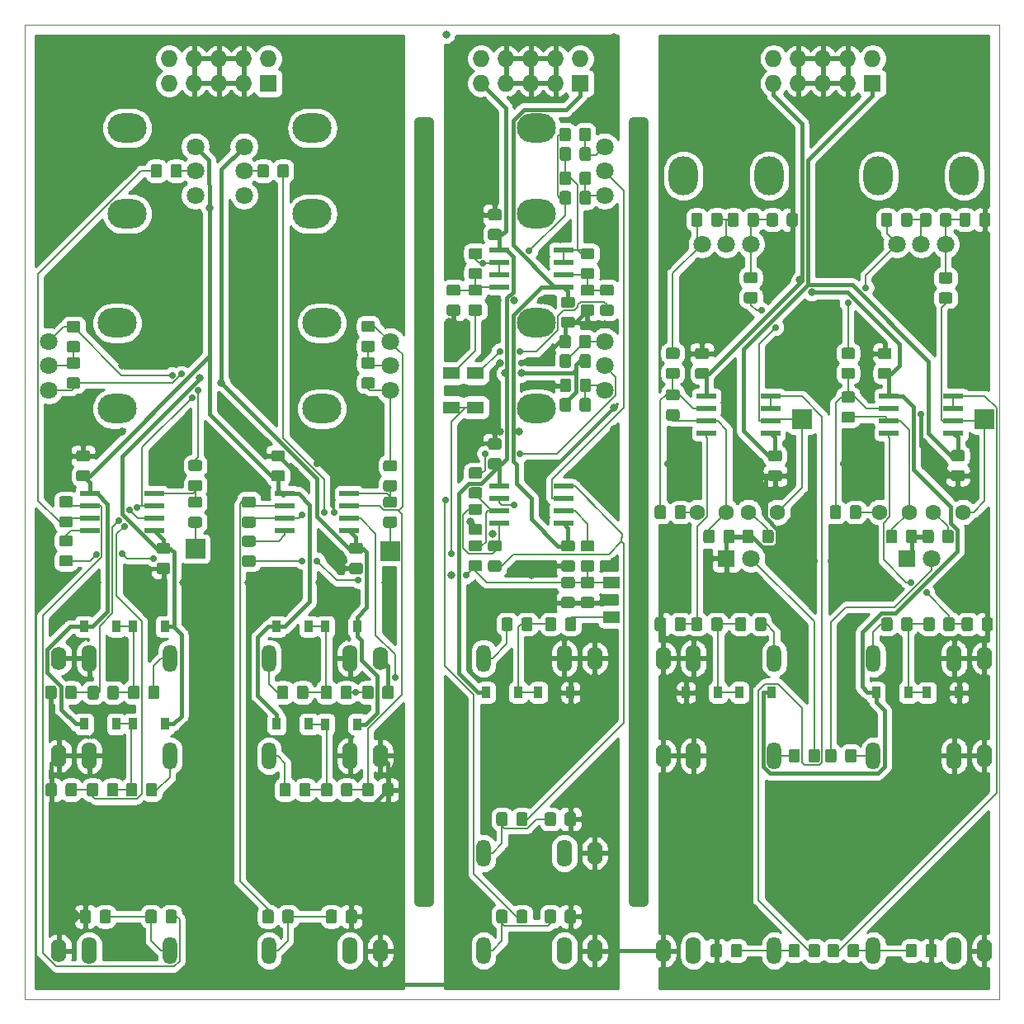
<source format=gbr>
%TF.GenerationSoftware,KiCad,Pcbnew,(5.1.5)-3*%
%TF.CreationDate,2020-03-23T00:00:11+01:00*%
%TF.ProjectId,KicadJE_Util_PCB,4b696361-644a-4455-9f55-74696c5f5043,rev?*%
%TF.SameCoordinates,Original*%
%TF.FileFunction,Copper,L2,Bot*%
%TF.FilePolarity,Positive*%
%FSLAX46Y46*%
G04 Gerber Fmt 4.6, Leading zero omitted, Abs format (unit mm)*
G04 Created by KiCad (PCBNEW (5.1.5)-3) date 2020-03-23 00:00:11*
%MOMM*%
%LPD*%
G04 APERTURE LIST*
%ADD10C,1.000000*%
%ADD11C,0.050000*%
%ADD12C,0.150000*%
%ADD13R,0.900000X1.200000*%
%ADD14C,1.800000*%
%ADD15R,1.800000X1.800000*%
%ADD16R,1.700000X1.300000*%
%ADD17O,1.500000X2.800000*%
%ADD18O,1.600000X2.400000*%
%ADD19O,1.600000X2.800000*%
%ADD20R,1.727200X1.727200*%
%ADD21O,1.727200X1.727200*%
%ADD22O,4.000000X3.000000*%
%ADD23O,3.000000X4.000000*%
%ADD24R,2.000000X2.000000*%
%ADD25R,2.000000X0.550000*%
%ADD26C,1.600000*%
%ADD27C,0.800000*%
%ADD28C,0.700000*%
%ADD29C,0.400000*%
%ADD30C,0.254000*%
G04 APERTURE END LIST*
D10*
X112500000Y-60000000D02*
X112500000Y-140000000D01*
X113500000Y-60000000D02*
X113500000Y-140000000D01*
X112500000Y-140000000D02*
X113500000Y-140000000D01*
X112500000Y-60000000D02*
X113500000Y-60000000D01*
X90500000Y-60000000D02*
X91500000Y-60000000D01*
X90500000Y-140000000D02*
X91500000Y-140000000D01*
X91500000Y-60000000D02*
X91500000Y-140000000D01*
X90500000Y-60000000D02*
X90500000Y-140000000D01*
D11*
X50000000Y-150000000D02*
X50000000Y-50000000D01*
X150000000Y-150000000D02*
X50000000Y-150000000D01*
X150000000Y-50000000D02*
X150000000Y-150000000D01*
X50000000Y-50000000D02*
X150000000Y-50000000D01*
%TA.AperFunction,SMDPad,CuDef*%
D12*
G36*
X76474505Y-95701204D02*
G01*
X76498773Y-95704804D01*
X76522572Y-95710765D01*
X76545671Y-95719030D01*
X76567850Y-95729520D01*
X76588893Y-95742132D01*
X76608599Y-95756747D01*
X76626777Y-95773223D01*
X76643253Y-95791401D01*
X76657868Y-95811107D01*
X76670480Y-95832150D01*
X76680970Y-95854329D01*
X76689235Y-95877428D01*
X76695196Y-95901227D01*
X76698796Y-95925495D01*
X76700000Y-95949999D01*
X76700000Y-96600001D01*
X76698796Y-96624505D01*
X76695196Y-96648773D01*
X76689235Y-96672572D01*
X76680970Y-96695671D01*
X76670480Y-96717850D01*
X76657868Y-96738893D01*
X76643253Y-96758599D01*
X76626777Y-96776777D01*
X76608599Y-96793253D01*
X76588893Y-96807868D01*
X76567850Y-96820480D01*
X76545671Y-96830970D01*
X76522572Y-96839235D01*
X76498773Y-96845196D01*
X76474505Y-96848796D01*
X76450001Y-96850000D01*
X75549999Y-96850000D01*
X75525495Y-96848796D01*
X75501227Y-96845196D01*
X75477428Y-96839235D01*
X75454329Y-96830970D01*
X75432150Y-96820480D01*
X75411107Y-96807868D01*
X75391401Y-96793253D01*
X75373223Y-96776777D01*
X75356747Y-96758599D01*
X75342132Y-96738893D01*
X75329520Y-96717850D01*
X75319030Y-96695671D01*
X75310765Y-96672572D01*
X75304804Y-96648773D01*
X75301204Y-96624505D01*
X75300000Y-96600001D01*
X75300000Y-95949999D01*
X75301204Y-95925495D01*
X75304804Y-95901227D01*
X75310765Y-95877428D01*
X75319030Y-95854329D01*
X75329520Y-95832150D01*
X75342132Y-95811107D01*
X75356747Y-95791401D01*
X75373223Y-95773223D01*
X75391401Y-95756747D01*
X75411107Y-95742132D01*
X75432150Y-95729520D01*
X75454329Y-95719030D01*
X75477428Y-95710765D01*
X75501227Y-95704804D01*
X75525495Y-95701204D01*
X75549999Y-95700000D01*
X76450001Y-95700000D01*
X76474505Y-95701204D01*
G37*
%TD.AperFunction*%
%TA.AperFunction,SMDPad,CuDef*%
G36*
X76474505Y-93651204D02*
G01*
X76498773Y-93654804D01*
X76522572Y-93660765D01*
X76545671Y-93669030D01*
X76567850Y-93679520D01*
X76588893Y-93692132D01*
X76608599Y-93706747D01*
X76626777Y-93723223D01*
X76643253Y-93741401D01*
X76657868Y-93761107D01*
X76670480Y-93782150D01*
X76680970Y-93804329D01*
X76689235Y-93827428D01*
X76695196Y-93851227D01*
X76698796Y-93875495D01*
X76700000Y-93899999D01*
X76700000Y-94550001D01*
X76698796Y-94574505D01*
X76695196Y-94598773D01*
X76689235Y-94622572D01*
X76680970Y-94645671D01*
X76670480Y-94667850D01*
X76657868Y-94688893D01*
X76643253Y-94708599D01*
X76626777Y-94726777D01*
X76608599Y-94743253D01*
X76588893Y-94757868D01*
X76567850Y-94770480D01*
X76545671Y-94780970D01*
X76522572Y-94789235D01*
X76498773Y-94795196D01*
X76474505Y-94798796D01*
X76450001Y-94800000D01*
X75549999Y-94800000D01*
X75525495Y-94798796D01*
X75501227Y-94795196D01*
X75477428Y-94789235D01*
X75454329Y-94780970D01*
X75432150Y-94770480D01*
X75411107Y-94757868D01*
X75391401Y-94743253D01*
X75373223Y-94726777D01*
X75356747Y-94708599D01*
X75342132Y-94688893D01*
X75329520Y-94667850D01*
X75319030Y-94645671D01*
X75310765Y-94622572D01*
X75304804Y-94598773D01*
X75301204Y-94574505D01*
X75300000Y-94550001D01*
X75300000Y-93899999D01*
X75301204Y-93875495D01*
X75304804Y-93851227D01*
X75310765Y-93827428D01*
X75319030Y-93804329D01*
X75329520Y-93782150D01*
X75342132Y-93761107D01*
X75356747Y-93741401D01*
X75373223Y-93723223D01*
X75391401Y-93706747D01*
X75411107Y-93692132D01*
X75432150Y-93679520D01*
X75454329Y-93669030D01*
X75477428Y-93660765D01*
X75501227Y-93654804D01*
X75525495Y-93651204D01*
X75549999Y-93650000D01*
X76450001Y-93650000D01*
X76474505Y-93651204D01*
G37*
%TD.AperFunction*%
%TA.AperFunction,SMDPad,CuDef*%
G36*
X64724505Y-105201204D02*
G01*
X64748773Y-105204804D01*
X64772572Y-105210765D01*
X64795671Y-105219030D01*
X64817850Y-105229520D01*
X64838893Y-105242132D01*
X64858599Y-105256747D01*
X64876777Y-105273223D01*
X64893253Y-105291401D01*
X64907868Y-105311107D01*
X64920480Y-105332150D01*
X64930970Y-105354329D01*
X64939235Y-105377428D01*
X64945196Y-105401227D01*
X64948796Y-105425495D01*
X64950000Y-105449999D01*
X64950000Y-106100001D01*
X64948796Y-106124505D01*
X64945196Y-106148773D01*
X64939235Y-106172572D01*
X64930970Y-106195671D01*
X64920480Y-106217850D01*
X64907868Y-106238893D01*
X64893253Y-106258599D01*
X64876777Y-106276777D01*
X64858599Y-106293253D01*
X64838893Y-106307868D01*
X64817850Y-106320480D01*
X64795671Y-106330970D01*
X64772572Y-106339235D01*
X64748773Y-106345196D01*
X64724505Y-106348796D01*
X64700001Y-106350000D01*
X63799999Y-106350000D01*
X63775495Y-106348796D01*
X63751227Y-106345196D01*
X63727428Y-106339235D01*
X63704329Y-106330970D01*
X63682150Y-106320480D01*
X63661107Y-106307868D01*
X63641401Y-106293253D01*
X63623223Y-106276777D01*
X63606747Y-106258599D01*
X63592132Y-106238893D01*
X63579520Y-106217850D01*
X63569030Y-106195671D01*
X63560765Y-106172572D01*
X63554804Y-106148773D01*
X63551204Y-106124505D01*
X63550000Y-106100001D01*
X63550000Y-105449999D01*
X63551204Y-105425495D01*
X63554804Y-105401227D01*
X63560765Y-105377428D01*
X63569030Y-105354329D01*
X63579520Y-105332150D01*
X63592132Y-105311107D01*
X63606747Y-105291401D01*
X63623223Y-105273223D01*
X63641401Y-105256747D01*
X63661107Y-105242132D01*
X63682150Y-105229520D01*
X63704329Y-105219030D01*
X63727428Y-105210765D01*
X63751227Y-105204804D01*
X63775495Y-105201204D01*
X63799999Y-105200000D01*
X64700001Y-105200000D01*
X64724505Y-105201204D01*
G37*
%TD.AperFunction*%
%TA.AperFunction,SMDPad,CuDef*%
G36*
X64724505Y-103151204D02*
G01*
X64748773Y-103154804D01*
X64772572Y-103160765D01*
X64795671Y-103169030D01*
X64817850Y-103179520D01*
X64838893Y-103192132D01*
X64858599Y-103206747D01*
X64876777Y-103223223D01*
X64893253Y-103241401D01*
X64907868Y-103261107D01*
X64920480Y-103282150D01*
X64930970Y-103304329D01*
X64939235Y-103327428D01*
X64945196Y-103351227D01*
X64948796Y-103375495D01*
X64950000Y-103399999D01*
X64950000Y-104050001D01*
X64948796Y-104074505D01*
X64945196Y-104098773D01*
X64939235Y-104122572D01*
X64930970Y-104145671D01*
X64920480Y-104167850D01*
X64907868Y-104188893D01*
X64893253Y-104208599D01*
X64876777Y-104226777D01*
X64858599Y-104243253D01*
X64838893Y-104257868D01*
X64817850Y-104270480D01*
X64795671Y-104280970D01*
X64772572Y-104289235D01*
X64748773Y-104295196D01*
X64724505Y-104298796D01*
X64700001Y-104300000D01*
X63799999Y-104300000D01*
X63775495Y-104298796D01*
X63751227Y-104295196D01*
X63727428Y-104289235D01*
X63704329Y-104280970D01*
X63682150Y-104270480D01*
X63661107Y-104257868D01*
X63641401Y-104243253D01*
X63623223Y-104226777D01*
X63606747Y-104208599D01*
X63592132Y-104188893D01*
X63579520Y-104167850D01*
X63569030Y-104145671D01*
X63560765Y-104122572D01*
X63554804Y-104098773D01*
X63551204Y-104074505D01*
X63550000Y-104050001D01*
X63550000Y-103399999D01*
X63551204Y-103375495D01*
X63554804Y-103351227D01*
X63560765Y-103327428D01*
X63569030Y-103304329D01*
X63579520Y-103282150D01*
X63592132Y-103261107D01*
X63606747Y-103241401D01*
X63623223Y-103223223D01*
X63641401Y-103206747D01*
X63661107Y-103192132D01*
X63682150Y-103179520D01*
X63704329Y-103169030D01*
X63727428Y-103160765D01*
X63751227Y-103154804D01*
X63775495Y-103151204D01*
X63799999Y-103150000D01*
X64700001Y-103150000D01*
X64724505Y-103151204D01*
G37*
%TD.AperFunction*%
%TA.AperFunction,SMDPad,CuDef*%
G36*
X56474505Y-93651204D02*
G01*
X56498773Y-93654804D01*
X56522572Y-93660765D01*
X56545671Y-93669030D01*
X56567850Y-93679520D01*
X56588893Y-93692132D01*
X56608599Y-93706747D01*
X56626777Y-93723223D01*
X56643253Y-93741401D01*
X56657868Y-93761107D01*
X56670480Y-93782150D01*
X56680970Y-93804329D01*
X56689235Y-93827428D01*
X56695196Y-93851227D01*
X56698796Y-93875495D01*
X56700000Y-93899999D01*
X56700000Y-94550001D01*
X56698796Y-94574505D01*
X56695196Y-94598773D01*
X56689235Y-94622572D01*
X56680970Y-94645671D01*
X56670480Y-94667850D01*
X56657868Y-94688893D01*
X56643253Y-94708599D01*
X56626777Y-94726777D01*
X56608599Y-94743253D01*
X56588893Y-94757868D01*
X56567850Y-94770480D01*
X56545671Y-94780970D01*
X56522572Y-94789235D01*
X56498773Y-94795196D01*
X56474505Y-94798796D01*
X56450001Y-94800000D01*
X55549999Y-94800000D01*
X55525495Y-94798796D01*
X55501227Y-94795196D01*
X55477428Y-94789235D01*
X55454329Y-94780970D01*
X55432150Y-94770480D01*
X55411107Y-94757868D01*
X55391401Y-94743253D01*
X55373223Y-94726777D01*
X55356747Y-94708599D01*
X55342132Y-94688893D01*
X55329520Y-94667850D01*
X55319030Y-94645671D01*
X55310765Y-94622572D01*
X55304804Y-94598773D01*
X55301204Y-94574505D01*
X55300000Y-94550001D01*
X55300000Y-93899999D01*
X55301204Y-93875495D01*
X55304804Y-93851227D01*
X55310765Y-93827428D01*
X55319030Y-93804329D01*
X55329520Y-93782150D01*
X55342132Y-93761107D01*
X55356747Y-93741401D01*
X55373223Y-93723223D01*
X55391401Y-93706747D01*
X55411107Y-93692132D01*
X55432150Y-93679520D01*
X55454329Y-93669030D01*
X55477428Y-93660765D01*
X55501227Y-93654804D01*
X55525495Y-93651204D01*
X55549999Y-93650000D01*
X56450001Y-93650000D01*
X56474505Y-93651204D01*
G37*
%TD.AperFunction*%
%TA.AperFunction,SMDPad,CuDef*%
G36*
X56474505Y-95701204D02*
G01*
X56498773Y-95704804D01*
X56522572Y-95710765D01*
X56545671Y-95719030D01*
X56567850Y-95729520D01*
X56588893Y-95742132D01*
X56608599Y-95756747D01*
X56626777Y-95773223D01*
X56643253Y-95791401D01*
X56657868Y-95811107D01*
X56670480Y-95832150D01*
X56680970Y-95854329D01*
X56689235Y-95877428D01*
X56695196Y-95901227D01*
X56698796Y-95925495D01*
X56700000Y-95949999D01*
X56700000Y-96600001D01*
X56698796Y-96624505D01*
X56695196Y-96648773D01*
X56689235Y-96672572D01*
X56680970Y-96695671D01*
X56670480Y-96717850D01*
X56657868Y-96738893D01*
X56643253Y-96758599D01*
X56626777Y-96776777D01*
X56608599Y-96793253D01*
X56588893Y-96807868D01*
X56567850Y-96820480D01*
X56545671Y-96830970D01*
X56522572Y-96839235D01*
X56498773Y-96845196D01*
X56474505Y-96848796D01*
X56450001Y-96850000D01*
X55549999Y-96850000D01*
X55525495Y-96848796D01*
X55501227Y-96845196D01*
X55477428Y-96839235D01*
X55454329Y-96830970D01*
X55432150Y-96820480D01*
X55411107Y-96807868D01*
X55391401Y-96793253D01*
X55373223Y-96776777D01*
X55356747Y-96758599D01*
X55342132Y-96738893D01*
X55329520Y-96717850D01*
X55319030Y-96695671D01*
X55310765Y-96672572D01*
X55304804Y-96648773D01*
X55301204Y-96624505D01*
X55300000Y-96600001D01*
X55300000Y-95949999D01*
X55301204Y-95925495D01*
X55304804Y-95901227D01*
X55310765Y-95877428D01*
X55319030Y-95854329D01*
X55329520Y-95832150D01*
X55342132Y-95811107D01*
X55356747Y-95791401D01*
X55373223Y-95773223D01*
X55391401Y-95756747D01*
X55411107Y-95742132D01*
X55432150Y-95729520D01*
X55454329Y-95719030D01*
X55477428Y-95710765D01*
X55501227Y-95704804D01*
X55525495Y-95701204D01*
X55549999Y-95700000D01*
X56450001Y-95700000D01*
X56474505Y-95701204D01*
G37*
%TD.AperFunction*%
%TA.AperFunction,SMDPad,CuDef*%
G36*
X84474505Y-103151204D02*
G01*
X84498773Y-103154804D01*
X84522572Y-103160765D01*
X84545671Y-103169030D01*
X84567850Y-103179520D01*
X84588893Y-103192132D01*
X84608599Y-103206747D01*
X84626777Y-103223223D01*
X84643253Y-103241401D01*
X84657868Y-103261107D01*
X84670480Y-103282150D01*
X84680970Y-103304329D01*
X84689235Y-103327428D01*
X84695196Y-103351227D01*
X84698796Y-103375495D01*
X84700000Y-103399999D01*
X84700000Y-104050001D01*
X84698796Y-104074505D01*
X84695196Y-104098773D01*
X84689235Y-104122572D01*
X84680970Y-104145671D01*
X84670480Y-104167850D01*
X84657868Y-104188893D01*
X84643253Y-104208599D01*
X84626777Y-104226777D01*
X84608599Y-104243253D01*
X84588893Y-104257868D01*
X84567850Y-104270480D01*
X84545671Y-104280970D01*
X84522572Y-104289235D01*
X84498773Y-104295196D01*
X84474505Y-104298796D01*
X84450001Y-104300000D01*
X83549999Y-104300000D01*
X83525495Y-104298796D01*
X83501227Y-104295196D01*
X83477428Y-104289235D01*
X83454329Y-104280970D01*
X83432150Y-104270480D01*
X83411107Y-104257868D01*
X83391401Y-104243253D01*
X83373223Y-104226777D01*
X83356747Y-104208599D01*
X83342132Y-104188893D01*
X83329520Y-104167850D01*
X83319030Y-104145671D01*
X83310765Y-104122572D01*
X83304804Y-104098773D01*
X83301204Y-104074505D01*
X83300000Y-104050001D01*
X83300000Y-103399999D01*
X83301204Y-103375495D01*
X83304804Y-103351227D01*
X83310765Y-103327428D01*
X83319030Y-103304329D01*
X83329520Y-103282150D01*
X83342132Y-103261107D01*
X83356747Y-103241401D01*
X83373223Y-103223223D01*
X83391401Y-103206747D01*
X83411107Y-103192132D01*
X83432150Y-103179520D01*
X83454329Y-103169030D01*
X83477428Y-103160765D01*
X83501227Y-103154804D01*
X83525495Y-103151204D01*
X83549999Y-103150000D01*
X84450001Y-103150000D01*
X84474505Y-103151204D01*
G37*
%TD.AperFunction*%
%TA.AperFunction,SMDPad,CuDef*%
G36*
X84474505Y-105201204D02*
G01*
X84498773Y-105204804D01*
X84522572Y-105210765D01*
X84545671Y-105219030D01*
X84567850Y-105229520D01*
X84588893Y-105242132D01*
X84608599Y-105256747D01*
X84626777Y-105273223D01*
X84643253Y-105291401D01*
X84657868Y-105311107D01*
X84670480Y-105332150D01*
X84680970Y-105354329D01*
X84689235Y-105377428D01*
X84695196Y-105401227D01*
X84698796Y-105425495D01*
X84700000Y-105449999D01*
X84700000Y-106100001D01*
X84698796Y-106124505D01*
X84695196Y-106148773D01*
X84689235Y-106172572D01*
X84680970Y-106195671D01*
X84670480Y-106217850D01*
X84657868Y-106238893D01*
X84643253Y-106258599D01*
X84626777Y-106276777D01*
X84608599Y-106293253D01*
X84588893Y-106307868D01*
X84567850Y-106320480D01*
X84545671Y-106330970D01*
X84522572Y-106339235D01*
X84498773Y-106345196D01*
X84474505Y-106348796D01*
X84450001Y-106350000D01*
X83549999Y-106350000D01*
X83525495Y-106348796D01*
X83501227Y-106345196D01*
X83477428Y-106339235D01*
X83454329Y-106330970D01*
X83432150Y-106320480D01*
X83411107Y-106307868D01*
X83391401Y-106293253D01*
X83373223Y-106276777D01*
X83356747Y-106258599D01*
X83342132Y-106238893D01*
X83329520Y-106217850D01*
X83319030Y-106195671D01*
X83310765Y-106172572D01*
X83304804Y-106148773D01*
X83301204Y-106124505D01*
X83300000Y-106100001D01*
X83300000Y-105449999D01*
X83301204Y-105425495D01*
X83304804Y-105401227D01*
X83310765Y-105377428D01*
X83319030Y-105354329D01*
X83329520Y-105332150D01*
X83342132Y-105311107D01*
X83356747Y-105291401D01*
X83373223Y-105273223D01*
X83391401Y-105256747D01*
X83411107Y-105242132D01*
X83432150Y-105229520D01*
X83454329Y-105219030D01*
X83477428Y-105210765D01*
X83501227Y-105204804D01*
X83525495Y-105201204D01*
X83549999Y-105200000D01*
X84450001Y-105200000D01*
X84474505Y-105201204D01*
G37*
%TD.AperFunction*%
%TA.AperFunction,SMDPad,CuDef*%
G36*
X119974505Y-85201204D02*
G01*
X119998773Y-85204804D01*
X120022572Y-85210765D01*
X120045671Y-85219030D01*
X120067850Y-85229520D01*
X120088893Y-85242132D01*
X120108599Y-85256747D01*
X120126777Y-85273223D01*
X120143253Y-85291401D01*
X120157868Y-85311107D01*
X120170480Y-85332150D01*
X120180970Y-85354329D01*
X120189235Y-85377428D01*
X120195196Y-85401227D01*
X120198796Y-85425495D01*
X120200000Y-85449999D01*
X120200000Y-86100001D01*
X120198796Y-86124505D01*
X120195196Y-86148773D01*
X120189235Y-86172572D01*
X120180970Y-86195671D01*
X120170480Y-86217850D01*
X120157868Y-86238893D01*
X120143253Y-86258599D01*
X120126777Y-86276777D01*
X120108599Y-86293253D01*
X120088893Y-86307868D01*
X120067850Y-86320480D01*
X120045671Y-86330970D01*
X120022572Y-86339235D01*
X119998773Y-86345196D01*
X119974505Y-86348796D01*
X119950001Y-86350000D01*
X119049999Y-86350000D01*
X119025495Y-86348796D01*
X119001227Y-86345196D01*
X118977428Y-86339235D01*
X118954329Y-86330970D01*
X118932150Y-86320480D01*
X118911107Y-86307868D01*
X118891401Y-86293253D01*
X118873223Y-86276777D01*
X118856747Y-86258599D01*
X118842132Y-86238893D01*
X118829520Y-86217850D01*
X118819030Y-86195671D01*
X118810765Y-86172572D01*
X118804804Y-86148773D01*
X118801204Y-86124505D01*
X118800000Y-86100001D01*
X118800000Y-85449999D01*
X118801204Y-85425495D01*
X118804804Y-85401227D01*
X118810765Y-85377428D01*
X118819030Y-85354329D01*
X118829520Y-85332150D01*
X118842132Y-85311107D01*
X118856747Y-85291401D01*
X118873223Y-85273223D01*
X118891401Y-85256747D01*
X118911107Y-85242132D01*
X118932150Y-85229520D01*
X118954329Y-85219030D01*
X118977428Y-85210765D01*
X119001227Y-85204804D01*
X119025495Y-85201204D01*
X119049999Y-85200000D01*
X119950001Y-85200000D01*
X119974505Y-85201204D01*
G37*
%TD.AperFunction*%
%TA.AperFunction,SMDPad,CuDef*%
G36*
X119974505Y-83151204D02*
G01*
X119998773Y-83154804D01*
X120022572Y-83160765D01*
X120045671Y-83169030D01*
X120067850Y-83179520D01*
X120088893Y-83192132D01*
X120108599Y-83206747D01*
X120126777Y-83223223D01*
X120143253Y-83241401D01*
X120157868Y-83261107D01*
X120170480Y-83282150D01*
X120180970Y-83304329D01*
X120189235Y-83327428D01*
X120195196Y-83351227D01*
X120198796Y-83375495D01*
X120200000Y-83399999D01*
X120200000Y-84050001D01*
X120198796Y-84074505D01*
X120195196Y-84098773D01*
X120189235Y-84122572D01*
X120180970Y-84145671D01*
X120170480Y-84167850D01*
X120157868Y-84188893D01*
X120143253Y-84208599D01*
X120126777Y-84226777D01*
X120108599Y-84243253D01*
X120088893Y-84257868D01*
X120067850Y-84270480D01*
X120045671Y-84280970D01*
X120022572Y-84289235D01*
X119998773Y-84295196D01*
X119974505Y-84298796D01*
X119950001Y-84300000D01*
X119049999Y-84300000D01*
X119025495Y-84298796D01*
X119001227Y-84295196D01*
X118977428Y-84289235D01*
X118954329Y-84280970D01*
X118932150Y-84270480D01*
X118911107Y-84257868D01*
X118891401Y-84243253D01*
X118873223Y-84226777D01*
X118856747Y-84208599D01*
X118842132Y-84188893D01*
X118829520Y-84167850D01*
X118819030Y-84145671D01*
X118810765Y-84122572D01*
X118804804Y-84098773D01*
X118801204Y-84074505D01*
X118800000Y-84050001D01*
X118800000Y-83399999D01*
X118801204Y-83375495D01*
X118804804Y-83351227D01*
X118810765Y-83327428D01*
X118819030Y-83304329D01*
X118829520Y-83282150D01*
X118842132Y-83261107D01*
X118856747Y-83241401D01*
X118873223Y-83223223D01*
X118891401Y-83206747D01*
X118911107Y-83192132D01*
X118932150Y-83179520D01*
X118954329Y-83169030D01*
X118977428Y-83160765D01*
X119001227Y-83154804D01*
X119025495Y-83151204D01*
X119049999Y-83150000D01*
X119950001Y-83150000D01*
X119974505Y-83151204D01*
G37*
%TD.AperFunction*%
%TA.AperFunction,SMDPad,CuDef*%
G36*
X127474505Y-95701204D02*
G01*
X127498773Y-95704804D01*
X127522572Y-95710765D01*
X127545671Y-95719030D01*
X127567850Y-95729520D01*
X127588893Y-95742132D01*
X127608599Y-95756747D01*
X127626777Y-95773223D01*
X127643253Y-95791401D01*
X127657868Y-95811107D01*
X127670480Y-95832150D01*
X127680970Y-95854329D01*
X127689235Y-95877428D01*
X127695196Y-95901227D01*
X127698796Y-95925495D01*
X127700000Y-95949999D01*
X127700000Y-96600001D01*
X127698796Y-96624505D01*
X127695196Y-96648773D01*
X127689235Y-96672572D01*
X127680970Y-96695671D01*
X127670480Y-96717850D01*
X127657868Y-96738893D01*
X127643253Y-96758599D01*
X127626777Y-96776777D01*
X127608599Y-96793253D01*
X127588893Y-96807868D01*
X127567850Y-96820480D01*
X127545671Y-96830970D01*
X127522572Y-96839235D01*
X127498773Y-96845196D01*
X127474505Y-96848796D01*
X127450001Y-96850000D01*
X126549999Y-96850000D01*
X126525495Y-96848796D01*
X126501227Y-96845196D01*
X126477428Y-96839235D01*
X126454329Y-96830970D01*
X126432150Y-96820480D01*
X126411107Y-96807868D01*
X126391401Y-96793253D01*
X126373223Y-96776777D01*
X126356747Y-96758599D01*
X126342132Y-96738893D01*
X126329520Y-96717850D01*
X126319030Y-96695671D01*
X126310765Y-96672572D01*
X126304804Y-96648773D01*
X126301204Y-96624505D01*
X126300000Y-96600001D01*
X126300000Y-95949999D01*
X126301204Y-95925495D01*
X126304804Y-95901227D01*
X126310765Y-95877428D01*
X126319030Y-95854329D01*
X126329520Y-95832150D01*
X126342132Y-95811107D01*
X126356747Y-95791401D01*
X126373223Y-95773223D01*
X126391401Y-95756747D01*
X126411107Y-95742132D01*
X126432150Y-95729520D01*
X126454329Y-95719030D01*
X126477428Y-95710765D01*
X126501227Y-95704804D01*
X126525495Y-95701204D01*
X126549999Y-95700000D01*
X127450001Y-95700000D01*
X127474505Y-95701204D01*
G37*
%TD.AperFunction*%
%TA.AperFunction,SMDPad,CuDef*%
G36*
X127474505Y-93651204D02*
G01*
X127498773Y-93654804D01*
X127522572Y-93660765D01*
X127545671Y-93669030D01*
X127567850Y-93679520D01*
X127588893Y-93692132D01*
X127608599Y-93706747D01*
X127626777Y-93723223D01*
X127643253Y-93741401D01*
X127657868Y-93761107D01*
X127670480Y-93782150D01*
X127680970Y-93804329D01*
X127689235Y-93827428D01*
X127695196Y-93851227D01*
X127698796Y-93875495D01*
X127700000Y-93899999D01*
X127700000Y-94550001D01*
X127698796Y-94574505D01*
X127695196Y-94598773D01*
X127689235Y-94622572D01*
X127680970Y-94645671D01*
X127670480Y-94667850D01*
X127657868Y-94688893D01*
X127643253Y-94708599D01*
X127626777Y-94726777D01*
X127608599Y-94743253D01*
X127588893Y-94757868D01*
X127567850Y-94770480D01*
X127545671Y-94780970D01*
X127522572Y-94789235D01*
X127498773Y-94795196D01*
X127474505Y-94798796D01*
X127450001Y-94800000D01*
X126549999Y-94800000D01*
X126525495Y-94798796D01*
X126501227Y-94795196D01*
X126477428Y-94789235D01*
X126454329Y-94780970D01*
X126432150Y-94770480D01*
X126411107Y-94757868D01*
X126391401Y-94743253D01*
X126373223Y-94726777D01*
X126356747Y-94708599D01*
X126342132Y-94688893D01*
X126329520Y-94667850D01*
X126319030Y-94645671D01*
X126310765Y-94622572D01*
X126304804Y-94598773D01*
X126301204Y-94574505D01*
X126300000Y-94550001D01*
X126300000Y-93899999D01*
X126301204Y-93875495D01*
X126304804Y-93851227D01*
X126310765Y-93827428D01*
X126319030Y-93804329D01*
X126329520Y-93782150D01*
X126342132Y-93761107D01*
X126356747Y-93741401D01*
X126373223Y-93723223D01*
X126391401Y-93706747D01*
X126411107Y-93692132D01*
X126432150Y-93679520D01*
X126454329Y-93669030D01*
X126477428Y-93660765D01*
X126501227Y-93654804D01*
X126525495Y-93651204D01*
X126549999Y-93650000D01*
X127450001Y-93650000D01*
X127474505Y-93651204D01*
G37*
%TD.AperFunction*%
%TA.AperFunction,SMDPad,CuDef*%
G36*
X138724505Y-85201204D02*
G01*
X138748773Y-85204804D01*
X138772572Y-85210765D01*
X138795671Y-85219030D01*
X138817850Y-85229520D01*
X138838893Y-85242132D01*
X138858599Y-85256747D01*
X138876777Y-85273223D01*
X138893253Y-85291401D01*
X138907868Y-85311107D01*
X138920480Y-85332150D01*
X138930970Y-85354329D01*
X138939235Y-85377428D01*
X138945196Y-85401227D01*
X138948796Y-85425495D01*
X138950000Y-85449999D01*
X138950000Y-86100001D01*
X138948796Y-86124505D01*
X138945196Y-86148773D01*
X138939235Y-86172572D01*
X138930970Y-86195671D01*
X138920480Y-86217850D01*
X138907868Y-86238893D01*
X138893253Y-86258599D01*
X138876777Y-86276777D01*
X138858599Y-86293253D01*
X138838893Y-86307868D01*
X138817850Y-86320480D01*
X138795671Y-86330970D01*
X138772572Y-86339235D01*
X138748773Y-86345196D01*
X138724505Y-86348796D01*
X138700001Y-86350000D01*
X137799999Y-86350000D01*
X137775495Y-86348796D01*
X137751227Y-86345196D01*
X137727428Y-86339235D01*
X137704329Y-86330970D01*
X137682150Y-86320480D01*
X137661107Y-86307868D01*
X137641401Y-86293253D01*
X137623223Y-86276777D01*
X137606747Y-86258599D01*
X137592132Y-86238893D01*
X137579520Y-86217850D01*
X137569030Y-86195671D01*
X137560765Y-86172572D01*
X137554804Y-86148773D01*
X137551204Y-86124505D01*
X137550000Y-86100001D01*
X137550000Y-85449999D01*
X137551204Y-85425495D01*
X137554804Y-85401227D01*
X137560765Y-85377428D01*
X137569030Y-85354329D01*
X137579520Y-85332150D01*
X137592132Y-85311107D01*
X137606747Y-85291401D01*
X137623223Y-85273223D01*
X137641401Y-85256747D01*
X137661107Y-85242132D01*
X137682150Y-85229520D01*
X137704329Y-85219030D01*
X137727428Y-85210765D01*
X137751227Y-85204804D01*
X137775495Y-85201204D01*
X137799999Y-85200000D01*
X138700001Y-85200000D01*
X138724505Y-85201204D01*
G37*
%TD.AperFunction*%
%TA.AperFunction,SMDPad,CuDef*%
G36*
X138724505Y-83151204D02*
G01*
X138748773Y-83154804D01*
X138772572Y-83160765D01*
X138795671Y-83169030D01*
X138817850Y-83179520D01*
X138838893Y-83192132D01*
X138858599Y-83206747D01*
X138876777Y-83223223D01*
X138893253Y-83241401D01*
X138907868Y-83261107D01*
X138920480Y-83282150D01*
X138930970Y-83304329D01*
X138939235Y-83327428D01*
X138945196Y-83351227D01*
X138948796Y-83375495D01*
X138950000Y-83399999D01*
X138950000Y-84050001D01*
X138948796Y-84074505D01*
X138945196Y-84098773D01*
X138939235Y-84122572D01*
X138930970Y-84145671D01*
X138920480Y-84167850D01*
X138907868Y-84188893D01*
X138893253Y-84208599D01*
X138876777Y-84226777D01*
X138858599Y-84243253D01*
X138838893Y-84257868D01*
X138817850Y-84270480D01*
X138795671Y-84280970D01*
X138772572Y-84289235D01*
X138748773Y-84295196D01*
X138724505Y-84298796D01*
X138700001Y-84300000D01*
X137799999Y-84300000D01*
X137775495Y-84298796D01*
X137751227Y-84295196D01*
X137727428Y-84289235D01*
X137704329Y-84280970D01*
X137682150Y-84270480D01*
X137661107Y-84257868D01*
X137641401Y-84243253D01*
X137623223Y-84226777D01*
X137606747Y-84208599D01*
X137592132Y-84188893D01*
X137579520Y-84167850D01*
X137569030Y-84145671D01*
X137560765Y-84122572D01*
X137554804Y-84098773D01*
X137551204Y-84074505D01*
X137550000Y-84050001D01*
X137550000Y-83399999D01*
X137551204Y-83375495D01*
X137554804Y-83351227D01*
X137560765Y-83327428D01*
X137569030Y-83304329D01*
X137579520Y-83282150D01*
X137592132Y-83261107D01*
X137606747Y-83241401D01*
X137623223Y-83223223D01*
X137641401Y-83206747D01*
X137661107Y-83192132D01*
X137682150Y-83179520D01*
X137704329Y-83169030D01*
X137727428Y-83160765D01*
X137751227Y-83154804D01*
X137775495Y-83151204D01*
X137799999Y-83150000D01*
X138700001Y-83150000D01*
X138724505Y-83151204D01*
G37*
%TD.AperFunction*%
%TA.AperFunction,SMDPad,CuDef*%
G36*
X146224505Y-93626204D02*
G01*
X146248773Y-93629804D01*
X146272572Y-93635765D01*
X146295671Y-93644030D01*
X146317850Y-93654520D01*
X146338893Y-93667132D01*
X146358599Y-93681747D01*
X146376777Y-93698223D01*
X146393253Y-93716401D01*
X146407868Y-93736107D01*
X146420480Y-93757150D01*
X146430970Y-93779329D01*
X146439235Y-93802428D01*
X146445196Y-93826227D01*
X146448796Y-93850495D01*
X146450000Y-93874999D01*
X146450000Y-94525001D01*
X146448796Y-94549505D01*
X146445196Y-94573773D01*
X146439235Y-94597572D01*
X146430970Y-94620671D01*
X146420480Y-94642850D01*
X146407868Y-94663893D01*
X146393253Y-94683599D01*
X146376777Y-94701777D01*
X146358599Y-94718253D01*
X146338893Y-94732868D01*
X146317850Y-94745480D01*
X146295671Y-94755970D01*
X146272572Y-94764235D01*
X146248773Y-94770196D01*
X146224505Y-94773796D01*
X146200001Y-94775000D01*
X145299999Y-94775000D01*
X145275495Y-94773796D01*
X145251227Y-94770196D01*
X145227428Y-94764235D01*
X145204329Y-94755970D01*
X145182150Y-94745480D01*
X145161107Y-94732868D01*
X145141401Y-94718253D01*
X145123223Y-94701777D01*
X145106747Y-94683599D01*
X145092132Y-94663893D01*
X145079520Y-94642850D01*
X145069030Y-94620671D01*
X145060765Y-94597572D01*
X145054804Y-94573773D01*
X145051204Y-94549505D01*
X145050000Y-94525001D01*
X145050000Y-93874999D01*
X145051204Y-93850495D01*
X145054804Y-93826227D01*
X145060765Y-93802428D01*
X145069030Y-93779329D01*
X145079520Y-93757150D01*
X145092132Y-93736107D01*
X145106747Y-93716401D01*
X145123223Y-93698223D01*
X145141401Y-93681747D01*
X145161107Y-93667132D01*
X145182150Y-93654520D01*
X145204329Y-93644030D01*
X145227428Y-93635765D01*
X145251227Y-93629804D01*
X145275495Y-93626204D01*
X145299999Y-93625000D01*
X146200001Y-93625000D01*
X146224505Y-93626204D01*
G37*
%TD.AperFunction*%
%TA.AperFunction,SMDPad,CuDef*%
G36*
X146224505Y-95676204D02*
G01*
X146248773Y-95679804D01*
X146272572Y-95685765D01*
X146295671Y-95694030D01*
X146317850Y-95704520D01*
X146338893Y-95717132D01*
X146358599Y-95731747D01*
X146376777Y-95748223D01*
X146393253Y-95766401D01*
X146407868Y-95786107D01*
X146420480Y-95807150D01*
X146430970Y-95829329D01*
X146439235Y-95852428D01*
X146445196Y-95876227D01*
X146448796Y-95900495D01*
X146450000Y-95924999D01*
X146450000Y-96575001D01*
X146448796Y-96599505D01*
X146445196Y-96623773D01*
X146439235Y-96647572D01*
X146430970Y-96670671D01*
X146420480Y-96692850D01*
X146407868Y-96713893D01*
X146393253Y-96733599D01*
X146376777Y-96751777D01*
X146358599Y-96768253D01*
X146338893Y-96782868D01*
X146317850Y-96795480D01*
X146295671Y-96805970D01*
X146272572Y-96814235D01*
X146248773Y-96820196D01*
X146224505Y-96823796D01*
X146200001Y-96825000D01*
X145299999Y-96825000D01*
X145275495Y-96823796D01*
X145251227Y-96820196D01*
X145227428Y-96814235D01*
X145204329Y-96805970D01*
X145182150Y-96795480D01*
X145161107Y-96782868D01*
X145141401Y-96768253D01*
X145123223Y-96751777D01*
X145106747Y-96733599D01*
X145092132Y-96713893D01*
X145079520Y-96692850D01*
X145069030Y-96670671D01*
X145060765Y-96647572D01*
X145054804Y-96623773D01*
X145051204Y-96599505D01*
X145050000Y-96575001D01*
X145050000Y-95924999D01*
X145051204Y-95900495D01*
X145054804Y-95876227D01*
X145060765Y-95852428D01*
X145069030Y-95829329D01*
X145079520Y-95807150D01*
X145092132Y-95786107D01*
X145106747Y-95766401D01*
X145123223Y-95748223D01*
X145141401Y-95731747D01*
X145161107Y-95717132D01*
X145182150Y-95704520D01*
X145204329Y-95694030D01*
X145227428Y-95685765D01*
X145251227Y-95679804D01*
X145275495Y-95676204D01*
X145299999Y-95675000D01*
X146200001Y-95675000D01*
X146224505Y-95676204D01*
G37*
%TD.AperFunction*%
%TA.AperFunction,SMDPad,CuDef*%
G36*
X115574505Y-99301204D02*
G01*
X115598773Y-99304804D01*
X115622572Y-99310765D01*
X115645671Y-99319030D01*
X115667850Y-99329520D01*
X115688893Y-99342132D01*
X115708599Y-99356747D01*
X115726777Y-99373223D01*
X115743253Y-99391401D01*
X115757868Y-99411107D01*
X115770480Y-99432150D01*
X115780970Y-99454329D01*
X115789235Y-99477428D01*
X115795196Y-99501227D01*
X115798796Y-99525495D01*
X115800000Y-99549999D01*
X115800000Y-100450001D01*
X115798796Y-100474505D01*
X115795196Y-100498773D01*
X115789235Y-100522572D01*
X115780970Y-100545671D01*
X115770480Y-100567850D01*
X115757868Y-100588893D01*
X115743253Y-100608599D01*
X115726777Y-100626777D01*
X115708599Y-100643253D01*
X115688893Y-100657868D01*
X115667850Y-100670480D01*
X115645671Y-100680970D01*
X115622572Y-100689235D01*
X115598773Y-100695196D01*
X115574505Y-100698796D01*
X115550001Y-100700000D01*
X114899999Y-100700000D01*
X114875495Y-100698796D01*
X114851227Y-100695196D01*
X114827428Y-100689235D01*
X114804329Y-100680970D01*
X114782150Y-100670480D01*
X114761107Y-100657868D01*
X114741401Y-100643253D01*
X114723223Y-100626777D01*
X114706747Y-100608599D01*
X114692132Y-100588893D01*
X114679520Y-100567850D01*
X114669030Y-100545671D01*
X114660765Y-100522572D01*
X114654804Y-100498773D01*
X114651204Y-100474505D01*
X114650000Y-100450001D01*
X114650000Y-99549999D01*
X114651204Y-99525495D01*
X114654804Y-99501227D01*
X114660765Y-99477428D01*
X114669030Y-99454329D01*
X114679520Y-99432150D01*
X114692132Y-99411107D01*
X114706747Y-99391401D01*
X114723223Y-99373223D01*
X114741401Y-99356747D01*
X114761107Y-99342132D01*
X114782150Y-99329520D01*
X114804329Y-99319030D01*
X114827428Y-99310765D01*
X114851227Y-99304804D01*
X114875495Y-99301204D01*
X114899999Y-99300000D01*
X115550001Y-99300000D01*
X115574505Y-99301204D01*
G37*
%TD.AperFunction*%
%TA.AperFunction,SMDPad,CuDef*%
G36*
X117624505Y-99301204D02*
G01*
X117648773Y-99304804D01*
X117672572Y-99310765D01*
X117695671Y-99319030D01*
X117717850Y-99329520D01*
X117738893Y-99342132D01*
X117758599Y-99356747D01*
X117776777Y-99373223D01*
X117793253Y-99391401D01*
X117807868Y-99411107D01*
X117820480Y-99432150D01*
X117830970Y-99454329D01*
X117839235Y-99477428D01*
X117845196Y-99501227D01*
X117848796Y-99525495D01*
X117850000Y-99549999D01*
X117850000Y-100450001D01*
X117848796Y-100474505D01*
X117845196Y-100498773D01*
X117839235Y-100522572D01*
X117830970Y-100545671D01*
X117820480Y-100567850D01*
X117807868Y-100588893D01*
X117793253Y-100608599D01*
X117776777Y-100626777D01*
X117758599Y-100643253D01*
X117738893Y-100657868D01*
X117717850Y-100670480D01*
X117695671Y-100680970D01*
X117672572Y-100689235D01*
X117648773Y-100695196D01*
X117624505Y-100698796D01*
X117600001Y-100700000D01*
X116949999Y-100700000D01*
X116925495Y-100698796D01*
X116901227Y-100695196D01*
X116877428Y-100689235D01*
X116854329Y-100680970D01*
X116832150Y-100670480D01*
X116811107Y-100657868D01*
X116791401Y-100643253D01*
X116773223Y-100626777D01*
X116756747Y-100608599D01*
X116742132Y-100588893D01*
X116729520Y-100567850D01*
X116719030Y-100545671D01*
X116710765Y-100522572D01*
X116704804Y-100498773D01*
X116701204Y-100474505D01*
X116700000Y-100450001D01*
X116700000Y-99549999D01*
X116701204Y-99525495D01*
X116704804Y-99501227D01*
X116710765Y-99477428D01*
X116719030Y-99454329D01*
X116729520Y-99432150D01*
X116742132Y-99411107D01*
X116756747Y-99391401D01*
X116773223Y-99373223D01*
X116791401Y-99356747D01*
X116811107Y-99342132D01*
X116832150Y-99329520D01*
X116854329Y-99319030D01*
X116877428Y-99310765D01*
X116901227Y-99304804D01*
X116925495Y-99301204D01*
X116949999Y-99300000D01*
X117600001Y-99300000D01*
X117624505Y-99301204D01*
G37*
%TD.AperFunction*%
%TA.AperFunction,SMDPad,CuDef*%
G36*
X135599505Y-99301204D02*
G01*
X135623773Y-99304804D01*
X135647572Y-99310765D01*
X135670671Y-99319030D01*
X135692850Y-99329520D01*
X135713893Y-99342132D01*
X135733599Y-99356747D01*
X135751777Y-99373223D01*
X135768253Y-99391401D01*
X135782868Y-99411107D01*
X135795480Y-99432150D01*
X135805970Y-99454329D01*
X135814235Y-99477428D01*
X135820196Y-99501227D01*
X135823796Y-99525495D01*
X135825000Y-99549999D01*
X135825000Y-100450001D01*
X135823796Y-100474505D01*
X135820196Y-100498773D01*
X135814235Y-100522572D01*
X135805970Y-100545671D01*
X135795480Y-100567850D01*
X135782868Y-100588893D01*
X135768253Y-100608599D01*
X135751777Y-100626777D01*
X135733599Y-100643253D01*
X135713893Y-100657868D01*
X135692850Y-100670480D01*
X135670671Y-100680970D01*
X135647572Y-100689235D01*
X135623773Y-100695196D01*
X135599505Y-100698796D01*
X135575001Y-100700000D01*
X134924999Y-100700000D01*
X134900495Y-100698796D01*
X134876227Y-100695196D01*
X134852428Y-100689235D01*
X134829329Y-100680970D01*
X134807150Y-100670480D01*
X134786107Y-100657868D01*
X134766401Y-100643253D01*
X134748223Y-100626777D01*
X134731747Y-100608599D01*
X134717132Y-100588893D01*
X134704520Y-100567850D01*
X134694030Y-100545671D01*
X134685765Y-100522572D01*
X134679804Y-100498773D01*
X134676204Y-100474505D01*
X134675000Y-100450001D01*
X134675000Y-99549999D01*
X134676204Y-99525495D01*
X134679804Y-99501227D01*
X134685765Y-99477428D01*
X134694030Y-99454329D01*
X134704520Y-99432150D01*
X134717132Y-99411107D01*
X134731747Y-99391401D01*
X134748223Y-99373223D01*
X134766401Y-99356747D01*
X134786107Y-99342132D01*
X134807150Y-99329520D01*
X134829329Y-99319030D01*
X134852428Y-99310765D01*
X134876227Y-99304804D01*
X134900495Y-99301204D01*
X134924999Y-99300000D01*
X135575001Y-99300000D01*
X135599505Y-99301204D01*
G37*
%TD.AperFunction*%
%TA.AperFunction,SMDPad,CuDef*%
G36*
X133549505Y-99301204D02*
G01*
X133573773Y-99304804D01*
X133597572Y-99310765D01*
X133620671Y-99319030D01*
X133642850Y-99329520D01*
X133663893Y-99342132D01*
X133683599Y-99356747D01*
X133701777Y-99373223D01*
X133718253Y-99391401D01*
X133732868Y-99411107D01*
X133745480Y-99432150D01*
X133755970Y-99454329D01*
X133764235Y-99477428D01*
X133770196Y-99501227D01*
X133773796Y-99525495D01*
X133775000Y-99549999D01*
X133775000Y-100450001D01*
X133773796Y-100474505D01*
X133770196Y-100498773D01*
X133764235Y-100522572D01*
X133755970Y-100545671D01*
X133745480Y-100567850D01*
X133732868Y-100588893D01*
X133718253Y-100608599D01*
X133701777Y-100626777D01*
X133683599Y-100643253D01*
X133663893Y-100657868D01*
X133642850Y-100670480D01*
X133620671Y-100680970D01*
X133597572Y-100689235D01*
X133573773Y-100695196D01*
X133549505Y-100698796D01*
X133525001Y-100700000D01*
X132874999Y-100700000D01*
X132850495Y-100698796D01*
X132826227Y-100695196D01*
X132802428Y-100689235D01*
X132779329Y-100680970D01*
X132757150Y-100670480D01*
X132736107Y-100657868D01*
X132716401Y-100643253D01*
X132698223Y-100626777D01*
X132681747Y-100608599D01*
X132667132Y-100588893D01*
X132654520Y-100567850D01*
X132644030Y-100545671D01*
X132635765Y-100522572D01*
X132629804Y-100498773D01*
X132626204Y-100474505D01*
X132625000Y-100450001D01*
X132625000Y-99549999D01*
X132626204Y-99525495D01*
X132629804Y-99501227D01*
X132635765Y-99477428D01*
X132644030Y-99454329D01*
X132654520Y-99432150D01*
X132667132Y-99411107D01*
X132681747Y-99391401D01*
X132698223Y-99373223D01*
X132716401Y-99356747D01*
X132736107Y-99342132D01*
X132757150Y-99329520D01*
X132779329Y-99319030D01*
X132802428Y-99310765D01*
X132826227Y-99304804D01*
X132850495Y-99301204D01*
X132874999Y-99300000D01*
X133525001Y-99300000D01*
X133549505Y-99301204D01*
G37*
%TD.AperFunction*%
%TA.AperFunction,SMDPad,CuDef*%
G36*
X129124505Y-69301204D02*
G01*
X129148773Y-69304804D01*
X129172572Y-69310765D01*
X129195671Y-69319030D01*
X129217850Y-69329520D01*
X129238893Y-69342132D01*
X129258599Y-69356747D01*
X129276777Y-69373223D01*
X129293253Y-69391401D01*
X129307868Y-69411107D01*
X129320480Y-69432150D01*
X129330970Y-69454329D01*
X129339235Y-69477428D01*
X129345196Y-69501227D01*
X129348796Y-69525495D01*
X129350000Y-69549999D01*
X129350000Y-70450001D01*
X129348796Y-70474505D01*
X129345196Y-70498773D01*
X129339235Y-70522572D01*
X129330970Y-70545671D01*
X129320480Y-70567850D01*
X129307868Y-70588893D01*
X129293253Y-70608599D01*
X129276777Y-70626777D01*
X129258599Y-70643253D01*
X129238893Y-70657868D01*
X129217850Y-70670480D01*
X129195671Y-70680970D01*
X129172572Y-70689235D01*
X129148773Y-70695196D01*
X129124505Y-70698796D01*
X129100001Y-70700000D01*
X128449999Y-70700000D01*
X128425495Y-70698796D01*
X128401227Y-70695196D01*
X128377428Y-70689235D01*
X128354329Y-70680970D01*
X128332150Y-70670480D01*
X128311107Y-70657868D01*
X128291401Y-70643253D01*
X128273223Y-70626777D01*
X128256747Y-70608599D01*
X128242132Y-70588893D01*
X128229520Y-70567850D01*
X128219030Y-70545671D01*
X128210765Y-70522572D01*
X128204804Y-70498773D01*
X128201204Y-70474505D01*
X128200000Y-70450001D01*
X128200000Y-69549999D01*
X128201204Y-69525495D01*
X128204804Y-69501227D01*
X128210765Y-69477428D01*
X128219030Y-69454329D01*
X128229520Y-69432150D01*
X128242132Y-69411107D01*
X128256747Y-69391401D01*
X128273223Y-69373223D01*
X128291401Y-69356747D01*
X128311107Y-69342132D01*
X128332150Y-69329520D01*
X128354329Y-69319030D01*
X128377428Y-69310765D01*
X128401227Y-69304804D01*
X128425495Y-69301204D01*
X128449999Y-69300000D01*
X129100001Y-69300000D01*
X129124505Y-69301204D01*
G37*
%TD.AperFunction*%
%TA.AperFunction,SMDPad,CuDef*%
G36*
X127074505Y-69301204D02*
G01*
X127098773Y-69304804D01*
X127122572Y-69310765D01*
X127145671Y-69319030D01*
X127167850Y-69329520D01*
X127188893Y-69342132D01*
X127208599Y-69356747D01*
X127226777Y-69373223D01*
X127243253Y-69391401D01*
X127257868Y-69411107D01*
X127270480Y-69432150D01*
X127280970Y-69454329D01*
X127289235Y-69477428D01*
X127295196Y-69501227D01*
X127298796Y-69525495D01*
X127300000Y-69549999D01*
X127300000Y-70450001D01*
X127298796Y-70474505D01*
X127295196Y-70498773D01*
X127289235Y-70522572D01*
X127280970Y-70545671D01*
X127270480Y-70567850D01*
X127257868Y-70588893D01*
X127243253Y-70608599D01*
X127226777Y-70626777D01*
X127208599Y-70643253D01*
X127188893Y-70657868D01*
X127167850Y-70670480D01*
X127145671Y-70680970D01*
X127122572Y-70689235D01*
X127098773Y-70695196D01*
X127074505Y-70698796D01*
X127050001Y-70700000D01*
X126399999Y-70700000D01*
X126375495Y-70698796D01*
X126351227Y-70695196D01*
X126327428Y-70689235D01*
X126304329Y-70680970D01*
X126282150Y-70670480D01*
X126261107Y-70657868D01*
X126241401Y-70643253D01*
X126223223Y-70626777D01*
X126206747Y-70608599D01*
X126192132Y-70588893D01*
X126179520Y-70567850D01*
X126169030Y-70545671D01*
X126160765Y-70522572D01*
X126154804Y-70498773D01*
X126151204Y-70474505D01*
X126150000Y-70450001D01*
X126150000Y-69549999D01*
X126151204Y-69525495D01*
X126154804Y-69501227D01*
X126160765Y-69477428D01*
X126169030Y-69454329D01*
X126179520Y-69432150D01*
X126192132Y-69411107D01*
X126206747Y-69391401D01*
X126223223Y-69373223D01*
X126241401Y-69356747D01*
X126261107Y-69342132D01*
X126282150Y-69329520D01*
X126304329Y-69319030D01*
X126327428Y-69310765D01*
X126351227Y-69304804D01*
X126375495Y-69301204D01*
X126399999Y-69300000D01*
X127050001Y-69300000D01*
X127074505Y-69301204D01*
G37*
%TD.AperFunction*%
%TA.AperFunction,SMDPad,CuDef*%
G36*
X148874505Y-69301204D02*
G01*
X148898773Y-69304804D01*
X148922572Y-69310765D01*
X148945671Y-69319030D01*
X148967850Y-69329520D01*
X148988893Y-69342132D01*
X149008599Y-69356747D01*
X149026777Y-69373223D01*
X149043253Y-69391401D01*
X149057868Y-69411107D01*
X149070480Y-69432150D01*
X149080970Y-69454329D01*
X149089235Y-69477428D01*
X149095196Y-69501227D01*
X149098796Y-69525495D01*
X149100000Y-69549999D01*
X149100000Y-70450001D01*
X149098796Y-70474505D01*
X149095196Y-70498773D01*
X149089235Y-70522572D01*
X149080970Y-70545671D01*
X149070480Y-70567850D01*
X149057868Y-70588893D01*
X149043253Y-70608599D01*
X149026777Y-70626777D01*
X149008599Y-70643253D01*
X148988893Y-70657868D01*
X148967850Y-70670480D01*
X148945671Y-70680970D01*
X148922572Y-70689235D01*
X148898773Y-70695196D01*
X148874505Y-70698796D01*
X148850001Y-70700000D01*
X148199999Y-70700000D01*
X148175495Y-70698796D01*
X148151227Y-70695196D01*
X148127428Y-70689235D01*
X148104329Y-70680970D01*
X148082150Y-70670480D01*
X148061107Y-70657868D01*
X148041401Y-70643253D01*
X148023223Y-70626777D01*
X148006747Y-70608599D01*
X147992132Y-70588893D01*
X147979520Y-70567850D01*
X147969030Y-70545671D01*
X147960765Y-70522572D01*
X147954804Y-70498773D01*
X147951204Y-70474505D01*
X147950000Y-70450001D01*
X147950000Y-69549999D01*
X147951204Y-69525495D01*
X147954804Y-69501227D01*
X147960765Y-69477428D01*
X147969030Y-69454329D01*
X147979520Y-69432150D01*
X147992132Y-69411107D01*
X148006747Y-69391401D01*
X148023223Y-69373223D01*
X148041401Y-69356747D01*
X148061107Y-69342132D01*
X148082150Y-69329520D01*
X148104329Y-69319030D01*
X148127428Y-69310765D01*
X148151227Y-69304804D01*
X148175495Y-69301204D01*
X148199999Y-69300000D01*
X148850001Y-69300000D01*
X148874505Y-69301204D01*
G37*
%TD.AperFunction*%
%TA.AperFunction,SMDPad,CuDef*%
G36*
X146824505Y-69301204D02*
G01*
X146848773Y-69304804D01*
X146872572Y-69310765D01*
X146895671Y-69319030D01*
X146917850Y-69329520D01*
X146938893Y-69342132D01*
X146958599Y-69356747D01*
X146976777Y-69373223D01*
X146993253Y-69391401D01*
X147007868Y-69411107D01*
X147020480Y-69432150D01*
X147030970Y-69454329D01*
X147039235Y-69477428D01*
X147045196Y-69501227D01*
X147048796Y-69525495D01*
X147050000Y-69549999D01*
X147050000Y-70450001D01*
X147048796Y-70474505D01*
X147045196Y-70498773D01*
X147039235Y-70522572D01*
X147030970Y-70545671D01*
X147020480Y-70567850D01*
X147007868Y-70588893D01*
X146993253Y-70608599D01*
X146976777Y-70626777D01*
X146958599Y-70643253D01*
X146938893Y-70657868D01*
X146917850Y-70670480D01*
X146895671Y-70680970D01*
X146872572Y-70689235D01*
X146848773Y-70695196D01*
X146824505Y-70698796D01*
X146800001Y-70700000D01*
X146149999Y-70700000D01*
X146125495Y-70698796D01*
X146101227Y-70695196D01*
X146077428Y-70689235D01*
X146054329Y-70680970D01*
X146032150Y-70670480D01*
X146011107Y-70657868D01*
X145991401Y-70643253D01*
X145973223Y-70626777D01*
X145956747Y-70608599D01*
X145942132Y-70588893D01*
X145929520Y-70567850D01*
X145919030Y-70545671D01*
X145910765Y-70522572D01*
X145904804Y-70498773D01*
X145901204Y-70474505D01*
X145900000Y-70450001D01*
X145900000Y-69549999D01*
X145901204Y-69525495D01*
X145904804Y-69501227D01*
X145910765Y-69477428D01*
X145919030Y-69454329D01*
X145929520Y-69432150D01*
X145942132Y-69411107D01*
X145956747Y-69391401D01*
X145973223Y-69373223D01*
X145991401Y-69356747D01*
X146011107Y-69342132D01*
X146032150Y-69329520D01*
X146054329Y-69319030D01*
X146077428Y-69310765D01*
X146101227Y-69304804D01*
X146125495Y-69301204D01*
X146149999Y-69300000D01*
X146800001Y-69300000D01*
X146824505Y-69301204D01*
G37*
%TD.AperFunction*%
%TA.AperFunction,SMDPad,CuDef*%
G36*
X126624505Y-101801204D02*
G01*
X126648773Y-101804804D01*
X126672572Y-101810765D01*
X126695671Y-101819030D01*
X126717850Y-101829520D01*
X126738893Y-101842132D01*
X126758599Y-101856747D01*
X126776777Y-101873223D01*
X126793253Y-101891401D01*
X126807868Y-101911107D01*
X126820480Y-101932150D01*
X126830970Y-101954329D01*
X126839235Y-101977428D01*
X126845196Y-102001227D01*
X126848796Y-102025495D01*
X126850000Y-102049999D01*
X126850000Y-102950001D01*
X126848796Y-102974505D01*
X126845196Y-102998773D01*
X126839235Y-103022572D01*
X126830970Y-103045671D01*
X126820480Y-103067850D01*
X126807868Y-103088893D01*
X126793253Y-103108599D01*
X126776777Y-103126777D01*
X126758599Y-103143253D01*
X126738893Y-103157868D01*
X126717850Y-103170480D01*
X126695671Y-103180970D01*
X126672572Y-103189235D01*
X126648773Y-103195196D01*
X126624505Y-103198796D01*
X126600001Y-103200000D01*
X125949999Y-103200000D01*
X125925495Y-103198796D01*
X125901227Y-103195196D01*
X125877428Y-103189235D01*
X125854329Y-103180970D01*
X125832150Y-103170480D01*
X125811107Y-103157868D01*
X125791401Y-103143253D01*
X125773223Y-103126777D01*
X125756747Y-103108599D01*
X125742132Y-103088893D01*
X125729520Y-103067850D01*
X125719030Y-103045671D01*
X125710765Y-103022572D01*
X125704804Y-102998773D01*
X125701204Y-102974505D01*
X125700000Y-102950001D01*
X125700000Y-102049999D01*
X125701204Y-102025495D01*
X125704804Y-102001227D01*
X125710765Y-101977428D01*
X125719030Y-101954329D01*
X125729520Y-101932150D01*
X125742132Y-101911107D01*
X125756747Y-101891401D01*
X125773223Y-101873223D01*
X125791401Y-101856747D01*
X125811107Y-101842132D01*
X125832150Y-101829520D01*
X125854329Y-101819030D01*
X125877428Y-101810765D01*
X125901227Y-101804804D01*
X125925495Y-101801204D01*
X125949999Y-101800000D01*
X126600001Y-101800000D01*
X126624505Y-101801204D01*
G37*
%TD.AperFunction*%
%TA.AperFunction,SMDPad,CuDef*%
G36*
X124574505Y-101801204D02*
G01*
X124598773Y-101804804D01*
X124622572Y-101810765D01*
X124645671Y-101819030D01*
X124667850Y-101829520D01*
X124688893Y-101842132D01*
X124708599Y-101856747D01*
X124726777Y-101873223D01*
X124743253Y-101891401D01*
X124757868Y-101911107D01*
X124770480Y-101932150D01*
X124780970Y-101954329D01*
X124789235Y-101977428D01*
X124795196Y-102001227D01*
X124798796Y-102025495D01*
X124800000Y-102049999D01*
X124800000Y-102950001D01*
X124798796Y-102974505D01*
X124795196Y-102998773D01*
X124789235Y-103022572D01*
X124780970Y-103045671D01*
X124770480Y-103067850D01*
X124757868Y-103088893D01*
X124743253Y-103108599D01*
X124726777Y-103126777D01*
X124708599Y-103143253D01*
X124688893Y-103157868D01*
X124667850Y-103170480D01*
X124645671Y-103180970D01*
X124622572Y-103189235D01*
X124598773Y-103195196D01*
X124574505Y-103198796D01*
X124550001Y-103200000D01*
X123899999Y-103200000D01*
X123875495Y-103198796D01*
X123851227Y-103195196D01*
X123827428Y-103189235D01*
X123804329Y-103180970D01*
X123782150Y-103170480D01*
X123761107Y-103157868D01*
X123741401Y-103143253D01*
X123723223Y-103126777D01*
X123706747Y-103108599D01*
X123692132Y-103088893D01*
X123679520Y-103067850D01*
X123669030Y-103045671D01*
X123660765Y-103022572D01*
X123654804Y-102998773D01*
X123651204Y-102974505D01*
X123650000Y-102950001D01*
X123650000Y-102049999D01*
X123651204Y-102025495D01*
X123654804Y-102001227D01*
X123660765Y-101977428D01*
X123669030Y-101954329D01*
X123679520Y-101932150D01*
X123692132Y-101911107D01*
X123706747Y-101891401D01*
X123723223Y-101873223D01*
X123741401Y-101856747D01*
X123761107Y-101842132D01*
X123782150Y-101829520D01*
X123804329Y-101819030D01*
X123827428Y-101810765D01*
X123851227Y-101804804D01*
X123875495Y-101801204D01*
X123899999Y-101800000D01*
X124550001Y-101800000D01*
X124574505Y-101801204D01*
G37*
%TD.AperFunction*%
%TA.AperFunction,SMDPad,CuDef*%
G36*
X145099505Y-101801204D02*
G01*
X145123773Y-101804804D01*
X145147572Y-101810765D01*
X145170671Y-101819030D01*
X145192850Y-101829520D01*
X145213893Y-101842132D01*
X145233599Y-101856747D01*
X145251777Y-101873223D01*
X145268253Y-101891401D01*
X145282868Y-101911107D01*
X145295480Y-101932150D01*
X145305970Y-101954329D01*
X145314235Y-101977428D01*
X145320196Y-102001227D01*
X145323796Y-102025495D01*
X145325000Y-102049999D01*
X145325000Y-102950001D01*
X145323796Y-102974505D01*
X145320196Y-102998773D01*
X145314235Y-103022572D01*
X145305970Y-103045671D01*
X145295480Y-103067850D01*
X145282868Y-103088893D01*
X145268253Y-103108599D01*
X145251777Y-103126777D01*
X145233599Y-103143253D01*
X145213893Y-103157868D01*
X145192850Y-103170480D01*
X145170671Y-103180970D01*
X145147572Y-103189235D01*
X145123773Y-103195196D01*
X145099505Y-103198796D01*
X145075001Y-103200000D01*
X144424999Y-103200000D01*
X144400495Y-103198796D01*
X144376227Y-103195196D01*
X144352428Y-103189235D01*
X144329329Y-103180970D01*
X144307150Y-103170480D01*
X144286107Y-103157868D01*
X144266401Y-103143253D01*
X144248223Y-103126777D01*
X144231747Y-103108599D01*
X144217132Y-103088893D01*
X144204520Y-103067850D01*
X144194030Y-103045671D01*
X144185765Y-103022572D01*
X144179804Y-102998773D01*
X144176204Y-102974505D01*
X144175000Y-102950001D01*
X144175000Y-102049999D01*
X144176204Y-102025495D01*
X144179804Y-102001227D01*
X144185765Y-101977428D01*
X144194030Y-101954329D01*
X144204520Y-101932150D01*
X144217132Y-101911107D01*
X144231747Y-101891401D01*
X144248223Y-101873223D01*
X144266401Y-101856747D01*
X144286107Y-101842132D01*
X144307150Y-101829520D01*
X144329329Y-101819030D01*
X144352428Y-101810765D01*
X144376227Y-101804804D01*
X144400495Y-101801204D01*
X144424999Y-101800000D01*
X145075001Y-101800000D01*
X145099505Y-101801204D01*
G37*
%TD.AperFunction*%
%TA.AperFunction,SMDPad,CuDef*%
G36*
X143049505Y-101801204D02*
G01*
X143073773Y-101804804D01*
X143097572Y-101810765D01*
X143120671Y-101819030D01*
X143142850Y-101829520D01*
X143163893Y-101842132D01*
X143183599Y-101856747D01*
X143201777Y-101873223D01*
X143218253Y-101891401D01*
X143232868Y-101911107D01*
X143245480Y-101932150D01*
X143255970Y-101954329D01*
X143264235Y-101977428D01*
X143270196Y-102001227D01*
X143273796Y-102025495D01*
X143275000Y-102049999D01*
X143275000Y-102950001D01*
X143273796Y-102974505D01*
X143270196Y-102998773D01*
X143264235Y-103022572D01*
X143255970Y-103045671D01*
X143245480Y-103067850D01*
X143232868Y-103088893D01*
X143218253Y-103108599D01*
X143201777Y-103126777D01*
X143183599Y-103143253D01*
X143163893Y-103157868D01*
X143142850Y-103170480D01*
X143120671Y-103180970D01*
X143097572Y-103189235D01*
X143073773Y-103195196D01*
X143049505Y-103198796D01*
X143025001Y-103200000D01*
X142374999Y-103200000D01*
X142350495Y-103198796D01*
X142326227Y-103195196D01*
X142302428Y-103189235D01*
X142279329Y-103180970D01*
X142257150Y-103170480D01*
X142236107Y-103157868D01*
X142216401Y-103143253D01*
X142198223Y-103126777D01*
X142181747Y-103108599D01*
X142167132Y-103088893D01*
X142154520Y-103067850D01*
X142144030Y-103045671D01*
X142135765Y-103022572D01*
X142129804Y-102998773D01*
X142126204Y-102974505D01*
X142125000Y-102950001D01*
X142125000Y-102049999D01*
X142126204Y-102025495D01*
X142129804Y-102001227D01*
X142135765Y-101977428D01*
X142144030Y-101954329D01*
X142154520Y-101932150D01*
X142167132Y-101911107D01*
X142181747Y-101891401D01*
X142198223Y-101873223D01*
X142216401Y-101856747D01*
X142236107Y-101842132D01*
X142257150Y-101829520D01*
X142279329Y-101819030D01*
X142302428Y-101810765D01*
X142326227Y-101804804D01*
X142350495Y-101801204D01*
X142374999Y-101800000D01*
X143025001Y-101800000D01*
X143049505Y-101801204D01*
G37*
%TD.AperFunction*%
%TA.AperFunction,SMDPad,CuDef*%
G36*
X98724505Y-68901204D02*
G01*
X98748773Y-68904804D01*
X98772572Y-68910765D01*
X98795671Y-68919030D01*
X98817850Y-68929520D01*
X98838893Y-68942132D01*
X98858599Y-68956747D01*
X98876777Y-68973223D01*
X98893253Y-68991401D01*
X98907868Y-69011107D01*
X98920480Y-69032150D01*
X98930970Y-69054329D01*
X98939235Y-69077428D01*
X98945196Y-69101227D01*
X98948796Y-69125495D01*
X98950000Y-69149999D01*
X98950000Y-69800001D01*
X98948796Y-69824505D01*
X98945196Y-69848773D01*
X98939235Y-69872572D01*
X98930970Y-69895671D01*
X98920480Y-69917850D01*
X98907868Y-69938893D01*
X98893253Y-69958599D01*
X98876777Y-69976777D01*
X98858599Y-69993253D01*
X98838893Y-70007868D01*
X98817850Y-70020480D01*
X98795671Y-70030970D01*
X98772572Y-70039235D01*
X98748773Y-70045196D01*
X98724505Y-70048796D01*
X98700001Y-70050000D01*
X97799999Y-70050000D01*
X97775495Y-70048796D01*
X97751227Y-70045196D01*
X97727428Y-70039235D01*
X97704329Y-70030970D01*
X97682150Y-70020480D01*
X97661107Y-70007868D01*
X97641401Y-69993253D01*
X97623223Y-69976777D01*
X97606747Y-69958599D01*
X97592132Y-69938893D01*
X97579520Y-69917850D01*
X97569030Y-69895671D01*
X97560765Y-69872572D01*
X97554804Y-69848773D01*
X97551204Y-69824505D01*
X97550000Y-69800001D01*
X97550000Y-69149999D01*
X97551204Y-69125495D01*
X97554804Y-69101227D01*
X97560765Y-69077428D01*
X97569030Y-69054329D01*
X97579520Y-69032150D01*
X97592132Y-69011107D01*
X97606747Y-68991401D01*
X97623223Y-68973223D01*
X97641401Y-68956747D01*
X97661107Y-68942132D01*
X97682150Y-68929520D01*
X97704329Y-68919030D01*
X97727428Y-68910765D01*
X97751227Y-68904804D01*
X97775495Y-68901204D01*
X97799999Y-68900000D01*
X98700001Y-68900000D01*
X98724505Y-68901204D01*
G37*
%TD.AperFunction*%
%TA.AperFunction,SMDPad,CuDef*%
G36*
X98724505Y-70951204D02*
G01*
X98748773Y-70954804D01*
X98772572Y-70960765D01*
X98795671Y-70969030D01*
X98817850Y-70979520D01*
X98838893Y-70992132D01*
X98858599Y-71006747D01*
X98876777Y-71023223D01*
X98893253Y-71041401D01*
X98907868Y-71061107D01*
X98920480Y-71082150D01*
X98930970Y-71104329D01*
X98939235Y-71127428D01*
X98945196Y-71151227D01*
X98948796Y-71175495D01*
X98950000Y-71199999D01*
X98950000Y-71850001D01*
X98948796Y-71874505D01*
X98945196Y-71898773D01*
X98939235Y-71922572D01*
X98930970Y-71945671D01*
X98920480Y-71967850D01*
X98907868Y-71988893D01*
X98893253Y-72008599D01*
X98876777Y-72026777D01*
X98858599Y-72043253D01*
X98838893Y-72057868D01*
X98817850Y-72070480D01*
X98795671Y-72080970D01*
X98772572Y-72089235D01*
X98748773Y-72095196D01*
X98724505Y-72098796D01*
X98700001Y-72100000D01*
X97799999Y-72100000D01*
X97775495Y-72098796D01*
X97751227Y-72095196D01*
X97727428Y-72089235D01*
X97704329Y-72080970D01*
X97682150Y-72070480D01*
X97661107Y-72057868D01*
X97641401Y-72043253D01*
X97623223Y-72026777D01*
X97606747Y-72008599D01*
X97592132Y-71988893D01*
X97579520Y-71967850D01*
X97569030Y-71945671D01*
X97560765Y-71922572D01*
X97554804Y-71898773D01*
X97551204Y-71874505D01*
X97550000Y-71850001D01*
X97550000Y-71199999D01*
X97551204Y-71175495D01*
X97554804Y-71151227D01*
X97560765Y-71127428D01*
X97569030Y-71104329D01*
X97579520Y-71082150D01*
X97592132Y-71061107D01*
X97606747Y-71041401D01*
X97623223Y-71023223D01*
X97641401Y-71006747D01*
X97661107Y-70992132D01*
X97682150Y-70979520D01*
X97704329Y-70969030D01*
X97727428Y-70960765D01*
X97751227Y-70954804D01*
X97775495Y-70951204D01*
X97799999Y-70950000D01*
X98700001Y-70950000D01*
X98724505Y-70951204D01*
G37*
%TD.AperFunction*%
%TA.AperFunction,SMDPad,CuDef*%
G36*
X106224505Y-77901204D02*
G01*
X106248773Y-77904804D01*
X106272572Y-77910765D01*
X106295671Y-77919030D01*
X106317850Y-77929520D01*
X106338893Y-77942132D01*
X106358599Y-77956747D01*
X106376777Y-77973223D01*
X106393253Y-77991401D01*
X106407868Y-78011107D01*
X106420480Y-78032150D01*
X106430970Y-78054329D01*
X106439235Y-78077428D01*
X106445196Y-78101227D01*
X106448796Y-78125495D01*
X106450000Y-78149999D01*
X106450000Y-78800001D01*
X106448796Y-78824505D01*
X106445196Y-78848773D01*
X106439235Y-78872572D01*
X106430970Y-78895671D01*
X106420480Y-78917850D01*
X106407868Y-78938893D01*
X106393253Y-78958599D01*
X106376777Y-78976777D01*
X106358599Y-78993253D01*
X106338893Y-79007868D01*
X106317850Y-79020480D01*
X106295671Y-79030970D01*
X106272572Y-79039235D01*
X106248773Y-79045196D01*
X106224505Y-79048796D01*
X106200001Y-79050000D01*
X105299999Y-79050000D01*
X105275495Y-79048796D01*
X105251227Y-79045196D01*
X105227428Y-79039235D01*
X105204329Y-79030970D01*
X105182150Y-79020480D01*
X105161107Y-79007868D01*
X105141401Y-78993253D01*
X105123223Y-78976777D01*
X105106747Y-78958599D01*
X105092132Y-78938893D01*
X105079520Y-78917850D01*
X105069030Y-78895671D01*
X105060765Y-78872572D01*
X105054804Y-78848773D01*
X105051204Y-78824505D01*
X105050000Y-78800001D01*
X105050000Y-78149999D01*
X105051204Y-78125495D01*
X105054804Y-78101227D01*
X105060765Y-78077428D01*
X105069030Y-78054329D01*
X105079520Y-78032150D01*
X105092132Y-78011107D01*
X105106747Y-77991401D01*
X105123223Y-77973223D01*
X105141401Y-77956747D01*
X105161107Y-77942132D01*
X105182150Y-77929520D01*
X105204329Y-77919030D01*
X105227428Y-77910765D01*
X105251227Y-77904804D01*
X105275495Y-77901204D01*
X105299999Y-77900000D01*
X106200001Y-77900000D01*
X106224505Y-77901204D01*
G37*
%TD.AperFunction*%
%TA.AperFunction,SMDPad,CuDef*%
G36*
X106224505Y-79951204D02*
G01*
X106248773Y-79954804D01*
X106272572Y-79960765D01*
X106295671Y-79969030D01*
X106317850Y-79979520D01*
X106338893Y-79992132D01*
X106358599Y-80006747D01*
X106376777Y-80023223D01*
X106393253Y-80041401D01*
X106407868Y-80061107D01*
X106420480Y-80082150D01*
X106430970Y-80104329D01*
X106439235Y-80127428D01*
X106445196Y-80151227D01*
X106448796Y-80175495D01*
X106450000Y-80199999D01*
X106450000Y-80850001D01*
X106448796Y-80874505D01*
X106445196Y-80898773D01*
X106439235Y-80922572D01*
X106430970Y-80945671D01*
X106420480Y-80967850D01*
X106407868Y-80988893D01*
X106393253Y-81008599D01*
X106376777Y-81026777D01*
X106358599Y-81043253D01*
X106338893Y-81057868D01*
X106317850Y-81070480D01*
X106295671Y-81080970D01*
X106272572Y-81089235D01*
X106248773Y-81095196D01*
X106224505Y-81098796D01*
X106200001Y-81100000D01*
X105299999Y-81100000D01*
X105275495Y-81098796D01*
X105251227Y-81095196D01*
X105227428Y-81089235D01*
X105204329Y-81080970D01*
X105182150Y-81070480D01*
X105161107Y-81057868D01*
X105141401Y-81043253D01*
X105123223Y-81026777D01*
X105106747Y-81008599D01*
X105092132Y-80988893D01*
X105079520Y-80967850D01*
X105069030Y-80945671D01*
X105060765Y-80922572D01*
X105054804Y-80898773D01*
X105051204Y-80874505D01*
X105050000Y-80850001D01*
X105050000Y-80199999D01*
X105051204Y-80175495D01*
X105054804Y-80151227D01*
X105060765Y-80127428D01*
X105069030Y-80104329D01*
X105079520Y-80082150D01*
X105092132Y-80061107D01*
X105106747Y-80041401D01*
X105123223Y-80023223D01*
X105141401Y-80006747D01*
X105161107Y-79992132D01*
X105182150Y-79979520D01*
X105204329Y-79969030D01*
X105227428Y-79960765D01*
X105251227Y-79954804D01*
X105275495Y-79951204D01*
X105299999Y-79950000D01*
X106200001Y-79950000D01*
X106224505Y-79951204D01*
G37*
%TD.AperFunction*%
%TA.AperFunction,SMDPad,CuDef*%
G36*
X98724505Y-94476204D02*
G01*
X98748773Y-94479804D01*
X98772572Y-94485765D01*
X98795671Y-94494030D01*
X98817850Y-94504520D01*
X98838893Y-94517132D01*
X98858599Y-94531747D01*
X98876777Y-94548223D01*
X98893253Y-94566401D01*
X98907868Y-94586107D01*
X98920480Y-94607150D01*
X98930970Y-94629329D01*
X98939235Y-94652428D01*
X98945196Y-94676227D01*
X98948796Y-94700495D01*
X98950000Y-94724999D01*
X98950000Y-95375001D01*
X98948796Y-95399505D01*
X98945196Y-95423773D01*
X98939235Y-95447572D01*
X98930970Y-95470671D01*
X98920480Y-95492850D01*
X98907868Y-95513893D01*
X98893253Y-95533599D01*
X98876777Y-95551777D01*
X98858599Y-95568253D01*
X98838893Y-95582868D01*
X98817850Y-95595480D01*
X98795671Y-95605970D01*
X98772572Y-95614235D01*
X98748773Y-95620196D01*
X98724505Y-95623796D01*
X98700001Y-95625000D01*
X97799999Y-95625000D01*
X97775495Y-95623796D01*
X97751227Y-95620196D01*
X97727428Y-95614235D01*
X97704329Y-95605970D01*
X97682150Y-95595480D01*
X97661107Y-95582868D01*
X97641401Y-95568253D01*
X97623223Y-95551777D01*
X97606747Y-95533599D01*
X97592132Y-95513893D01*
X97579520Y-95492850D01*
X97569030Y-95470671D01*
X97560765Y-95447572D01*
X97554804Y-95423773D01*
X97551204Y-95399505D01*
X97550000Y-95375001D01*
X97550000Y-94724999D01*
X97551204Y-94700495D01*
X97554804Y-94676227D01*
X97560765Y-94652428D01*
X97569030Y-94629329D01*
X97579520Y-94607150D01*
X97592132Y-94586107D01*
X97606747Y-94566401D01*
X97623223Y-94548223D01*
X97641401Y-94531747D01*
X97661107Y-94517132D01*
X97682150Y-94504520D01*
X97704329Y-94494030D01*
X97727428Y-94485765D01*
X97751227Y-94479804D01*
X97775495Y-94476204D01*
X97799999Y-94475000D01*
X98700001Y-94475000D01*
X98724505Y-94476204D01*
G37*
%TD.AperFunction*%
%TA.AperFunction,SMDPad,CuDef*%
G36*
X98724505Y-92426204D02*
G01*
X98748773Y-92429804D01*
X98772572Y-92435765D01*
X98795671Y-92444030D01*
X98817850Y-92454520D01*
X98838893Y-92467132D01*
X98858599Y-92481747D01*
X98876777Y-92498223D01*
X98893253Y-92516401D01*
X98907868Y-92536107D01*
X98920480Y-92557150D01*
X98930970Y-92579329D01*
X98939235Y-92602428D01*
X98945196Y-92626227D01*
X98948796Y-92650495D01*
X98950000Y-92674999D01*
X98950000Y-93325001D01*
X98948796Y-93349505D01*
X98945196Y-93373773D01*
X98939235Y-93397572D01*
X98930970Y-93420671D01*
X98920480Y-93442850D01*
X98907868Y-93463893D01*
X98893253Y-93483599D01*
X98876777Y-93501777D01*
X98858599Y-93518253D01*
X98838893Y-93532868D01*
X98817850Y-93545480D01*
X98795671Y-93555970D01*
X98772572Y-93564235D01*
X98748773Y-93570196D01*
X98724505Y-93573796D01*
X98700001Y-93575000D01*
X97799999Y-93575000D01*
X97775495Y-93573796D01*
X97751227Y-93570196D01*
X97727428Y-93564235D01*
X97704329Y-93555970D01*
X97682150Y-93545480D01*
X97661107Y-93532868D01*
X97641401Y-93518253D01*
X97623223Y-93501777D01*
X97606747Y-93483599D01*
X97592132Y-93463893D01*
X97579520Y-93442850D01*
X97569030Y-93420671D01*
X97560765Y-93397572D01*
X97554804Y-93373773D01*
X97551204Y-93349505D01*
X97550000Y-93325001D01*
X97550000Y-92674999D01*
X97551204Y-92650495D01*
X97554804Y-92626227D01*
X97560765Y-92602428D01*
X97569030Y-92579329D01*
X97579520Y-92557150D01*
X97592132Y-92536107D01*
X97606747Y-92516401D01*
X97623223Y-92498223D01*
X97641401Y-92481747D01*
X97661107Y-92467132D01*
X97682150Y-92454520D01*
X97704329Y-92444030D01*
X97727428Y-92435765D01*
X97751227Y-92429804D01*
X97775495Y-92426204D01*
X97799999Y-92425000D01*
X98700001Y-92425000D01*
X98724505Y-92426204D01*
G37*
%TD.AperFunction*%
%TA.AperFunction,SMDPad,CuDef*%
G36*
X106224505Y-104951204D02*
G01*
X106248773Y-104954804D01*
X106272572Y-104960765D01*
X106295671Y-104969030D01*
X106317850Y-104979520D01*
X106338893Y-104992132D01*
X106358599Y-105006747D01*
X106376777Y-105023223D01*
X106393253Y-105041401D01*
X106407868Y-105061107D01*
X106420480Y-105082150D01*
X106430970Y-105104329D01*
X106439235Y-105127428D01*
X106445196Y-105151227D01*
X106448796Y-105175495D01*
X106450000Y-105199999D01*
X106450000Y-105850001D01*
X106448796Y-105874505D01*
X106445196Y-105898773D01*
X106439235Y-105922572D01*
X106430970Y-105945671D01*
X106420480Y-105967850D01*
X106407868Y-105988893D01*
X106393253Y-106008599D01*
X106376777Y-106026777D01*
X106358599Y-106043253D01*
X106338893Y-106057868D01*
X106317850Y-106070480D01*
X106295671Y-106080970D01*
X106272572Y-106089235D01*
X106248773Y-106095196D01*
X106224505Y-106098796D01*
X106200001Y-106100000D01*
X105299999Y-106100000D01*
X105275495Y-106098796D01*
X105251227Y-106095196D01*
X105227428Y-106089235D01*
X105204329Y-106080970D01*
X105182150Y-106070480D01*
X105161107Y-106057868D01*
X105141401Y-106043253D01*
X105123223Y-106026777D01*
X105106747Y-106008599D01*
X105092132Y-105988893D01*
X105079520Y-105967850D01*
X105069030Y-105945671D01*
X105060765Y-105922572D01*
X105054804Y-105898773D01*
X105051204Y-105874505D01*
X105050000Y-105850001D01*
X105050000Y-105199999D01*
X105051204Y-105175495D01*
X105054804Y-105151227D01*
X105060765Y-105127428D01*
X105069030Y-105104329D01*
X105079520Y-105082150D01*
X105092132Y-105061107D01*
X105106747Y-105041401D01*
X105123223Y-105023223D01*
X105141401Y-105006747D01*
X105161107Y-104992132D01*
X105182150Y-104979520D01*
X105204329Y-104969030D01*
X105227428Y-104960765D01*
X105251227Y-104954804D01*
X105275495Y-104951204D01*
X105299999Y-104950000D01*
X106200001Y-104950000D01*
X106224505Y-104951204D01*
G37*
%TD.AperFunction*%
%TA.AperFunction,SMDPad,CuDef*%
G36*
X106224505Y-102901204D02*
G01*
X106248773Y-102904804D01*
X106272572Y-102910765D01*
X106295671Y-102919030D01*
X106317850Y-102929520D01*
X106338893Y-102942132D01*
X106358599Y-102956747D01*
X106376777Y-102973223D01*
X106393253Y-102991401D01*
X106407868Y-103011107D01*
X106420480Y-103032150D01*
X106430970Y-103054329D01*
X106439235Y-103077428D01*
X106445196Y-103101227D01*
X106448796Y-103125495D01*
X106450000Y-103149999D01*
X106450000Y-103800001D01*
X106448796Y-103824505D01*
X106445196Y-103848773D01*
X106439235Y-103872572D01*
X106430970Y-103895671D01*
X106420480Y-103917850D01*
X106407868Y-103938893D01*
X106393253Y-103958599D01*
X106376777Y-103976777D01*
X106358599Y-103993253D01*
X106338893Y-104007868D01*
X106317850Y-104020480D01*
X106295671Y-104030970D01*
X106272572Y-104039235D01*
X106248773Y-104045196D01*
X106224505Y-104048796D01*
X106200001Y-104050000D01*
X105299999Y-104050000D01*
X105275495Y-104048796D01*
X105251227Y-104045196D01*
X105227428Y-104039235D01*
X105204329Y-104030970D01*
X105182150Y-104020480D01*
X105161107Y-104007868D01*
X105141401Y-103993253D01*
X105123223Y-103976777D01*
X105106747Y-103958599D01*
X105092132Y-103938893D01*
X105079520Y-103917850D01*
X105069030Y-103895671D01*
X105060765Y-103872572D01*
X105054804Y-103848773D01*
X105051204Y-103824505D01*
X105050000Y-103800001D01*
X105050000Y-103149999D01*
X105051204Y-103125495D01*
X105054804Y-103101227D01*
X105060765Y-103077428D01*
X105069030Y-103054329D01*
X105079520Y-103032150D01*
X105092132Y-103011107D01*
X105106747Y-102991401D01*
X105123223Y-102973223D01*
X105141401Y-102956747D01*
X105161107Y-102942132D01*
X105182150Y-102929520D01*
X105204329Y-102919030D01*
X105227428Y-102910765D01*
X105251227Y-102904804D01*
X105275495Y-102901204D01*
X105299999Y-102900000D01*
X106200001Y-102900000D01*
X106224505Y-102901204D01*
G37*
%TD.AperFunction*%
%TA.AperFunction,SMDPad,CuDef*%
G36*
X108224505Y-108701204D02*
G01*
X108248773Y-108704804D01*
X108272572Y-108710765D01*
X108295671Y-108719030D01*
X108317850Y-108729520D01*
X108338893Y-108742132D01*
X108358599Y-108756747D01*
X108376777Y-108773223D01*
X108393253Y-108791401D01*
X108407868Y-108811107D01*
X108420480Y-108832150D01*
X108430970Y-108854329D01*
X108439235Y-108877428D01*
X108445196Y-108901227D01*
X108448796Y-108925495D01*
X108450000Y-108949999D01*
X108450000Y-109600001D01*
X108448796Y-109624505D01*
X108445196Y-109648773D01*
X108439235Y-109672572D01*
X108430970Y-109695671D01*
X108420480Y-109717850D01*
X108407868Y-109738893D01*
X108393253Y-109758599D01*
X108376777Y-109776777D01*
X108358599Y-109793253D01*
X108338893Y-109807868D01*
X108317850Y-109820480D01*
X108295671Y-109830970D01*
X108272572Y-109839235D01*
X108248773Y-109845196D01*
X108224505Y-109848796D01*
X108200001Y-109850000D01*
X107299999Y-109850000D01*
X107275495Y-109848796D01*
X107251227Y-109845196D01*
X107227428Y-109839235D01*
X107204329Y-109830970D01*
X107182150Y-109820480D01*
X107161107Y-109807868D01*
X107141401Y-109793253D01*
X107123223Y-109776777D01*
X107106747Y-109758599D01*
X107092132Y-109738893D01*
X107079520Y-109717850D01*
X107069030Y-109695671D01*
X107060765Y-109672572D01*
X107054804Y-109648773D01*
X107051204Y-109624505D01*
X107050000Y-109600001D01*
X107050000Y-108949999D01*
X107051204Y-108925495D01*
X107054804Y-108901227D01*
X107060765Y-108877428D01*
X107069030Y-108854329D01*
X107079520Y-108832150D01*
X107092132Y-108811107D01*
X107106747Y-108791401D01*
X107123223Y-108773223D01*
X107141401Y-108756747D01*
X107161107Y-108742132D01*
X107182150Y-108729520D01*
X107204329Y-108719030D01*
X107227428Y-108710765D01*
X107251227Y-108704804D01*
X107275495Y-108701204D01*
X107299999Y-108700000D01*
X108200001Y-108700000D01*
X108224505Y-108701204D01*
G37*
%TD.AperFunction*%
%TA.AperFunction,SMDPad,CuDef*%
G36*
X108224505Y-106651204D02*
G01*
X108248773Y-106654804D01*
X108272572Y-106660765D01*
X108295671Y-106669030D01*
X108317850Y-106679520D01*
X108338893Y-106692132D01*
X108358599Y-106706747D01*
X108376777Y-106723223D01*
X108393253Y-106741401D01*
X108407868Y-106761107D01*
X108420480Y-106782150D01*
X108430970Y-106804329D01*
X108439235Y-106827428D01*
X108445196Y-106851227D01*
X108448796Y-106875495D01*
X108450000Y-106899999D01*
X108450000Y-107550001D01*
X108448796Y-107574505D01*
X108445196Y-107598773D01*
X108439235Y-107622572D01*
X108430970Y-107645671D01*
X108420480Y-107667850D01*
X108407868Y-107688893D01*
X108393253Y-107708599D01*
X108376777Y-107726777D01*
X108358599Y-107743253D01*
X108338893Y-107757868D01*
X108317850Y-107770480D01*
X108295671Y-107780970D01*
X108272572Y-107789235D01*
X108248773Y-107795196D01*
X108224505Y-107798796D01*
X108200001Y-107800000D01*
X107299999Y-107800000D01*
X107275495Y-107798796D01*
X107251227Y-107795196D01*
X107227428Y-107789235D01*
X107204329Y-107780970D01*
X107182150Y-107770480D01*
X107161107Y-107757868D01*
X107141401Y-107743253D01*
X107123223Y-107726777D01*
X107106747Y-107708599D01*
X107092132Y-107688893D01*
X107079520Y-107667850D01*
X107069030Y-107645671D01*
X107060765Y-107622572D01*
X107054804Y-107598773D01*
X107051204Y-107574505D01*
X107050000Y-107550001D01*
X107050000Y-106899999D01*
X107051204Y-106875495D01*
X107054804Y-106851227D01*
X107060765Y-106827428D01*
X107069030Y-106804329D01*
X107079520Y-106782150D01*
X107092132Y-106761107D01*
X107106747Y-106741401D01*
X107123223Y-106723223D01*
X107141401Y-106706747D01*
X107161107Y-106692132D01*
X107182150Y-106679520D01*
X107204329Y-106669030D01*
X107227428Y-106660765D01*
X107251227Y-106654804D01*
X107275495Y-106651204D01*
X107299999Y-106650000D01*
X108200001Y-106650000D01*
X108224505Y-106651204D01*
G37*
%TD.AperFunction*%
%TA.AperFunction,SMDPad,CuDef*%
G36*
X96724505Y-99151204D02*
G01*
X96748773Y-99154804D01*
X96772572Y-99160765D01*
X96795671Y-99169030D01*
X96817850Y-99179520D01*
X96838893Y-99192132D01*
X96858599Y-99206747D01*
X96876777Y-99223223D01*
X96893253Y-99241401D01*
X96907868Y-99261107D01*
X96920480Y-99282150D01*
X96930970Y-99304329D01*
X96939235Y-99327428D01*
X96945196Y-99351227D01*
X96948796Y-99375495D01*
X96950000Y-99399999D01*
X96950000Y-100050001D01*
X96948796Y-100074505D01*
X96945196Y-100098773D01*
X96939235Y-100122572D01*
X96930970Y-100145671D01*
X96920480Y-100167850D01*
X96907868Y-100188893D01*
X96893253Y-100208599D01*
X96876777Y-100226777D01*
X96858599Y-100243253D01*
X96838893Y-100257868D01*
X96817850Y-100270480D01*
X96795671Y-100280970D01*
X96772572Y-100289235D01*
X96748773Y-100295196D01*
X96724505Y-100298796D01*
X96700001Y-100300000D01*
X95799999Y-100300000D01*
X95775495Y-100298796D01*
X95751227Y-100295196D01*
X95727428Y-100289235D01*
X95704329Y-100280970D01*
X95682150Y-100270480D01*
X95661107Y-100257868D01*
X95641401Y-100243253D01*
X95623223Y-100226777D01*
X95606747Y-100208599D01*
X95592132Y-100188893D01*
X95579520Y-100167850D01*
X95569030Y-100145671D01*
X95560765Y-100122572D01*
X95554804Y-100098773D01*
X95551204Y-100074505D01*
X95550000Y-100050001D01*
X95550000Y-99399999D01*
X95551204Y-99375495D01*
X95554804Y-99351227D01*
X95560765Y-99327428D01*
X95569030Y-99304329D01*
X95579520Y-99282150D01*
X95592132Y-99261107D01*
X95606747Y-99241401D01*
X95623223Y-99223223D01*
X95641401Y-99206747D01*
X95661107Y-99192132D01*
X95682150Y-99179520D01*
X95704329Y-99169030D01*
X95727428Y-99160765D01*
X95751227Y-99154804D01*
X95775495Y-99151204D01*
X95799999Y-99150000D01*
X96700001Y-99150000D01*
X96724505Y-99151204D01*
G37*
%TD.AperFunction*%
%TA.AperFunction,SMDPad,CuDef*%
G36*
X96724505Y-101201204D02*
G01*
X96748773Y-101204804D01*
X96772572Y-101210765D01*
X96795671Y-101219030D01*
X96817850Y-101229520D01*
X96838893Y-101242132D01*
X96858599Y-101256747D01*
X96876777Y-101273223D01*
X96893253Y-101291401D01*
X96907868Y-101311107D01*
X96920480Y-101332150D01*
X96930970Y-101354329D01*
X96939235Y-101377428D01*
X96945196Y-101401227D01*
X96948796Y-101425495D01*
X96950000Y-101449999D01*
X96950000Y-102100001D01*
X96948796Y-102124505D01*
X96945196Y-102148773D01*
X96939235Y-102172572D01*
X96930970Y-102195671D01*
X96920480Y-102217850D01*
X96907868Y-102238893D01*
X96893253Y-102258599D01*
X96876777Y-102276777D01*
X96858599Y-102293253D01*
X96838893Y-102307868D01*
X96817850Y-102320480D01*
X96795671Y-102330970D01*
X96772572Y-102339235D01*
X96748773Y-102345196D01*
X96724505Y-102348796D01*
X96700001Y-102350000D01*
X95799999Y-102350000D01*
X95775495Y-102348796D01*
X95751227Y-102345196D01*
X95727428Y-102339235D01*
X95704329Y-102330970D01*
X95682150Y-102320480D01*
X95661107Y-102307868D01*
X95641401Y-102293253D01*
X95623223Y-102276777D01*
X95606747Y-102258599D01*
X95592132Y-102238893D01*
X95579520Y-102217850D01*
X95569030Y-102195671D01*
X95560765Y-102172572D01*
X95554804Y-102148773D01*
X95551204Y-102124505D01*
X95550000Y-102100001D01*
X95550000Y-101449999D01*
X95551204Y-101425495D01*
X95554804Y-101401227D01*
X95560765Y-101377428D01*
X95569030Y-101354329D01*
X95579520Y-101332150D01*
X95592132Y-101311107D01*
X95606747Y-101291401D01*
X95623223Y-101273223D01*
X95641401Y-101256747D01*
X95661107Y-101242132D01*
X95682150Y-101229520D01*
X95704329Y-101219030D01*
X95727428Y-101210765D01*
X95751227Y-101204804D01*
X95775495Y-101201204D01*
X95799999Y-101200000D01*
X96700001Y-101200000D01*
X96724505Y-101201204D01*
G37*
%TD.AperFunction*%
%TA.AperFunction,SMDPad,CuDef*%
G36*
X108224505Y-78701204D02*
G01*
X108248773Y-78704804D01*
X108272572Y-78710765D01*
X108295671Y-78719030D01*
X108317850Y-78729520D01*
X108338893Y-78742132D01*
X108358599Y-78756747D01*
X108376777Y-78773223D01*
X108393253Y-78791401D01*
X108407868Y-78811107D01*
X108420480Y-78832150D01*
X108430970Y-78854329D01*
X108439235Y-78877428D01*
X108445196Y-78901227D01*
X108448796Y-78925495D01*
X108450000Y-78949999D01*
X108450000Y-79600001D01*
X108448796Y-79624505D01*
X108445196Y-79648773D01*
X108439235Y-79672572D01*
X108430970Y-79695671D01*
X108420480Y-79717850D01*
X108407868Y-79738893D01*
X108393253Y-79758599D01*
X108376777Y-79776777D01*
X108358599Y-79793253D01*
X108338893Y-79807868D01*
X108317850Y-79820480D01*
X108295671Y-79830970D01*
X108272572Y-79839235D01*
X108248773Y-79845196D01*
X108224505Y-79848796D01*
X108200001Y-79850000D01*
X107299999Y-79850000D01*
X107275495Y-79848796D01*
X107251227Y-79845196D01*
X107227428Y-79839235D01*
X107204329Y-79830970D01*
X107182150Y-79820480D01*
X107161107Y-79807868D01*
X107141401Y-79793253D01*
X107123223Y-79776777D01*
X107106747Y-79758599D01*
X107092132Y-79738893D01*
X107079520Y-79717850D01*
X107069030Y-79695671D01*
X107060765Y-79672572D01*
X107054804Y-79648773D01*
X107051204Y-79624505D01*
X107050000Y-79600001D01*
X107050000Y-78949999D01*
X107051204Y-78925495D01*
X107054804Y-78901227D01*
X107060765Y-78877428D01*
X107069030Y-78854329D01*
X107079520Y-78832150D01*
X107092132Y-78811107D01*
X107106747Y-78791401D01*
X107123223Y-78773223D01*
X107141401Y-78756747D01*
X107161107Y-78742132D01*
X107182150Y-78729520D01*
X107204329Y-78719030D01*
X107227428Y-78710765D01*
X107251227Y-78704804D01*
X107275495Y-78701204D01*
X107299999Y-78700000D01*
X108200001Y-78700000D01*
X108224505Y-78701204D01*
G37*
%TD.AperFunction*%
%TA.AperFunction,SMDPad,CuDef*%
G36*
X108224505Y-76651204D02*
G01*
X108248773Y-76654804D01*
X108272572Y-76660765D01*
X108295671Y-76669030D01*
X108317850Y-76679520D01*
X108338893Y-76692132D01*
X108358599Y-76706747D01*
X108376777Y-76723223D01*
X108393253Y-76741401D01*
X108407868Y-76761107D01*
X108420480Y-76782150D01*
X108430970Y-76804329D01*
X108439235Y-76827428D01*
X108445196Y-76851227D01*
X108448796Y-76875495D01*
X108450000Y-76899999D01*
X108450000Y-77550001D01*
X108448796Y-77574505D01*
X108445196Y-77598773D01*
X108439235Y-77622572D01*
X108430970Y-77645671D01*
X108420480Y-77667850D01*
X108407868Y-77688893D01*
X108393253Y-77708599D01*
X108376777Y-77726777D01*
X108358599Y-77743253D01*
X108338893Y-77757868D01*
X108317850Y-77770480D01*
X108295671Y-77780970D01*
X108272572Y-77789235D01*
X108248773Y-77795196D01*
X108224505Y-77798796D01*
X108200001Y-77800000D01*
X107299999Y-77800000D01*
X107275495Y-77798796D01*
X107251227Y-77795196D01*
X107227428Y-77789235D01*
X107204329Y-77780970D01*
X107182150Y-77770480D01*
X107161107Y-77757868D01*
X107141401Y-77743253D01*
X107123223Y-77726777D01*
X107106747Y-77708599D01*
X107092132Y-77688893D01*
X107079520Y-77667850D01*
X107069030Y-77645671D01*
X107060765Y-77622572D01*
X107054804Y-77598773D01*
X107051204Y-77574505D01*
X107050000Y-77550001D01*
X107050000Y-76899999D01*
X107051204Y-76875495D01*
X107054804Y-76851227D01*
X107060765Y-76827428D01*
X107069030Y-76804329D01*
X107079520Y-76782150D01*
X107092132Y-76761107D01*
X107106747Y-76741401D01*
X107123223Y-76723223D01*
X107141401Y-76706747D01*
X107161107Y-76692132D01*
X107182150Y-76679520D01*
X107204329Y-76669030D01*
X107227428Y-76660765D01*
X107251227Y-76654804D01*
X107275495Y-76651204D01*
X107299999Y-76650000D01*
X108200001Y-76650000D01*
X108224505Y-76651204D01*
G37*
%TD.AperFunction*%
%TA.AperFunction,SMDPad,CuDef*%
G36*
X94474505Y-76651204D02*
G01*
X94498773Y-76654804D01*
X94522572Y-76660765D01*
X94545671Y-76669030D01*
X94567850Y-76679520D01*
X94588893Y-76692132D01*
X94608599Y-76706747D01*
X94626777Y-76723223D01*
X94643253Y-76741401D01*
X94657868Y-76761107D01*
X94670480Y-76782150D01*
X94680970Y-76804329D01*
X94689235Y-76827428D01*
X94695196Y-76851227D01*
X94698796Y-76875495D01*
X94700000Y-76899999D01*
X94700000Y-77550001D01*
X94698796Y-77574505D01*
X94695196Y-77598773D01*
X94689235Y-77622572D01*
X94680970Y-77645671D01*
X94670480Y-77667850D01*
X94657868Y-77688893D01*
X94643253Y-77708599D01*
X94626777Y-77726777D01*
X94608599Y-77743253D01*
X94588893Y-77757868D01*
X94567850Y-77770480D01*
X94545671Y-77780970D01*
X94522572Y-77789235D01*
X94498773Y-77795196D01*
X94474505Y-77798796D01*
X94450001Y-77800000D01*
X93549999Y-77800000D01*
X93525495Y-77798796D01*
X93501227Y-77795196D01*
X93477428Y-77789235D01*
X93454329Y-77780970D01*
X93432150Y-77770480D01*
X93411107Y-77757868D01*
X93391401Y-77743253D01*
X93373223Y-77726777D01*
X93356747Y-77708599D01*
X93342132Y-77688893D01*
X93329520Y-77667850D01*
X93319030Y-77645671D01*
X93310765Y-77622572D01*
X93304804Y-77598773D01*
X93301204Y-77574505D01*
X93300000Y-77550001D01*
X93300000Y-76899999D01*
X93301204Y-76875495D01*
X93304804Y-76851227D01*
X93310765Y-76827428D01*
X93319030Y-76804329D01*
X93329520Y-76782150D01*
X93342132Y-76761107D01*
X93356747Y-76741401D01*
X93373223Y-76723223D01*
X93391401Y-76706747D01*
X93411107Y-76692132D01*
X93432150Y-76679520D01*
X93454329Y-76669030D01*
X93477428Y-76660765D01*
X93501227Y-76654804D01*
X93525495Y-76651204D01*
X93549999Y-76650000D01*
X94450001Y-76650000D01*
X94474505Y-76651204D01*
G37*
%TD.AperFunction*%
%TA.AperFunction,SMDPad,CuDef*%
G36*
X94474505Y-78701204D02*
G01*
X94498773Y-78704804D01*
X94522572Y-78710765D01*
X94545671Y-78719030D01*
X94567850Y-78729520D01*
X94588893Y-78742132D01*
X94608599Y-78756747D01*
X94626777Y-78773223D01*
X94643253Y-78791401D01*
X94657868Y-78811107D01*
X94670480Y-78832150D01*
X94680970Y-78854329D01*
X94689235Y-78877428D01*
X94695196Y-78901227D01*
X94698796Y-78925495D01*
X94700000Y-78949999D01*
X94700000Y-79600001D01*
X94698796Y-79624505D01*
X94695196Y-79648773D01*
X94689235Y-79672572D01*
X94680970Y-79695671D01*
X94670480Y-79717850D01*
X94657868Y-79738893D01*
X94643253Y-79758599D01*
X94626777Y-79776777D01*
X94608599Y-79793253D01*
X94588893Y-79807868D01*
X94567850Y-79820480D01*
X94545671Y-79830970D01*
X94522572Y-79839235D01*
X94498773Y-79845196D01*
X94474505Y-79848796D01*
X94450001Y-79850000D01*
X93549999Y-79850000D01*
X93525495Y-79848796D01*
X93501227Y-79845196D01*
X93477428Y-79839235D01*
X93454329Y-79830970D01*
X93432150Y-79820480D01*
X93411107Y-79807868D01*
X93391401Y-79793253D01*
X93373223Y-79776777D01*
X93356747Y-79758599D01*
X93342132Y-79738893D01*
X93329520Y-79717850D01*
X93319030Y-79695671D01*
X93310765Y-79672572D01*
X93304804Y-79648773D01*
X93301204Y-79624505D01*
X93300000Y-79600001D01*
X93300000Y-78949999D01*
X93301204Y-78925495D01*
X93304804Y-78901227D01*
X93310765Y-78877428D01*
X93319030Y-78854329D01*
X93329520Y-78832150D01*
X93342132Y-78811107D01*
X93356747Y-78791401D01*
X93373223Y-78773223D01*
X93391401Y-78756747D01*
X93411107Y-78742132D01*
X93432150Y-78729520D01*
X93454329Y-78719030D01*
X93477428Y-78710765D01*
X93501227Y-78704804D01*
X93525495Y-78701204D01*
X93549999Y-78700000D01*
X94450001Y-78700000D01*
X94474505Y-78701204D01*
G37*
%TD.AperFunction*%
D13*
X59400000Y-111750000D03*
X56100000Y-111750000D03*
X59400000Y-121750000D03*
X56100000Y-121750000D03*
X79150000Y-111750000D03*
X75850000Y-111750000D03*
X79150000Y-121750000D03*
X75850000Y-121750000D03*
X61100000Y-111750000D03*
X64400000Y-111750000D03*
X61100000Y-121750000D03*
X64400000Y-121750000D03*
X80850000Y-111750000D03*
X84150000Y-111750000D03*
X80850000Y-121774999D03*
X84150000Y-121774999D03*
X126650000Y-118500000D03*
X123350000Y-118500000D03*
D14*
X124540000Y-104750000D03*
D15*
X122000000Y-104750000D03*
D13*
X137350000Y-118500000D03*
X140650000Y-118500000D03*
D15*
X140500000Y-104750000D03*
D14*
X143040000Y-104750000D03*
D13*
X121150000Y-118500000D03*
X117850000Y-118500000D03*
X145875001Y-118524999D03*
X142575001Y-118524999D03*
X97350000Y-118500000D03*
X100650000Y-118500000D03*
X106000000Y-118500000D03*
X102700000Y-118500000D03*
D16*
X110250000Y-107250000D03*
X110250000Y-110750000D03*
X96250000Y-89250000D03*
X96250000Y-85750000D03*
X93750000Y-89250000D03*
X93750000Y-85750000D03*
D17*
X64920000Y-145000000D03*
D18*
X53520000Y-145000000D03*
D19*
X56620000Y-145000000D03*
D17*
X75080000Y-145000000D03*
D18*
X86480000Y-145000000D03*
D19*
X83380000Y-145000000D03*
X56620000Y-115000000D03*
D18*
X53520000Y-115000000D03*
D17*
X64920000Y-115000000D03*
D19*
X56620000Y-125000000D03*
D18*
X53520000Y-125000000D03*
D17*
X64920000Y-125000000D03*
D19*
X83380000Y-115000000D03*
D18*
X86480000Y-115000000D03*
D17*
X75080000Y-115000000D03*
D19*
X83380000Y-125000000D03*
D18*
X86480000Y-125000000D03*
D17*
X75080000Y-125000000D03*
X126920000Y-145000000D03*
D18*
X115520000Y-145000000D03*
D19*
X118620000Y-145000000D03*
D17*
X137080000Y-145000000D03*
D18*
X148480000Y-145000000D03*
D19*
X145380000Y-145000000D03*
D17*
X126920000Y-115000000D03*
D18*
X115520000Y-115000000D03*
D19*
X118620000Y-115000000D03*
X118620000Y-125000000D03*
D18*
X115520000Y-125000000D03*
D17*
X126920000Y-125000000D03*
D19*
X145380000Y-115000000D03*
D18*
X148480000Y-115000000D03*
D17*
X137080000Y-115000000D03*
X137080000Y-125000000D03*
D18*
X148480000Y-125000000D03*
D19*
X145380000Y-125000000D03*
D17*
X97080000Y-115000000D03*
D18*
X108480000Y-115000000D03*
D19*
X105380000Y-115000000D03*
D17*
X97080000Y-135000000D03*
D18*
X108480000Y-135000000D03*
D19*
X105380000Y-135000000D03*
X105380000Y-145000000D03*
D18*
X108480000Y-145000000D03*
D17*
X97080000Y-145000000D03*
D20*
X75000000Y-56000000D03*
D21*
X75000000Y-53460000D03*
X72460000Y-56000000D03*
X72460000Y-53460000D03*
X69920000Y-56000000D03*
X69920000Y-53460000D03*
X67380000Y-56000000D03*
X67380000Y-53460000D03*
X64840000Y-56000000D03*
X64840000Y-53460000D03*
X126840000Y-53460000D03*
X126840000Y-56000000D03*
X129380000Y-53460000D03*
X129380000Y-56000000D03*
X131920000Y-53460000D03*
X131920000Y-56000000D03*
X134460000Y-53460000D03*
X134460000Y-56000000D03*
X137000000Y-53460000D03*
D20*
X137000000Y-56000000D03*
X107000000Y-56000000D03*
D21*
X107000000Y-53460000D03*
X104460000Y-56000000D03*
X104460000Y-53460000D03*
X101920000Y-56000000D03*
X101920000Y-53460000D03*
X99380000Y-56000000D03*
X99380000Y-53460000D03*
X96840000Y-56000000D03*
X96840000Y-53460000D03*
%TA.AperFunction,SMDPad,CuDef*%
D12*
G36*
X56574505Y-140801204D02*
G01*
X56598773Y-140804804D01*
X56622572Y-140810765D01*
X56645671Y-140819030D01*
X56667850Y-140829520D01*
X56688893Y-140842132D01*
X56708599Y-140856747D01*
X56726777Y-140873223D01*
X56743253Y-140891401D01*
X56757868Y-140911107D01*
X56770480Y-140932150D01*
X56780970Y-140954329D01*
X56789235Y-140977428D01*
X56795196Y-141001227D01*
X56798796Y-141025495D01*
X56800000Y-141049999D01*
X56800000Y-141950001D01*
X56798796Y-141974505D01*
X56795196Y-141998773D01*
X56789235Y-142022572D01*
X56780970Y-142045671D01*
X56770480Y-142067850D01*
X56757868Y-142088893D01*
X56743253Y-142108599D01*
X56726777Y-142126777D01*
X56708599Y-142143253D01*
X56688893Y-142157868D01*
X56667850Y-142170480D01*
X56645671Y-142180970D01*
X56622572Y-142189235D01*
X56598773Y-142195196D01*
X56574505Y-142198796D01*
X56550001Y-142200000D01*
X55899999Y-142200000D01*
X55875495Y-142198796D01*
X55851227Y-142195196D01*
X55827428Y-142189235D01*
X55804329Y-142180970D01*
X55782150Y-142170480D01*
X55761107Y-142157868D01*
X55741401Y-142143253D01*
X55723223Y-142126777D01*
X55706747Y-142108599D01*
X55692132Y-142088893D01*
X55679520Y-142067850D01*
X55669030Y-142045671D01*
X55660765Y-142022572D01*
X55654804Y-141998773D01*
X55651204Y-141974505D01*
X55650000Y-141950001D01*
X55650000Y-141049999D01*
X55651204Y-141025495D01*
X55654804Y-141001227D01*
X55660765Y-140977428D01*
X55669030Y-140954329D01*
X55679520Y-140932150D01*
X55692132Y-140911107D01*
X55706747Y-140891401D01*
X55723223Y-140873223D01*
X55741401Y-140856747D01*
X55761107Y-140842132D01*
X55782150Y-140829520D01*
X55804329Y-140819030D01*
X55827428Y-140810765D01*
X55851227Y-140804804D01*
X55875495Y-140801204D01*
X55899999Y-140800000D01*
X56550001Y-140800000D01*
X56574505Y-140801204D01*
G37*
%TD.AperFunction*%
%TA.AperFunction,SMDPad,CuDef*%
G36*
X58624505Y-140801204D02*
G01*
X58648773Y-140804804D01*
X58672572Y-140810765D01*
X58695671Y-140819030D01*
X58717850Y-140829520D01*
X58738893Y-140842132D01*
X58758599Y-140856747D01*
X58776777Y-140873223D01*
X58793253Y-140891401D01*
X58807868Y-140911107D01*
X58820480Y-140932150D01*
X58830970Y-140954329D01*
X58839235Y-140977428D01*
X58845196Y-141001227D01*
X58848796Y-141025495D01*
X58850000Y-141049999D01*
X58850000Y-141950001D01*
X58848796Y-141974505D01*
X58845196Y-141998773D01*
X58839235Y-142022572D01*
X58830970Y-142045671D01*
X58820480Y-142067850D01*
X58807868Y-142088893D01*
X58793253Y-142108599D01*
X58776777Y-142126777D01*
X58758599Y-142143253D01*
X58738893Y-142157868D01*
X58717850Y-142170480D01*
X58695671Y-142180970D01*
X58672572Y-142189235D01*
X58648773Y-142195196D01*
X58624505Y-142198796D01*
X58600001Y-142200000D01*
X57949999Y-142200000D01*
X57925495Y-142198796D01*
X57901227Y-142195196D01*
X57877428Y-142189235D01*
X57854329Y-142180970D01*
X57832150Y-142170480D01*
X57811107Y-142157868D01*
X57791401Y-142143253D01*
X57773223Y-142126777D01*
X57756747Y-142108599D01*
X57742132Y-142088893D01*
X57729520Y-142067850D01*
X57719030Y-142045671D01*
X57710765Y-142022572D01*
X57704804Y-141998773D01*
X57701204Y-141974505D01*
X57700000Y-141950001D01*
X57700000Y-141049999D01*
X57701204Y-141025495D01*
X57704804Y-141001227D01*
X57710765Y-140977428D01*
X57719030Y-140954329D01*
X57729520Y-140932150D01*
X57742132Y-140911107D01*
X57756747Y-140891401D01*
X57773223Y-140873223D01*
X57791401Y-140856747D01*
X57811107Y-140842132D01*
X57832150Y-140829520D01*
X57854329Y-140819030D01*
X57877428Y-140810765D01*
X57901227Y-140804804D01*
X57925495Y-140801204D01*
X57949999Y-140800000D01*
X58600001Y-140800000D01*
X58624505Y-140801204D01*
G37*
%TD.AperFunction*%
%TA.AperFunction,SMDPad,CuDef*%
G36*
X81824505Y-140801204D02*
G01*
X81848773Y-140804804D01*
X81872572Y-140810765D01*
X81895671Y-140819030D01*
X81917850Y-140829520D01*
X81938893Y-140842132D01*
X81958599Y-140856747D01*
X81976777Y-140873223D01*
X81993253Y-140891401D01*
X82007868Y-140911107D01*
X82020480Y-140932150D01*
X82030970Y-140954329D01*
X82039235Y-140977428D01*
X82045196Y-141001227D01*
X82048796Y-141025495D01*
X82050000Y-141049999D01*
X82050000Y-141950001D01*
X82048796Y-141974505D01*
X82045196Y-141998773D01*
X82039235Y-142022572D01*
X82030970Y-142045671D01*
X82020480Y-142067850D01*
X82007868Y-142088893D01*
X81993253Y-142108599D01*
X81976777Y-142126777D01*
X81958599Y-142143253D01*
X81938893Y-142157868D01*
X81917850Y-142170480D01*
X81895671Y-142180970D01*
X81872572Y-142189235D01*
X81848773Y-142195196D01*
X81824505Y-142198796D01*
X81800001Y-142200000D01*
X81149999Y-142200000D01*
X81125495Y-142198796D01*
X81101227Y-142195196D01*
X81077428Y-142189235D01*
X81054329Y-142180970D01*
X81032150Y-142170480D01*
X81011107Y-142157868D01*
X80991401Y-142143253D01*
X80973223Y-142126777D01*
X80956747Y-142108599D01*
X80942132Y-142088893D01*
X80929520Y-142067850D01*
X80919030Y-142045671D01*
X80910765Y-142022572D01*
X80904804Y-141998773D01*
X80901204Y-141974505D01*
X80900000Y-141950001D01*
X80900000Y-141049999D01*
X80901204Y-141025495D01*
X80904804Y-141001227D01*
X80910765Y-140977428D01*
X80919030Y-140954329D01*
X80929520Y-140932150D01*
X80942132Y-140911107D01*
X80956747Y-140891401D01*
X80973223Y-140873223D01*
X80991401Y-140856747D01*
X81011107Y-140842132D01*
X81032150Y-140829520D01*
X81054329Y-140819030D01*
X81077428Y-140810765D01*
X81101227Y-140804804D01*
X81125495Y-140801204D01*
X81149999Y-140800000D01*
X81800001Y-140800000D01*
X81824505Y-140801204D01*
G37*
%TD.AperFunction*%
%TA.AperFunction,SMDPad,CuDef*%
G36*
X83874505Y-140801204D02*
G01*
X83898773Y-140804804D01*
X83922572Y-140810765D01*
X83945671Y-140819030D01*
X83967850Y-140829520D01*
X83988893Y-140842132D01*
X84008599Y-140856747D01*
X84026777Y-140873223D01*
X84043253Y-140891401D01*
X84057868Y-140911107D01*
X84070480Y-140932150D01*
X84080970Y-140954329D01*
X84089235Y-140977428D01*
X84095196Y-141001227D01*
X84098796Y-141025495D01*
X84100000Y-141049999D01*
X84100000Y-141950001D01*
X84098796Y-141974505D01*
X84095196Y-141998773D01*
X84089235Y-142022572D01*
X84080970Y-142045671D01*
X84070480Y-142067850D01*
X84057868Y-142088893D01*
X84043253Y-142108599D01*
X84026777Y-142126777D01*
X84008599Y-142143253D01*
X83988893Y-142157868D01*
X83967850Y-142170480D01*
X83945671Y-142180970D01*
X83922572Y-142189235D01*
X83898773Y-142195196D01*
X83874505Y-142198796D01*
X83850001Y-142200000D01*
X83199999Y-142200000D01*
X83175495Y-142198796D01*
X83151227Y-142195196D01*
X83127428Y-142189235D01*
X83104329Y-142180970D01*
X83082150Y-142170480D01*
X83061107Y-142157868D01*
X83041401Y-142143253D01*
X83023223Y-142126777D01*
X83006747Y-142108599D01*
X82992132Y-142088893D01*
X82979520Y-142067850D01*
X82969030Y-142045671D01*
X82960765Y-142022572D01*
X82954804Y-141998773D01*
X82951204Y-141974505D01*
X82950000Y-141950001D01*
X82950000Y-141049999D01*
X82951204Y-141025495D01*
X82954804Y-141001227D01*
X82960765Y-140977428D01*
X82969030Y-140954329D01*
X82979520Y-140932150D01*
X82992132Y-140911107D01*
X83006747Y-140891401D01*
X83023223Y-140873223D01*
X83041401Y-140856747D01*
X83061107Y-140842132D01*
X83082150Y-140829520D01*
X83104329Y-140819030D01*
X83127428Y-140810765D01*
X83151227Y-140804804D01*
X83175495Y-140801204D01*
X83199999Y-140800000D01*
X83850001Y-140800000D01*
X83874505Y-140801204D01*
G37*
%TD.AperFunction*%
%TA.AperFunction,SMDPad,CuDef*%
G36*
X63324505Y-140801204D02*
G01*
X63348773Y-140804804D01*
X63372572Y-140810765D01*
X63395671Y-140819030D01*
X63417850Y-140829520D01*
X63438893Y-140842132D01*
X63458599Y-140856747D01*
X63476777Y-140873223D01*
X63493253Y-140891401D01*
X63507868Y-140911107D01*
X63520480Y-140932150D01*
X63530970Y-140954329D01*
X63539235Y-140977428D01*
X63545196Y-141001227D01*
X63548796Y-141025495D01*
X63550000Y-141049999D01*
X63550000Y-141950001D01*
X63548796Y-141974505D01*
X63545196Y-141998773D01*
X63539235Y-142022572D01*
X63530970Y-142045671D01*
X63520480Y-142067850D01*
X63507868Y-142088893D01*
X63493253Y-142108599D01*
X63476777Y-142126777D01*
X63458599Y-142143253D01*
X63438893Y-142157868D01*
X63417850Y-142170480D01*
X63395671Y-142180970D01*
X63372572Y-142189235D01*
X63348773Y-142195196D01*
X63324505Y-142198796D01*
X63300001Y-142200000D01*
X62649999Y-142200000D01*
X62625495Y-142198796D01*
X62601227Y-142195196D01*
X62577428Y-142189235D01*
X62554329Y-142180970D01*
X62532150Y-142170480D01*
X62511107Y-142157868D01*
X62491401Y-142143253D01*
X62473223Y-142126777D01*
X62456747Y-142108599D01*
X62442132Y-142088893D01*
X62429520Y-142067850D01*
X62419030Y-142045671D01*
X62410765Y-142022572D01*
X62404804Y-141998773D01*
X62401204Y-141974505D01*
X62400000Y-141950001D01*
X62400000Y-141049999D01*
X62401204Y-141025495D01*
X62404804Y-141001227D01*
X62410765Y-140977428D01*
X62419030Y-140954329D01*
X62429520Y-140932150D01*
X62442132Y-140911107D01*
X62456747Y-140891401D01*
X62473223Y-140873223D01*
X62491401Y-140856747D01*
X62511107Y-140842132D01*
X62532150Y-140829520D01*
X62554329Y-140819030D01*
X62577428Y-140810765D01*
X62601227Y-140804804D01*
X62625495Y-140801204D01*
X62649999Y-140800000D01*
X63300001Y-140800000D01*
X63324505Y-140801204D01*
G37*
%TD.AperFunction*%
%TA.AperFunction,SMDPad,CuDef*%
G36*
X65374505Y-140801204D02*
G01*
X65398773Y-140804804D01*
X65422572Y-140810765D01*
X65445671Y-140819030D01*
X65467850Y-140829520D01*
X65488893Y-140842132D01*
X65508599Y-140856747D01*
X65526777Y-140873223D01*
X65543253Y-140891401D01*
X65557868Y-140911107D01*
X65570480Y-140932150D01*
X65580970Y-140954329D01*
X65589235Y-140977428D01*
X65595196Y-141001227D01*
X65598796Y-141025495D01*
X65600000Y-141049999D01*
X65600000Y-141950001D01*
X65598796Y-141974505D01*
X65595196Y-141998773D01*
X65589235Y-142022572D01*
X65580970Y-142045671D01*
X65570480Y-142067850D01*
X65557868Y-142088893D01*
X65543253Y-142108599D01*
X65526777Y-142126777D01*
X65508599Y-142143253D01*
X65488893Y-142157868D01*
X65467850Y-142170480D01*
X65445671Y-142180970D01*
X65422572Y-142189235D01*
X65398773Y-142195196D01*
X65374505Y-142198796D01*
X65350001Y-142200000D01*
X64699999Y-142200000D01*
X64675495Y-142198796D01*
X64651227Y-142195196D01*
X64627428Y-142189235D01*
X64604329Y-142180970D01*
X64582150Y-142170480D01*
X64561107Y-142157868D01*
X64541401Y-142143253D01*
X64523223Y-142126777D01*
X64506747Y-142108599D01*
X64492132Y-142088893D01*
X64479520Y-142067850D01*
X64469030Y-142045671D01*
X64460765Y-142022572D01*
X64454804Y-141998773D01*
X64451204Y-141974505D01*
X64450000Y-141950001D01*
X64450000Y-141049999D01*
X64451204Y-141025495D01*
X64454804Y-141001227D01*
X64460765Y-140977428D01*
X64469030Y-140954329D01*
X64479520Y-140932150D01*
X64492132Y-140911107D01*
X64506747Y-140891401D01*
X64523223Y-140873223D01*
X64541401Y-140856747D01*
X64561107Y-140842132D01*
X64582150Y-140829520D01*
X64604329Y-140819030D01*
X64627428Y-140810765D01*
X64651227Y-140804804D01*
X64675495Y-140801204D01*
X64699999Y-140800000D01*
X65350001Y-140800000D01*
X65374505Y-140801204D01*
G37*
%TD.AperFunction*%
%TA.AperFunction,SMDPad,CuDef*%
G36*
X75324505Y-140801204D02*
G01*
X75348773Y-140804804D01*
X75372572Y-140810765D01*
X75395671Y-140819030D01*
X75417850Y-140829520D01*
X75438893Y-140842132D01*
X75458599Y-140856747D01*
X75476777Y-140873223D01*
X75493253Y-140891401D01*
X75507868Y-140911107D01*
X75520480Y-140932150D01*
X75530970Y-140954329D01*
X75539235Y-140977428D01*
X75545196Y-141001227D01*
X75548796Y-141025495D01*
X75550000Y-141049999D01*
X75550000Y-141950001D01*
X75548796Y-141974505D01*
X75545196Y-141998773D01*
X75539235Y-142022572D01*
X75530970Y-142045671D01*
X75520480Y-142067850D01*
X75507868Y-142088893D01*
X75493253Y-142108599D01*
X75476777Y-142126777D01*
X75458599Y-142143253D01*
X75438893Y-142157868D01*
X75417850Y-142170480D01*
X75395671Y-142180970D01*
X75372572Y-142189235D01*
X75348773Y-142195196D01*
X75324505Y-142198796D01*
X75300001Y-142200000D01*
X74649999Y-142200000D01*
X74625495Y-142198796D01*
X74601227Y-142195196D01*
X74577428Y-142189235D01*
X74554329Y-142180970D01*
X74532150Y-142170480D01*
X74511107Y-142157868D01*
X74491401Y-142143253D01*
X74473223Y-142126777D01*
X74456747Y-142108599D01*
X74442132Y-142088893D01*
X74429520Y-142067850D01*
X74419030Y-142045671D01*
X74410765Y-142022572D01*
X74404804Y-141998773D01*
X74401204Y-141974505D01*
X74400000Y-141950001D01*
X74400000Y-141049999D01*
X74401204Y-141025495D01*
X74404804Y-141001227D01*
X74410765Y-140977428D01*
X74419030Y-140954329D01*
X74429520Y-140932150D01*
X74442132Y-140911107D01*
X74456747Y-140891401D01*
X74473223Y-140873223D01*
X74491401Y-140856747D01*
X74511107Y-140842132D01*
X74532150Y-140829520D01*
X74554329Y-140819030D01*
X74577428Y-140810765D01*
X74601227Y-140804804D01*
X74625495Y-140801204D01*
X74649999Y-140800000D01*
X75300001Y-140800000D01*
X75324505Y-140801204D01*
G37*
%TD.AperFunction*%
%TA.AperFunction,SMDPad,CuDef*%
G36*
X77374505Y-140801204D02*
G01*
X77398773Y-140804804D01*
X77422572Y-140810765D01*
X77445671Y-140819030D01*
X77467850Y-140829520D01*
X77488893Y-140842132D01*
X77508599Y-140856747D01*
X77526777Y-140873223D01*
X77543253Y-140891401D01*
X77557868Y-140911107D01*
X77570480Y-140932150D01*
X77580970Y-140954329D01*
X77589235Y-140977428D01*
X77595196Y-141001227D01*
X77598796Y-141025495D01*
X77600000Y-141049999D01*
X77600000Y-141950001D01*
X77598796Y-141974505D01*
X77595196Y-141998773D01*
X77589235Y-142022572D01*
X77580970Y-142045671D01*
X77570480Y-142067850D01*
X77557868Y-142088893D01*
X77543253Y-142108599D01*
X77526777Y-142126777D01*
X77508599Y-142143253D01*
X77488893Y-142157868D01*
X77467850Y-142170480D01*
X77445671Y-142180970D01*
X77422572Y-142189235D01*
X77398773Y-142195196D01*
X77374505Y-142198796D01*
X77350001Y-142200000D01*
X76699999Y-142200000D01*
X76675495Y-142198796D01*
X76651227Y-142195196D01*
X76627428Y-142189235D01*
X76604329Y-142180970D01*
X76582150Y-142170480D01*
X76561107Y-142157868D01*
X76541401Y-142143253D01*
X76523223Y-142126777D01*
X76506747Y-142108599D01*
X76492132Y-142088893D01*
X76479520Y-142067850D01*
X76469030Y-142045671D01*
X76460765Y-142022572D01*
X76454804Y-141998773D01*
X76451204Y-141974505D01*
X76450000Y-141950001D01*
X76450000Y-141049999D01*
X76451204Y-141025495D01*
X76454804Y-141001227D01*
X76460765Y-140977428D01*
X76469030Y-140954329D01*
X76479520Y-140932150D01*
X76492132Y-140911107D01*
X76506747Y-140891401D01*
X76523223Y-140873223D01*
X76541401Y-140856747D01*
X76561107Y-140842132D01*
X76582150Y-140829520D01*
X76604329Y-140819030D01*
X76627428Y-140810765D01*
X76651227Y-140804804D01*
X76675495Y-140801204D01*
X76699999Y-140800000D01*
X77350001Y-140800000D01*
X77374505Y-140801204D01*
G37*
%TD.AperFunction*%
%TA.AperFunction,SMDPad,CuDef*%
G36*
X54724505Y-100426204D02*
G01*
X54748773Y-100429804D01*
X54772572Y-100435765D01*
X54795671Y-100444030D01*
X54817850Y-100454520D01*
X54838893Y-100467132D01*
X54858599Y-100481747D01*
X54876777Y-100498223D01*
X54893253Y-100516401D01*
X54907868Y-100536107D01*
X54920480Y-100557150D01*
X54930970Y-100579329D01*
X54939235Y-100602428D01*
X54945196Y-100626227D01*
X54948796Y-100650495D01*
X54950000Y-100674999D01*
X54950000Y-101325001D01*
X54948796Y-101349505D01*
X54945196Y-101373773D01*
X54939235Y-101397572D01*
X54930970Y-101420671D01*
X54920480Y-101442850D01*
X54907868Y-101463893D01*
X54893253Y-101483599D01*
X54876777Y-101501777D01*
X54858599Y-101518253D01*
X54838893Y-101532868D01*
X54817850Y-101545480D01*
X54795671Y-101555970D01*
X54772572Y-101564235D01*
X54748773Y-101570196D01*
X54724505Y-101573796D01*
X54700001Y-101575000D01*
X53799999Y-101575000D01*
X53775495Y-101573796D01*
X53751227Y-101570196D01*
X53727428Y-101564235D01*
X53704329Y-101555970D01*
X53682150Y-101545480D01*
X53661107Y-101532868D01*
X53641401Y-101518253D01*
X53623223Y-101501777D01*
X53606747Y-101483599D01*
X53592132Y-101463893D01*
X53579520Y-101442850D01*
X53569030Y-101420671D01*
X53560765Y-101397572D01*
X53554804Y-101373773D01*
X53551204Y-101349505D01*
X53550000Y-101325001D01*
X53550000Y-100674999D01*
X53551204Y-100650495D01*
X53554804Y-100626227D01*
X53560765Y-100602428D01*
X53569030Y-100579329D01*
X53579520Y-100557150D01*
X53592132Y-100536107D01*
X53606747Y-100516401D01*
X53623223Y-100498223D01*
X53641401Y-100481747D01*
X53661107Y-100467132D01*
X53682150Y-100454520D01*
X53704329Y-100444030D01*
X53727428Y-100435765D01*
X53751227Y-100429804D01*
X53775495Y-100426204D01*
X53799999Y-100425000D01*
X54700001Y-100425000D01*
X54724505Y-100426204D01*
G37*
%TD.AperFunction*%
%TA.AperFunction,SMDPad,CuDef*%
G36*
X54724505Y-98376204D02*
G01*
X54748773Y-98379804D01*
X54772572Y-98385765D01*
X54795671Y-98394030D01*
X54817850Y-98404520D01*
X54838893Y-98417132D01*
X54858599Y-98431747D01*
X54876777Y-98448223D01*
X54893253Y-98466401D01*
X54907868Y-98486107D01*
X54920480Y-98507150D01*
X54930970Y-98529329D01*
X54939235Y-98552428D01*
X54945196Y-98576227D01*
X54948796Y-98600495D01*
X54950000Y-98624999D01*
X54950000Y-99275001D01*
X54948796Y-99299505D01*
X54945196Y-99323773D01*
X54939235Y-99347572D01*
X54930970Y-99370671D01*
X54920480Y-99392850D01*
X54907868Y-99413893D01*
X54893253Y-99433599D01*
X54876777Y-99451777D01*
X54858599Y-99468253D01*
X54838893Y-99482868D01*
X54817850Y-99495480D01*
X54795671Y-99505970D01*
X54772572Y-99514235D01*
X54748773Y-99520196D01*
X54724505Y-99523796D01*
X54700001Y-99525000D01*
X53799999Y-99525000D01*
X53775495Y-99523796D01*
X53751227Y-99520196D01*
X53727428Y-99514235D01*
X53704329Y-99505970D01*
X53682150Y-99495480D01*
X53661107Y-99482868D01*
X53641401Y-99468253D01*
X53623223Y-99451777D01*
X53606747Y-99433599D01*
X53592132Y-99413893D01*
X53579520Y-99392850D01*
X53569030Y-99370671D01*
X53560765Y-99347572D01*
X53554804Y-99323773D01*
X53551204Y-99299505D01*
X53550000Y-99275001D01*
X53550000Y-98624999D01*
X53551204Y-98600495D01*
X53554804Y-98576227D01*
X53560765Y-98552428D01*
X53569030Y-98529329D01*
X53579520Y-98507150D01*
X53592132Y-98486107D01*
X53606747Y-98466401D01*
X53623223Y-98448223D01*
X53641401Y-98431747D01*
X53661107Y-98417132D01*
X53682150Y-98404520D01*
X53704329Y-98394030D01*
X53727428Y-98385765D01*
X53751227Y-98379804D01*
X53775495Y-98376204D01*
X53799999Y-98375000D01*
X54700001Y-98375000D01*
X54724505Y-98376204D01*
G37*
%TD.AperFunction*%
%TA.AperFunction,SMDPad,CuDef*%
G36*
X63599505Y-117801204D02*
G01*
X63623773Y-117804804D01*
X63647572Y-117810765D01*
X63670671Y-117819030D01*
X63692850Y-117829520D01*
X63713893Y-117842132D01*
X63733599Y-117856747D01*
X63751777Y-117873223D01*
X63768253Y-117891401D01*
X63782868Y-117911107D01*
X63795480Y-117932150D01*
X63805970Y-117954329D01*
X63814235Y-117977428D01*
X63820196Y-118001227D01*
X63823796Y-118025495D01*
X63825000Y-118049999D01*
X63825000Y-118950001D01*
X63823796Y-118974505D01*
X63820196Y-118998773D01*
X63814235Y-119022572D01*
X63805970Y-119045671D01*
X63795480Y-119067850D01*
X63782868Y-119088893D01*
X63768253Y-119108599D01*
X63751777Y-119126777D01*
X63733599Y-119143253D01*
X63713893Y-119157868D01*
X63692850Y-119170480D01*
X63670671Y-119180970D01*
X63647572Y-119189235D01*
X63623773Y-119195196D01*
X63599505Y-119198796D01*
X63575001Y-119200000D01*
X62924999Y-119200000D01*
X62900495Y-119198796D01*
X62876227Y-119195196D01*
X62852428Y-119189235D01*
X62829329Y-119180970D01*
X62807150Y-119170480D01*
X62786107Y-119157868D01*
X62766401Y-119143253D01*
X62748223Y-119126777D01*
X62731747Y-119108599D01*
X62717132Y-119088893D01*
X62704520Y-119067850D01*
X62694030Y-119045671D01*
X62685765Y-119022572D01*
X62679804Y-118998773D01*
X62676204Y-118974505D01*
X62675000Y-118950001D01*
X62675000Y-118049999D01*
X62676204Y-118025495D01*
X62679804Y-118001227D01*
X62685765Y-117977428D01*
X62694030Y-117954329D01*
X62704520Y-117932150D01*
X62717132Y-117911107D01*
X62731747Y-117891401D01*
X62748223Y-117873223D01*
X62766401Y-117856747D01*
X62786107Y-117842132D01*
X62807150Y-117829520D01*
X62829329Y-117819030D01*
X62852428Y-117810765D01*
X62876227Y-117804804D01*
X62900495Y-117801204D01*
X62924999Y-117800000D01*
X63575001Y-117800000D01*
X63599505Y-117801204D01*
G37*
%TD.AperFunction*%
%TA.AperFunction,SMDPad,CuDef*%
G36*
X61549505Y-117801204D02*
G01*
X61573773Y-117804804D01*
X61597572Y-117810765D01*
X61620671Y-117819030D01*
X61642850Y-117829520D01*
X61663893Y-117842132D01*
X61683599Y-117856747D01*
X61701777Y-117873223D01*
X61718253Y-117891401D01*
X61732868Y-117911107D01*
X61745480Y-117932150D01*
X61755970Y-117954329D01*
X61764235Y-117977428D01*
X61770196Y-118001227D01*
X61773796Y-118025495D01*
X61775000Y-118049999D01*
X61775000Y-118950001D01*
X61773796Y-118974505D01*
X61770196Y-118998773D01*
X61764235Y-119022572D01*
X61755970Y-119045671D01*
X61745480Y-119067850D01*
X61732868Y-119088893D01*
X61718253Y-119108599D01*
X61701777Y-119126777D01*
X61683599Y-119143253D01*
X61663893Y-119157868D01*
X61642850Y-119170480D01*
X61620671Y-119180970D01*
X61597572Y-119189235D01*
X61573773Y-119195196D01*
X61549505Y-119198796D01*
X61525001Y-119200000D01*
X60874999Y-119200000D01*
X60850495Y-119198796D01*
X60826227Y-119195196D01*
X60802428Y-119189235D01*
X60779329Y-119180970D01*
X60757150Y-119170480D01*
X60736107Y-119157868D01*
X60716401Y-119143253D01*
X60698223Y-119126777D01*
X60681747Y-119108599D01*
X60667132Y-119088893D01*
X60654520Y-119067850D01*
X60644030Y-119045671D01*
X60635765Y-119022572D01*
X60629804Y-118998773D01*
X60626204Y-118974505D01*
X60625000Y-118950001D01*
X60625000Y-118049999D01*
X60626204Y-118025495D01*
X60629804Y-118001227D01*
X60635765Y-117977428D01*
X60644030Y-117954329D01*
X60654520Y-117932150D01*
X60667132Y-117911107D01*
X60681747Y-117891401D01*
X60698223Y-117873223D01*
X60716401Y-117856747D01*
X60736107Y-117842132D01*
X60757150Y-117829520D01*
X60779329Y-117819030D01*
X60802428Y-117810765D01*
X60826227Y-117804804D01*
X60850495Y-117801204D01*
X60874999Y-117800000D01*
X61525001Y-117800000D01*
X61549505Y-117801204D01*
G37*
%TD.AperFunction*%
%TA.AperFunction,SMDPad,CuDef*%
G36*
X63374505Y-127801204D02*
G01*
X63398773Y-127804804D01*
X63422572Y-127810765D01*
X63445671Y-127819030D01*
X63467850Y-127829520D01*
X63488893Y-127842132D01*
X63508599Y-127856747D01*
X63526777Y-127873223D01*
X63543253Y-127891401D01*
X63557868Y-127911107D01*
X63570480Y-127932150D01*
X63580970Y-127954329D01*
X63589235Y-127977428D01*
X63595196Y-128001227D01*
X63598796Y-128025495D01*
X63600000Y-128049999D01*
X63600000Y-128950001D01*
X63598796Y-128974505D01*
X63595196Y-128998773D01*
X63589235Y-129022572D01*
X63580970Y-129045671D01*
X63570480Y-129067850D01*
X63557868Y-129088893D01*
X63543253Y-129108599D01*
X63526777Y-129126777D01*
X63508599Y-129143253D01*
X63488893Y-129157868D01*
X63467850Y-129170480D01*
X63445671Y-129180970D01*
X63422572Y-129189235D01*
X63398773Y-129195196D01*
X63374505Y-129198796D01*
X63350001Y-129200000D01*
X62699999Y-129200000D01*
X62675495Y-129198796D01*
X62651227Y-129195196D01*
X62627428Y-129189235D01*
X62604329Y-129180970D01*
X62582150Y-129170480D01*
X62561107Y-129157868D01*
X62541401Y-129143253D01*
X62523223Y-129126777D01*
X62506747Y-129108599D01*
X62492132Y-129088893D01*
X62479520Y-129067850D01*
X62469030Y-129045671D01*
X62460765Y-129022572D01*
X62454804Y-128998773D01*
X62451204Y-128974505D01*
X62450000Y-128950001D01*
X62450000Y-128049999D01*
X62451204Y-128025495D01*
X62454804Y-128001227D01*
X62460765Y-127977428D01*
X62469030Y-127954329D01*
X62479520Y-127932150D01*
X62492132Y-127911107D01*
X62506747Y-127891401D01*
X62523223Y-127873223D01*
X62541401Y-127856747D01*
X62561107Y-127842132D01*
X62582150Y-127829520D01*
X62604329Y-127819030D01*
X62627428Y-127810765D01*
X62651227Y-127804804D01*
X62675495Y-127801204D01*
X62699999Y-127800000D01*
X63350001Y-127800000D01*
X63374505Y-127801204D01*
G37*
%TD.AperFunction*%
%TA.AperFunction,SMDPad,CuDef*%
G36*
X61324505Y-127801204D02*
G01*
X61348773Y-127804804D01*
X61372572Y-127810765D01*
X61395671Y-127819030D01*
X61417850Y-127829520D01*
X61438893Y-127842132D01*
X61458599Y-127856747D01*
X61476777Y-127873223D01*
X61493253Y-127891401D01*
X61507868Y-127911107D01*
X61520480Y-127932150D01*
X61530970Y-127954329D01*
X61539235Y-127977428D01*
X61545196Y-128001227D01*
X61548796Y-128025495D01*
X61550000Y-128049999D01*
X61550000Y-128950001D01*
X61548796Y-128974505D01*
X61545196Y-128998773D01*
X61539235Y-129022572D01*
X61530970Y-129045671D01*
X61520480Y-129067850D01*
X61507868Y-129088893D01*
X61493253Y-129108599D01*
X61476777Y-129126777D01*
X61458599Y-129143253D01*
X61438893Y-129157868D01*
X61417850Y-129170480D01*
X61395671Y-129180970D01*
X61372572Y-129189235D01*
X61348773Y-129195196D01*
X61324505Y-129198796D01*
X61300001Y-129200000D01*
X60649999Y-129200000D01*
X60625495Y-129198796D01*
X60601227Y-129195196D01*
X60577428Y-129189235D01*
X60554329Y-129180970D01*
X60532150Y-129170480D01*
X60511107Y-129157868D01*
X60491401Y-129143253D01*
X60473223Y-129126777D01*
X60456747Y-129108599D01*
X60442132Y-129088893D01*
X60429520Y-129067850D01*
X60419030Y-129045671D01*
X60410765Y-129022572D01*
X60404804Y-128998773D01*
X60401204Y-128974505D01*
X60400000Y-128950001D01*
X60400000Y-128049999D01*
X60401204Y-128025495D01*
X60404804Y-128001227D01*
X60410765Y-127977428D01*
X60419030Y-127954329D01*
X60429520Y-127932150D01*
X60442132Y-127911107D01*
X60456747Y-127891401D01*
X60473223Y-127873223D01*
X60491401Y-127856747D01*
X60511107Y-127842132D01*
X60532150Y-127829520D01*
X60554329Y-127819030D01*
X60577428Y-127810765D01*
X60601227Y-127804804D01*
X60625495Y-127801204D01*
X60649999Y-127800000D01*
X61300001Y-127800000D01*
X61324505Y-127801204D01*
G37*
%TD.AperFunction*%
%TA.AperFunction,SMDPad,CuDef*%
G36*
X76824505Y-117801204D02*
G01*
X76848773Y-117804804D01*
X76872572Y-117810765D01*
X76895671Y-117819030D01*
X76917850Y-117829520D01*
X76938893Y-117842132D01*
X76958599Y-117856747D01*
X76976777Y-117873223D01*
X76993253Y-117891401D01*
X77007868Y-117911107D01*
X77020480Y-117932150D01*
X77030970Y-117954329D01*
X77039235Y-117977428D01*
X77045196Y-118001227D01*
X77048796Y-118025495D01*
X77050000Y-118049999D01*
X77050000Y-118950001D01*
X77048796Y-118974505D01*
X77045196Y-118998773D01*
X77039235Y-119022572D01*
X77030970Y-119045671D01*
X77020480Y-119067850D01*
X77007868Y-119088893D01*
X76993253Y-119108599D01*
X76976777Y-119126777D01*
X76958599Y-119143253D01*
X76938893Y-119157868D01*
X76917850Y-119170480D01*
X76895671Y-119180970D01*
X76872572Y-119189235D01*
X76848773Y-119195196D01*
X76824505Y-119198796D01*
X76800001Y-119200000D01*
X76149999Y-119200000D01*
X76125495Y-119198796D01*
X76101227Y-119195196D01*
X76077428Y-119189235D01*
X76054329Y-119180970D01*
X76032150Y-119170480D01*
X76011107Y-119157868D01*
X75991401Y-119143253D01*
X75973223Y-119126777D01*
X75956747Y-119108599D01*
X75942132Y-119088893D01*
X75929520Y-119067850D01*
X75919030Y-119045671D01*
X75910765Y-119022572D01*
X75904804Y-118998773D01*
X75901204Y-118974505D01*
X75900000Y-118950001D01*
X75900000Y-118049999D01*
X75901204Y-118025495D01*
X75904804Y-118001227D01*
X75910765Y-117977428D01*
X75919030Y-117954329D01*
X75929520Y-117932150D01*
X75942132Y-117911107D01*
X75956747Y-117891401D01*
X75973223Y-117873223D01*
X75991401Y-117856747D01*
X76011107Y-117842132D01*
X76032150Y-117829520D01*
X76054329Y-117819030D01*
X76077428Y-117810765D01*
X76101227Y-117804804D01*
X76125495Y-117801204D01*
X76149999Y-117800000D01*
X76800001Y-117800000D01*
X76824505Y-117801204D01*
G37*
%TD.AperFunction*%
%TA.AperFunction,SMDPad,CuDef*%
G36*
X78874505Y-117801204D02*
G01*
X78898773Y-117804804D01*
X78922572Y-117810765D01*
X78945671Y-117819030D01*
X78967850Y-117829520D01*
X78988893Y-117842132D01*
X79008599Y-117856747D01*
X79026777Y-117873223D01*
X79043253Y-117891401D01*
X79057868Y-117911107D01*
X79070480Y-117932150D01*
X79080970Y-117954329D01*
X79089235Y-117977428D01*
X79095196Y-118001227D01*
X79098796Y-118025495D01*
X79100000Y-118049999D01*
X79100000Y-118950001D01*
X79098796Y-118974505D01*
X79095196Y-118998773D01*
X79089235Y-119022572D01*
X79080970Y-119045671D01*
X79070480Y-119067850D01*
X79057868Y-119088893D01*
X79043253Y-119108599D01*
X79026777Y-119126777D01*
X79008599Y-119143253D01*
X78988893Y-119157868D01*
X78967850Y-119170480D01*
X78945671Y-119180970D01*
X78922572Y-119189235D01*
X78898773Y-119195196D01*
X78874505Y-119198796D01*
X78850001Y-119200000D01*
X78199999Y-119200000D01*
X78175495Y-119198796D01*
X78151227Y-119195196D01*
X78127428Y-119189235D01*
X78104329Y-119180970D01*
X78082150Y-119170480D01*
X78061107Y-119157868D01*
X78041401Y-119143253D01*
X78023223Y-119126777D01*
X78006747Y-119108599D01*
X77992132Y-119088893D01*
X77979520Y-119067850D01*
X77969030Y-119045671D01*
X77960765Y-119022572D01*
X77954804Y-118998773D01*
X77951204Y-118974505D01*
X77950000Y-118950001D01*
X77950000Y-118049999D01*
X77951204Y-118025495D01*
X77954804Y-118001227D01*
X77960765Y-117977428D01*
X77969030Y-117954329D01*
X77979520Y-117932150D01*
X77992132Y-117911107D01*
X78006747Y-117891401D01*
X78023223Y-117873223D01*
X78041401Y-117856747D01*
X78061107Y-117842132D01*
X78082150Y-117829520D01*
X78104329Y-117819030D01*
X78127428Y-117810765D01*
X78151227Y-117804804D01*
X78175495Y-117801204D01*
X78199999Y-117800000D01*
X78850001Y-117800000D01*
X78874505Y-117801204D01*
G37*
%TD.AperFunction*%
%TA.AperFunction,SMDPad,CuDef*%
G36*
X79124505Y-127801204D02*
G01*
X79148773Y-127804804D01*
X79172572Y-127810765D01*
X79195671Y-127819030D01*
X79217850Y-127829520D01*
X79238893Y-127842132D01*
X79258599Y-127856747D01*
X79276777Y-127873223D01*
X79293253Y-127891401D01*
X79307868Y-127911107D01*
X79320480Y-127932150D01*
X79330970Y-127954329D01*
X79339235Y-127977428D01*
X79345196Y-128001227D01*
X79348796Y-128025495D01*
X79350000Y-128049999D01*
X79350000Y-128950001D01*
X79348796Y-128974505D01*
X79345196Y-128998773D01*
X79339235Y-129022572D01*
X79330970Y-129045671D01*
X79320480Y-129067850D01*
X79307868Y-129088893D01*
X79293253Y-129108599D01*
X79276777Y-129126777D01*
X79258599Y-129143253D01*
X79238893Y-129157868D01*
X79217850Y-129170480D01*
X79195671Y-129180970D01*
X79172572Y-129189235D01*
X79148773Y-129195196D01*
X79124505Y-129198796D01*
X79100001Y-129200000D01*
X78449999Y-129200000D01*
X78425495Y-129198796D01*
X78401227Y-129195196D01*
X78377428Y-129189235D01*
X78354329Y-129180970D01*
X78332150Y-129170480D01*
X78311107Y-129157868D01*
X78291401Y-129143253D01*
X78273223Y-129126777D01*
X78256747Y-129108599D01*
X78242132Y-129088893D01*
X78229520Y-129067850D01*
X78219030Y-129045671D01*
X78210765Y-129022572D01*
X78204804Y-128998773D01*
X78201204Y-128974505D01*
X78200000Y-128950001D01*
X78200000Y-128049999D01*
X78201204Y-128025495D01*
X78204804Y-128001227D01*
X78210765Y-127977428D01*
X78219030Y-127954329D01*
X78229520Y-127932150D01*
X78242132Y-127911107D01*
X78256747Y-127891401D01*
X78273223Y-127873223D01*
X78291401Y-127856747D01*
X78311107Y-127842132D01*
X78332150Y-127829520D01*
X78354329Y-127819030D01*
X78377428Y-127810765D01*
X78401227Y-127804804D01*
X78425495Y-127801204D01*
X78449999Y-127800000D01*
X79100001Y-127800000D01*
X79124505Y-127801204D01*
G37*
%TD.AperFunction*%
%TA.AperFunction,SMDPad,CuDef*%
G36*
X77074505Y-127801204D02*
G01*
X77098773Y-127804804D01*
X77122572Y-127810765D01*
X77145671Y-127819030D01*
X77167850Y-127829520D01*
X77188893Y-127842132D01*
X77208599Y-127856747D01*
X77226777Y-127873223D01*
X77243253Y-127891401D01*
X77257868Y-127911107D01*
X77270480Y-127932150D01*
X77280970Y-127954329D01*
X77289235Y-127977428D01*
X77295196Y-128001227D01*
X77298796Y-128025495D01*
X77300000Y-128049999D01*
X77300000Y-128950001D01*
X77298796Y-128974505D01*
X77295196Y-128998773D01*
X77289235Y-129022572D01*
X77280970Y-129045671D01*
X77270480Y-129067850D01*
X77257868Y-129088893D01*
X77243253Y-129108599D01*
X77226777Y-129126777D01*
X77208599Y-129143253D01*
X77188893Y-129157868D01*
X77167850Y-129170480D01*
X77145671Y-129180970D01*
X77122572Y-129189235D01*
X77098773Y-129195196D01*
X77074505Y-129198796D01*
X77050001Y-129200000D01*
X76399999Y-129200000D01*
X76375495Y-129198796D01*
X76351227Y-129195196D01*
X76327428Y-129189235D01*
X76304329Y-129180970D01*
X76282150Y-129170480D01*
X76261107Y-129157868D01*
X76241401Y-129143253D01*
X76223223Y-129126777D01*
X76206747Y-129108599D01*
X76192132Y-129088893D01*
X76179520Y-129067850D01*
X76169030Y-129045671D01*
X76160765Y-129022572D01*
X76154804Y-128998773D01*
X76151204Y-128974505D01*
X76150000Y-128950001D01*
X76150000Y-128049999D01*
X76151204Y-128025495D01*
X76154804Y-128001227D01*
X76160765Y-127977428D01*
X76169030Y-127954329D01*
X76179520Y-127932150D01*
X76192132Y-127911107D01*
X76206747Y-127891401D01*
X76223223Y-127873223D01*
X76241401Y-127856747D01*
X76261107Y-127842132D01*
X76282150Y-127829520D01*
X76304329Y-127819030D01*
X76327428Y-127810765D01*
X76351227Y-127804804D01*
X76375495Y-127801204D01*
X76399999Y-127800000D01*
X77050001Y-127800000D01*
X77074505Y-127801204D01*
G37*
%TD.AperFunction*%
%TA.AperFunction,SMDPad,CuDef*%
G36*
X54724505Y-102376204D02*
G01*
X54748773Y-102379804D01*
X54772572Y-102385765D01*
X54795671Y-102394030D01*
X54817850Y-102404520D01*
X54838893Y-102417132D01*
X54858599Y-102431747D01*
X54876777Y-102448223D01*
X54893253Y-102466401D01*
X54907868Y-102486107D01*
X54920480Y-102507150D01*
X54930970Y-102529329D01*
X54939235Y-102552428D01*
X54945196Y-102576227D01*
X54948796Y-102600495D01*
X54950000Y-102624999D01*
X54950000Y-103275001D01*
X54948796Y-103299505D01*
X54945196Y-103323773D01*
X54939235Y-103347572D01*
X54930970Y-103370671D01*
X54920480Y-103392850D01*
X54907868Y-103413893D01*
X54893253Y-103433599D01*
X54876777Y-103451777D01*
X54858599Y-103468253D01*
X54838893Y-103482868D01*
X54817850Y-103495480D01*
X54795671Y-103505970D01*
X54772572Y-103514235D01*
X54748773Y-103520196D01*
X54724505Y-103523796D01*
X54700001Y-103525000D01*
X53799999Y-103525000D01*
X53775495Y-103523796D01*
X53751227Y-103520196D01*
X53727428Y-103514235D01*
X53704329Y-103505970D01*
X53682150Y-103495480D01*
X53661107Y-103482868D01*
X53641401Y-103468253D01*
X53623223Y-103451777D01*
X53606747Y-103433599D01*
X53592132Y-103413893D01*
X53579520Y-103392850D01*
X53569030Y-103370671D01*
X53560765Y-103347572D01*
X53554804Y-103323773D01*
X53551204Y-103299505D01*
X53550000Y-103275001D01*
X53550000Y-102624999D01*
X53551204Y-102600495D01*
X53554804Y-102576227D01*
X53560765Y-102552428D01*
X53569030Y-102529329D01*
X53579520Y-102507150D01*
X53592132Y-102486107D01*
X53606747Y-102466401D01*
X53623223Y-102448223D01*
X53641401Y-102431747D01*
X53661107Y-102417132D01*
X53682150Y-102404520D01*
X53704329Y-102394030D01*
X53727428Y-102385765D01*
X53751227Y-102379804D01*
X53775495Y-102376204D01*
X53799999Y-102375000D01*
X54700001Y-102375000D01*
X54724505Y-102376204D01*
G37*
%TD.AperFunction*%
%TA.AperFunction,SMDPad,CuDef*%
G36*
X54724505Y-104426204D02*
G01*
X54748773Y-104429804D01*
X54772572Y-104435765D01*
X54795671Y-104444030D01*
X54817850Y-104454520D01*
X54838893Y-104467132D01*
X54858599Y-104481747D01*
X54876777Y-104498223D01*
X54893253Y-104516401D01*
X54907868Y-104536107D01*
X54920480Y-104557150D01*
X54930970Y-104579329D01*
X54939235Y-104602428D01*
X54945196Y-104626227D01*
X54948796Y-104650495D01*
X54950000Y-104674999D01*
X54950000Y-105325001D01*
X54948796Y-105349505D01*
X54945196Y-105373773D01*
X54939235Y-105397572D01*
X54930970Y-105420671D01*
X54920480Y-105442850D01*
X54907868Y-105463893D01*
X54893253Y-105483599D01*
X54876777Y-105501777D01*
X54858599Y-105518253D01*
X54838893Y-105532868D01*
X54817850Y-105545480D01*
X54795671Y-105555970D01*
X54772572Y-105564235D01*
X54748773Y-105570196D01*
X54724505Y-105573796D01*
X54700001Y-105575000D01*
X53799999Y-105575000D01*
X53775495Y-105573796D01*
X53751227Y-105570196D01*
X53727428Y-105564235D01*
X53704329Y-105555970D01*
X53682150Y-105545480D01*
X53661107Y-105532868D01*
X53641401Y-105518253D01*
X53623223Y-105501777D01*
X53606747Y-105483599D01*
X53592132Y-105463893D01*
X53579520Y-105442850D01*
X53569030Y-105420671D01*
X53560765Y-105397572D01*
X53554804Y-105373773D01*
X53551204Y-105349505D01*
X53550000Y-105325001D01*
X53550000Y-104674999D01*
X53551204Y-104650495D01*
X53554804Y-104626227D01*
X53560765Y-104602428D01*
X53569030Y-104579329D01*
X53579520Y-104557150D01*
X53592132Y-104536107D01*
X53606747Y-104516401D01*
X53623223Y-104498223D01*
X53641401Y-104481747D01*
X53661107Y-104467132D01*
X53682150Y-104454520D01*
X53704329Y-104444030D01*
X53727428Y-104435765D01*
X53751227Y-104429804D01*
X53775495Y-104426204D01*
X53799999Y-104425000D01*
X54700001Y-104425000D01*
X54724505Y-104426204D01*
G37*
%TD.AperFunction*%
%TA.AperFunction,SMDPad,CuDef*%
G36*
X65899505Y-64301204D02*
G01*
X65923773Y-64304804D01*
X65947572Y-64310765D01*
X65970671Y-64319030D01*
X65992850Y-64329520D01*
X66013893Y-64342132D01*
X66033599Y-64356747D01*
X66051777Y-64373223D01*
X66068253Y-64391401D01*
X66082868Y-64411107D01*
X66095480Y-64432150D01*
X66105970Y-64454329D01*
X66114235Y-64477428D01*
X66120196Y-64501227D01*
X66123796Y-64525495D01*
X66125000Y-64549999D01*
X66125000Y-65450001D01*
X66123796Y-65474505D01*
X66120196Y-65498773D01*
X66114235Y-65522572D01*
X66105970Y-65545671D01*
X66095480Y-65567850D01*
X66082868Y-65588893D01*
X66068253Y-65608599D01*
X66051777Y-65626777D01*
X66033599Y-65643253D01*
X66013893Y-65657868D01*
X65992850Y-65670480D01*
X65970671Y-65680970D01*
X65947572Y-65689235D01*
X65923773Y-65695196D01*
X65899505Y-65698796D01*
X65875001Y-65700000D01*
X65224999Y-65700000D01*
X65200495Y-65698796D01*
X65176227Y-65695196D01*
X65152428Y-65689235D01*
X65129329Y-65680970D01*
X65107150Y-65670480D01*
X65086107Y-65657868D01*
X65066401Y-65643253D01*
X65048223Y-65626777D01*
X65031747Y-65608599D01*
X65017132Y-65588893D01*
X65004520Y-65567850D01*
X64994030Y-65545671D01*
X64985765Y-65522572D01*
X64979804Y-65498773D01*
X64976204Y-65474505D01*
X64975000Y-65450001D01*
X64975000Y-64549999D01*
X64976204Y-64525495D01*
X64979804Y-64501227D01*
X64985765Y-64477428D01*
X64994030Y-64454329D01*
X65004520Y-64432150D01*
X65017132Y-64411107D01*
X65031747Y-64391401D01*
X65048223Y-64373223D01*
X65066401Y-64356747D01*
X65086107Y-64342132D01*
X65107150Y-64329520D01*
X65129329Y-64319030D01*
X65152428Y-64310765D01*
X65176227Y-64304804D01*
X65200495Y-64301204D01*
X65224999Y-64300000D01*
X65875001Y-64300000D01*
X65899505Y-64301204D01*
G37*
%TD.AperFunction*%
%TA.AperFunction,SMDPad,CuDef*%
G36*
X63849505Y-64301204D02*
G01*
X63873773Y-64304804D01*
X63897572Y-64310765D01*
X63920671Y-64319030D01*
X63942850Y-64329520D01*
X63963893Y-64342132D01*
X63983599Y-64356747D01*
X64001777Y-64373223D01*
X64018253Y-64391401D01*
X64032868Y-64411107D01*
X64045480Y-64432150D01*
X64055970Y-64454329D01*
X64064235Y-64477428D01*
X64070196Y-64501227D01*
X64073796Y-64525495D01*
X64075000Y-64549999D01*
X64075000Y-65450001D01*
X64073796Y-65474505D01*
X64070196Y-65498773D01*
X64064235Y-65522572D01*
X64055970Y-65545671D01*
X64045480Y-65567850D01*
X64032868Y-65588893D01*
X64018253Y-65608599D01*
X64001777Y-65626777D01*
X63983599Y-65643253D01*
X63963893Y-65657868D01*
X63942850Y-65670480D01*
X63920671Y-65680970D01*
X63897572Y-65689235D01*
X63873773Y-65695196D01*
X63849505Y-65698796D01*
X63825001Y-65700000D01*
X63174999Y-65700000D01*
X63150495Y-65698796D01*
X63126227Y-65695196D01*
X63102428Y-65689235D01*
X63079329Y-65680970D01*
X63057150Y-65670480D01*
X63036107Y-65657868D01*
X63016401Y-65643253D01*
X62998223Y-65626777D01*
X62981747Y-65608599D01*
X62967132Y-65588893D01*
X62954520Y-65567850D01*
X62944030Y-65545671D01*
X62935765Y-65522572D01*
X62929804Y-65498773D01*
X62926204Y-65474505D01*
X62925000Y-65450001D01*
X62925000Y-64549999D01*
X62926204Y-64525495D01*
X62929804Y-64501227D01*
X62935765Y-64477428D01*
X62944030Y-64454329D01*
X62954520Y-64432150D01*
X62967132Y-64411107D01*
X62981747Y-64391401D01*
X62998223Y-64373223D01*
X63016401Y-64356747D01*
X63036107Y-64342132D01*
X63057150Y-64329520D01*
X63079329Y-64319030D01*
X63102428Y-64310765D01*
X63126227Y-64304804D01*
X63150495Y-64301204D01*
X63174999Y-64300000D01*
X63825001Y-64300000D01*
X63849505Y-64301204D01*
G37*
%TD.AperFunction*%
%TA.AperFunction,SMDPad,CuDef*%
G36*
X59429506Y-117826203D02*
G01*
X59453774Y-117829803D01*
X59477573Y-117835764D01*
X59500672Y-117844029D01*
X59522851Y-117854519D01*
X59543894Y-117867131D01*
X59563600Y-117881746D01*
X59581778Y-117898222D01*
X59598254Y-117916400D01*
X59612869Y-117936106D01*
X59625481Y-117957149D01*
X59635971Y-117979328D01*
X59644236Y-118002427D01*
X59650197Y-118026226D01*
X59653797Y-118050494D01*
X59655001Y-118074998D01*
X59655001Y-118975000D01*
X59653797Y-118999504D01*
X59650197Y-119023772D01*
X59644236Y-119047571D01*
X59635971Y-119070670D01*
X59625481Y-119092849D01*
X59612869Y-119113892D01*
X59598254Y-119133598D01*
X59581778Y-119151776D01*
X59563600Y-119168252D01*
X59543894Y-119182867D01*
X59522851Y-119195479D01*
X59500672Y-119205969D01*
X59477573Y-119214234D01*
X59453774Y-119220195D01*
X59429506Y-119223795D01*
X59405002Y-119224999D01*
X58755000Y-119224999D01*
X58730496Y-119223795D01*
X58706228Y-119220195D01*
X58682429Y-119214234D01*
X58659330Y-119205969D01*
X58637151Y-119195479D01*
X58616108Y-119182867D01*
X58596402Y-119168252D01*
X58578224Y-119151776D01*
X58561748Y-119133598D01*
X58547133Y-119113892D01*
X58534521Y-119092849D01*
X58524031Y-119070670D01*
X58515766Y-119047571D01*
X58509805Y-119023772D01*
X58506205Y-118999504D01*
X58505001Y-118975000D01*
X58505001Y-118074998D01*
X58506205Y-118050494D01*
X58509805Y-118026226D01*
X58515766Y-118002427D01*
X58524031Y-117979328D01*
X58534521Y-117957149D01*
X58547133Y-117936106D01*
X58561748Y-117916400D01*
X58578224Y-117898222D01*
X58596402Y-117881746D01*
X58616108Y-117867131D01*
X58637151Y-117854519D01*
X58659330Y-117844029D01*
X58682429Y-117835764D01*
X58706228Y-117829803D01*
X58730496Y-117826203D01*
X58755000Y-117824999D01*
X59405002Y-117824999D01*
X59429506Y-117826203D01*
G37*
%TD.AperFunction*%
%TA.AperFunction,SMDPad,CuDef*%
G36*
X57379506Y-117826203D02*
G01*
X57403774Y-117829803D01*
X57427573Y-117835764D01*
X57450672Y-117844029D01*
X57472851Y-117854519D01*
X57493894Y-117867131D01*
X57513600Y-117881746D01*
X57531778Y-117898222D01*
X57548254Y-117916400D01*
X57562869Y-117936106D01*
X57575481Y-117957149D01*
X57585971Y-117979328D01*
X57594236Y-118002427D01*
X57600197Y-118026226D01*
X57603797Y-118050494D01*
X57605001Y-118074998D01*
X57605001Y-118975000D01*
X57603797Y-118999504D01*
X57600197Y-119023772D01*
X57594236Y-119047571D01*
X57585971Y-119070670D01*
X57575481Y-119092849D01*
X57562869Y-119113892D01*
X57548254Y-119133598D01*
X57531778Y-119151776D01*
X57513600Y-119168252D01*
X57493894Y-119182867D01*
X57472851Y-119195479D01*
X57450672Y-119205969D01*
X57427573Y-119214234D01*
X57403774Y-119220195D01*
X57379506Y-119223795D01*
X57355002Y-119224999D01*
X56705000Y-119224999D01*
X56680496Y-119223795D01*
X56656228Y-119220195D01*
X56632429Y-119214234D01*
X56609330Y-119205969D01*
X56587151Y-119195479D01*
X56566108Y-119182867D01*
X56546402Y-119168252D01*
X56528224Y-119151776D01*
X56511748Y-119133598D01*
X56497133Y-119113892D01*
X56484521Y-119092849D01*
X56474031Y-119070670D01*
X56465766Y-119047571D01*
X56459805Y-119023772D01*
X56456205Y-118999504D01*
X56455001Y-118975000D01*
X56455001Y-118074998D01*
X56456205Y-118050494D01*
X56459805Y-118026226D01*
X56465766Y-118002427D01*
X56474031Y-117979328D01*
X56484521Y-117957149D01*
X56497133Y-117936106D01*
X56511748Y-117916400D01*
X56528224Y-117898222D01*
X56546402Y-117881746D01*
X56566108Y-117867131D01*
X56587151Y-117854519D01*
X56609330Y-117844029D01*
X56632429Y-117835764D01*
X56656228Y-117829803D01*
X56680496Y-117826203D01*
X56705000Y-117824999D01*
X57355002Y-117824999D01*
X57379506Y-117826203D01*
G37*
%TD.AperFunction*%
%TA.AperFunction,SMDPad,CuDef*%
G36*
X57324505Y-127801204D02*
G01*
X57348773Y-127804804D01*
X57372572Y-127810765D01*
X57395671Y-127819030D01*
X57417850Y-127829520D01*
X57438893Y-127842132D01*
X57458599Y-127856747D01*
X57476777Y-127873223D01*
X57493253Y-127891401D01*
X57507868Y-127911107D01*
X57520480Y-127932150D01*
X57530970Y-127954329D01*
X57539235Y-127977428D01*
X57545196Y-128001227D01*
X57548796Y-128025495D01*
X57550000Y-128049999D01*
X57550000Y-128950001D01*
X57548796Y-128974505D01*
X57545196Y-128998773D01*
X57539235Y-129022572D01*
X57530970Y-129045671D01*
X57520480Y-129067850D01*
X57507868Y-129088893D01*
X57493253Y-129108599D01*
X57476777Y-129126777D01*
X57458599Y-129143253D01*
X57438893Y-129157868D01*
X57417850Y-129170480D01*
X57395671Y-129180970D01*
X57372572Y-129189235D01*
X57348773Y-129195196D01*
X57324505Y-129198796D01*
X57300001Y-129200000D01*
X56649999Y-129200000D01*
X56625495Y-129198796D01*
X56601227Y-129195196D01*
X56577428Y-129189235D01*
X56554329Y-129180970D01*
X56532150Y-129170480D01*
X56511107Y-129157868D01*
X56491401Y-129143253D01*
X56473223Y-129126777D01*
X56456747Y-129108599D01*
X56442132Y-129088893D01*
X56429520Y-129067850D01*
X56419030Y-129045671D01*
X56410765Y-129022572D01*
X56404804Y-128998773D01*
X56401204Y-128974505D01*
X56400000Y-128950001D01*
X56400000Y-128049999D01*
X56401204Y-128025495D01*
X56404804Y-128001227D01*
X56410765Y-127977428D01*
X56419030Y-127954329D01*
X56429520Y-127932150D01*
X56442132Y-127911107D01*
X56456747Y-127891401D01*
X56473223Y-127873223D01*
X56491401Y-127856747D01*
X56511107Y-127842132D01*
X56532150Y-127829520D01*
X56554329Y-127819030D01*
X56577428Y-127810765D01*
X56601227Y-127804804D01*
X56625495Y-127801204D01*
X56649999Y-127800000D01*
X57300001Y-127800000D01*
X57324505Y-127801204D01*
G37*
%TD.AperFunction*%
%TA.AperFunction,SMDPad,CuDef*%
G36*
X59374505Y-127801204D02*
G01*
X59398773Y-127804804D01*
X59422572Y-127810765D01*
X59445671Y-127819030D01*
X59467850Y-127829520D01*
X59488893Y-127842132D01*
X59508599Y-127856747D01*
X59526777Y-127873223D01*
X59543253Y-127891401D01*
X59557868Y-127911107D01*
X59570480Y-127932150D01*
X59580970Y-127954329D01*
X59589235Y-127977428D01*
X59595196Y-128001227D01*
X59598796Y-128025495D01*
X59600000Y-128049999D01*
X59600000Y-128950001D01*
X59598796Y-128974505D01*
X59595196Y-128998773D01*
X59589235Y-129022572D01*
X59580970Y-129045671D01*
X59570480Y-129067850D01*
X59557868Y-129088893D01*
X59543253Y-129108599D01*
X59526777Y-129126777D01*
X59508599Y-129143253D01*
X59488893Y-129157868D01*
X59467850Y-129170480D01*
X59445671Y-129180970D01*
X59422572Y-129189235D01*
X59398773Y-129195196D01*
X59374505Y-129198796D01*
X59350001Y-129200000D01*
X58699999Y-129200000D01*
X58675495Y-129198796D01*
X58651227Y-129195196D01*
X58627428Y-129189235D01*
X58604329Y-129180970D01*
X58582150Y-129170480D01*
X58561107Y-129157868D01*
X58541401Y-129143253D01*
X58523223Y-129126777D01*
X58506747Y-129108599D01*
X58492132Y-129088893D01*
X58479520Y-129067850D01*
X58469030Y-129045671D01*
X58460765Y-129022572D01*
X58454804Y-128998773D01*
X58451204Y-128974505D01*
X58450000Y-128950001D01*
X58450000Y-128049999D01*
X58451204Y-128025495D01*
X58454804Y-128001227D01*
X58460765Y-127977428D01*
X58469030Y-127954329D01*
X58479520Y-127932150D01*
X58492132Y-127911107D01*
X58506747Y-127891401D01*
X58523223Y-127873223D01*
X58541401Y-127856747D01*
X58561107Y-127842132D01*
X58582150Y-127829520D01*
X58604329Y-127819030D01*
X58627428Y-127810765D01*
X58651227Y-127804804D01*
X58675495Y-127801204D01*
X58699999Y-127800000D01*
X59350001Y-127800000D01*
X59374505Y-127801204D01*
G37*
%TD.AperFunction*%
%TA.AperFunction,SMDPad,CuDef*%
G36*
X83349505Y-117801204D02*
G01*
X83373773Y-117804804D01*
X83397572Y-117810765D01*
X83420671Y-117819030D01*
X83442850Y-117829520D01*
X83463893Y-117842132D01*
X83483599Y-117856747D01*
X83501777Y-117873223D01*
X83518253Y-117891401D01*
X83532868Y-117911107D01*
X83545480Y-117932150D01*
X83555970Y-117954329D01*
X83564235Y-117977428D01*
X83570196Y-118001227D01*
X83573796Y-118025495D01*
X83575000Y-118049999D01*
X83575000Y-118950001D01*
X83573796Y-118974505D01*
X83570196Y-118998773D01*
X83564235Y-119022572D01*
X83555970Y-119045671D01*
X83545480Y-119067850D01*
X83532868Y-119088893D01*
X83518253Y-119108599D01*
X83501777Y-119126777D01*
X83483599Y-119143253D01*
X83463893Y-119157868D01*
X83442850Y-119170480D01*
X83420671Y-119180970D01*
X83397572Y-119189235D01*
X83373773Y-119195196D01*
X83349505Y-119198796D01*
X83325001Y-119200000D01*
X82674999Y-119200000D01*
X82650495Y-119198796D01*
X82626227Y-119195196D01*
X82602428Y-119189235D01*
X82579329Y-119180970D01*
X82557150Y-119170480D01*
X82536107Y-119157868D01*
X82516401Y-119143253D01*
X82498223Y-119126777D01*
X82481747Y-119108599D01*
X82467132Y-119088893D01*
X82454520Y-119067850D01*
X82444030Y-119045671D01*
X82435765Y-119022572D01*
X82429804Y-118998773D01*
X82426204Y-118974505D01*
X82425000Y-118950001D01*
X82425000Y-118049999D01*
X82426204Y-118025495D01*
X82429804Y-118001227D01*
X82435765Y-117977428D01*
X82444030Y-117954329D01*
X82454520Y-117932150D01*
X82467132Y-117911107D01*
X82481747Y-117891401D01*
X82498223Y-117873223D01*
X82516401Y-117856747D01*
X82536107Y-117842132D01*
X82557150Y-117829520D01*
X82579329Y-117819030D01*
X82602428Y-117810765D01*
X82626227Y-117804804D01*
X82650495Y-117801204D01*
X82674999Y-117800000D01*
X83325001Y-117800000D01*
X83349505Y-117801204D01*
G37*
%TD.AperFunction*%
%TA.AperFunction,SMDPad,CuDef*%
G36*
X81299505Y-117801204D02*
G01*
X81323773Y-117804804D01*
X81347572Y-117810765D01*
X81370671Y-117819030D01*
X81392850Y-117829520D01*
X81413893Y-117842132D01*
X81433599Y-117856747D01*
X81451777Y-117873223D01*
X81468253Y-117891401D01*
X81482868Y-117911107D01*
X81495480Y-117932150D01*
X81505970Y-117954329D01*
X81514235Y-117977428D01*
X81520196Y-118001227D01*
X81523796Y-118025495D01*
X81525000Y-118049999D01*
X81525000Y-118950001D01*
X81523796Y-118974505D01*
X81520196Y-118998773D01*
X81514235Y-119022572D01*
X81505970Y-119045671D01*
X81495480Y-119067850D01*
X81482868Y-119088893D01*
X81468253Y-119108599D01*
X81451777Y-119126777D01*
X81433599Y-119143253D01*
X81413893Y-119157868D01*
X81392850Y-119170480D01*
X81370671Y-119180970D01*
X81347572Y-119189235D01*
X81323773Y-119195196D01*
X81299505Y-119198796D01*
X81275001Y-119200000D01*
X80624999Y-119200000D01*
X80600495Y-119198796D01*
X80576227Y-119195196D01*
X80552428Y-119189235D01*
X80529329Y-119180970D01*
X80507150Y-119170480D01*
X80486107Y-119157868D01*
X80466401Y-119143253D01*
X80448223Y-119126777D01*
X80431747Y-119108599D01*
X80417132Y-119088893D01*
X80404520Y-119067850D01*
X80394030Y-119045671D01*
X80385765Y-119022572D01*
X80379804Y-118998773D01*
X80376204Y-118974505D01*
X80375000Y-118950001D01*
X80375000Y-118049999D01*
X80376204Y-118025495D01*
X80379804Y-118001227D01*
X80385765Y-117977428D01*
X80394030Y-117954329D01*
X80404520Y-117932150D01*
X80417132Y-117911107D01*
X80431747Y-117891401D01*
X80448223Y-117873223D01*
X80466401Y-117856747D01*
X80486107Y-117842132D01*
X80507150Y-117829520D01*
X80529329Y-117819030D01*
X80552428Y-117810765D01*
X80576227Y-117804804D01*
X80600495Y-117801204D01*
X80624999Y-117800000D01*
X81275001Y-117800000D01*
X81299505Y-117801204D01*
G37*
%TD.AperFunction*%
%TA.AperFunction,SMDPad,CuDef*%
G36*
X81349505Y-127801204D02*
G01*
X81373773Y-127804804D01*
X81397572Y-127810765D01*
X81420671Y-127819030D01*
X81442850Y-127829520D01*
X81463893Y-127842132D01*
X81483599Y-127856747D01*
X81501777Y-127873223D01*
X81518253Y-127891401D01*
X81532868Y-127911107D01*
X81545480Y-127932150D01*
X81555970Y-127954329D01*
X81564235Y-127977428D01*
X81570196Y-128001227D01*
X81573796Y-128025495D01*
X81575000Y-128049999D01*
X81575000Y-128950001D01*
X81573796Y-128974505D01*
X81570196Y-128998773D01*
X81564235Y-129022572D01*
X81555970Y-129045671D01*
X81545480Y-129067850D01*
X81532868Y-129088893D01*
X81518253Y-129108599D01*
X81501777Y-129126777D01*
X81483599Y-129143253D01*
X81463893Y-129157868D01*
X81442850Y-129170480D01*
X81420671Y-129180970D01*
X81397572Y-129189235D01*
X81373773Y-129195196D01*
X81349505Y-129198796D01*
X81325001Y-129200000D01*
X80674999Y-129200000D01*
X80650495Y-129198796D01*
X80626227Y-129195196D01*
X80602428Y-129189235D01*
X80579329Y-129180970D01*
X80557150Y-129170480D01*
X80536107Y-129157868D01*
X80516401Y-129143253D01*
X80498223Y-129126777D01*
X80481747Y-129108599D01*
X80467132Y-129088893D01*
X80454520Y-129067850D01*
X80444030Y-129045671D01*
X80435765Y-129022572D01*
X80429804Y-128998773D01*
X80426204Y-128974505D01*
X80425000Y-128950001D01*
X80425000Y-128049999D01*
X80426204Y-128025495D01*
X80429804Y-128001227D01*
X80435765Y-127977428D01*
X80444030Y-127954329D01*
X80454520Y-127932150D01*
X80467132Y-127911107D01*
X80481747Y-127891401D01*
X80498223Y-127873223D01*
X80516401Y-127856747D01*
X80536107Y-127842132D01*
X80557150Y-127829520D01*
X80579329Y-127819030D01*
X80602428Y-127810765D01*
X80626227Y-127804804D01*
X80650495Y-127801204D01*
X80674999Y-127800000D01*
X81325001Y-127800000D01*
X81349505Y-127801204D01*
G37*
%TD.AperFunction*%
%TA.AperFunction,SMDPad,CuDef*%
G36*
X83399505Y-127801204D02*
G01*
X83423773Y-127804804D01*
X83447572Y-127810765D01*
X83470671Y-127819030D01*
X83492850Y-127829520D01*
X83513893Y-127842132D01*
X83533599Y-127856747D01*
X83551777Y-127873223D01*
X83568253Y-127891401D01*
X83582868Y-127911107D01*
X83595480Y-127932150D01*
X83605970Y-127954329D01*
X83614235Y-127977428D01*
X83620196Y-128001227D01*
X83623796Y-128025495D01*
X83625000Y-128049999D01*
X83625000Y-128950001D01*
X83623796Y-128974505D01*
X83620196Y-128998773D01*
X83614235Y-129022572D01*
X83605970Y-129045671D01*
X83595480Y-129067850D01*
X83582868Y-129088893D01*
X83568253Y-129108599D01*
X83551777Y-129126777D01*
X83533599Y-129143253D01*
X83513893Y-129157868D01*
X83492850Y-129170480D01*
X83470671Y-129180970D01*
X83447572Y-129189235D01*
X83423773Y-129195196D01*
X83399505Y-129198796D01*
X83375001Y-129200000D01*
X82724999Y-129200000D01*
X82700495Y-129198796D01*
X82676227Y-129195196D01*
X82652428Y-129189235D01*
X82629329Y-129180970D01*
X82607150Y-129170480D01*
X82586107Y-129157868D01*
X82566401Y-129143253D01*
X82548223Y-129126777D01*
X82531747Y-129108599D01*
X82517132Y-129088893D01*
X82504520Y-129067850D01*
X82494030Y-129045671D01*
X82485765Y-129022572D01*
X82479804Y-128998773D01*
X82476204Y-128974505D01*
X82475000Y-128950001D01*
X82475000Y-128049999D01*
X82476204Y-128025495D01*
X82479804Y-128001227D01*
X82485765Y-127977428D01*
X82494030Y-127954329D01*
X82504520Y-127932150D01*
X82517132Y-127911107D01*
X82531747Y-127891401D01*
X82548223Y-127873223D01*
X82566401Y-127856747D01*
X82586107Y-127842132D01*
X82607150Y-127829520D01*
X82629329Y-127819030D01*
X82652428Y-127810765D01*
X82676227Y-127804804D01*
X82700495Y-127801204D01*
X82724999Y-127800000D01*
X83375001Y-127800000D01*
X83399505Y-127801204D01*
G37*
%TD.AperFunction*%
%TA.AperFunction,SMDPad,CuDef*%
G36*
X73474505Y-100451204D02*
G01*
X73498773Y-100454804D01*
X73522572Y-100460765D01*
X73545671Y-100469030D01*
X73567850Y-100479520D01*
X73588893Y-100492132D01*
X73608599Y-100506747D01*
X73626777Y-100523223D01*
X73643253Y-100541401D01*
X73657868Y-100561107D01*
X73670480Y-100582150D01*
X73680970Y-100604329D01*
X73689235Y-100627428D01*
X73695196Y-100651227D01*
X73698796Y-100675495D01*
X73700000Y-100699999D01*
X73700000Y-101350001D01*
X73698796Y-101374505D01*
X73695196Y-101398773D01*
X73689235Y-101422572D01*
X73680970Y-101445671D01*
X73670480Y-101467850D01*
X73657868Y-101488893D01*
X73643253Y-101508599D01*
X73626777Y-101526777D01*
X73608599Y-101543253D01*
X73588893Y-101557868D01*
X73567850Y-101570480D01*
X73545671Y-101580970D01*
X73522572Y-101589235D01*
X73498773Y-101595196D01*
X73474505Y-101598796D01*
X73450001Y-101600000D01*
X72549999Y-101600000D01*
X72525495Y-101598796D01*
X72501227Y-101595196D01*
X72477428Y-101589235D01*
X72454329Y-101580970D01*
X72432150Y-101570480D01*
X72411107Y-101557868D01*
X72391401Y-101543253D01*
X72373223Y-101526777D01*
X72356747Y-101508599D01*
X72342132Y-101488893D01*
X72329520Y-101467850D01*
X72319030Y-101445671D01*
X72310765Y-101422572D01*
X72304804Y-101398773D01*
X72301204Y-101374505D01*
X72300000Y-101350001D01*
X72300000Y-100699999D01*
X72301204Y-100675495D01*
X72304804Y-100651227D01*
X72310765Y-100627428D01*
X72319030Y-100604329D01*
X72329520Y-100582150D01*
X72342132Y-100561107D01*
X72356747Y-100541401D01*
X72373223Y-100523223D01*
X72391401Y-100506747D01*
X72411107Y-100492132D01*
X72432150Y-100479520D01*
X72454329Y-100469030D01*
X72477428Y-100460765D01*
X72501227Y-100454804D01*
X72525495Y-100451204D01*
X72549999Y-100450000D01*
X73450001Y-100450000D01*
X73474505Y-100451204D01*
G37*
%TD.AperFunction*%
%TA.AperFunction,SMDPad,CuDef*%
G36*
X73474505Y-98401204D02*
G01*
X73498773Y-98404804D01*
X73522572Y-98410765D01*
X73545671Y-98419030D01*
X73567850Y-98429520D01*
X73588893Y-98442132D01*
X73608599Y-98456747D01*
X73626777Y-98473223D01*
X73643253Y-98491401D01*
X73657868Y-98511107D01*
X73670480Y-98532150D01*
X73680970Y-98554329D01*
X73689235Y-98577428D01*
X73695196Y-98601227D01*
X73698796Y-98625495D01*
X73700000Y-98649999D01*
X73700000Y-99300001D01*
X73698796Y-99324505D01*
X73695196Y-99348773D01*
X73689235Y-99372572D01*
X73680970Y-99395671D01*
X73670480Y-99417850D01*
X73657868Y-99438893D01*
X73643253Y-99458599D01*
X73626777Y-99476777D01*
X73608599Y-99493253D01*
X73588893Y-99507868D01*
X73567850Y-99520480D01*
X73545671Y-99530970D01*
X73522572Y-99539235D01*
X73498773Y-99545196D01*
X73474505Y-99548796D01*
X73450001Y-99550000D01*
X72549999Y-99550000D01*
X72525495Y-99548796D01*
X72501227Y-99545196D01*
X72477428Y-99539235D01*
X72454329Y-99530970D01*
X72432150Y-99520480D01*
X72411107Y-99507868D01*
X72391401Y-99493253D01*
X72373223Y-99476777D01*
X72356747Y-99458599D01*
X72342132Y-99438893D01*
X72329520Y-99417850D01*
X72319030Y-99395671D01*
X72310765Y-99372572D01*
X72304804Y-99348773D01*
X72301204Y-99324505D01*
X72300000Y-99300001D01*
X72300000Y-98649999D01*
X72301204Y-98625495D01*
X72304804Y-98601227D01*
X72310765Y-98577428D01*
X72319030Y-98554329D01*
X72329520Y-98532150D01*
X72342132Y-98511107D01*
X72356747Y-98491401D01*
X72373223Y-98473223D01*
X72391401Y-98456747D01*
X72411107Y-98442132D01*
X72432150Y-98429520D01*
X72454329Y-98419030D01*
X72477428Y-98410765D01*
X72501227Y-98404804D01*
X72525495Y-98401204D01*
X72549999Y-98400000D01*
X73450001Y-98400000D01*
X73474505Y-98401204D01*
G37*
%TD.AperFunction*%
%TA.AperFunction,SMDPad,CuDef*%
G36*
X55099505Y-117801204D02*
G01*
X55123773Y-117804804D01*
X55147572Y-117810765D01*
X55170671Y-117819030D01*
X55192850Y-117829520D01*
X55213893Y-117842132D01*
X55233599Y-117856747D01*
X55251777Y-117873223D01*
X55268253Y-117891401D01*
X55282868Y-117911107D01*
X55295480Y-117932150D01*
X55305970Y-117954329D01*
X55314235Y-117977428D01*
X55320196Y-118001227D01*
X55323796Y-118025495D01*
X55325000Y-118049999D01*
X55325000Y-118950001D01*
X55323796Y-118974505D01*
X55320196Y-118998773D01*
X55314235Y-119022572D01*
X55305970Y-119045671D01*
X55295480Y-119067850D01*
X55282868Y-119088893D01*
X55268253Y-119108599D01*
X55251777Y-119126777D01*
X55233599Y-119143253D01*
X55213893Y-119157868D01*
X55192850Y-119170480D01*
X55170671Y-119180970D01*
X55147572Y-119189235D01*
X55123773Y-119195196D01*
X55099505Y-119198796D01*
X55075001Y-119200000D01*
X54424999Y-119200000D01*
X54400495Y-119198796D01*
X54376227Y-119195196D01*
X54352428Y-119189235D01*
X54329329Y-119180970D01*
X54307150Y-119170480D01*
X54286107Y-119157868D01*
X54266401Y-119143253D01*
X54248223Y-119126777D01*
X54231747Y-119108599D01*
X54217132Y-119088893D01*
X54204520Y-119067850D01*
X54194030Y-119045671D01*
X54185765Y-119022572D01*
X54179804Y-118998773D01*
X54176204Y-118974505D01*
X54175000Y-118950001D01*
X54175000Y-118049999D01*
X54176204Y-118025495D01*
X54179804Y-118001227D01*
X54185765Y-117977428D01*
X54194030Y-117954329D01*
X54204520Y-117932150D01*
X54217132Y-117911107D01*
X54231747Y-117891401D01*
X54248223Y-117873223D01*
X54266401Y-117856747D01*
X54286107Y-117842132D01*
X54307150Y-117829520D01*
X54329329Y-117819030D01*
X54352428Y-117810765D01*
X54376227Y-117804804D01*
X54400495Y-117801204D01*
X54424999Y-117800000D01*
X55075001Y-117800000D01*
X55099505Y-117801204D01*
G37*
%TD.AperFunction*%
%TA.AperFunction,SMDPad,CuDef*%
G36*
X53049505Y-117801204D02*
G01*
X53073773Y-117804804D01*
X53097572Y-117810765D01*
X53120671Y-117819030D01*
X53142850Y-117829520D01*
X53163893Y-117842132D01*
X53183599Y-117856747D01*
X53201777Y-117873223D01*
X53218253Y-117891401D01*
X53232868Y-117911107D01*
X53245480Y-117932150D01*
X53255970Y-117954329D01*
X53264235Y-117977428D01*
X53270196Y-118001227D01*
X53273796Y-118025495D01*
X53275000Y-118049999D01*
X53275000Y-118950001D01*
X53273796Y-118974505D01*
X53270196Y-118998773D01*
X53264235Y-119022572D01*
X53255970Y-119045671D01*
X53245480Y-119067850D01*
X53232868Y-119088893D01*
X53218253Y-119108599D01*
X53201777Y-119126777D01*
X53183599Y-119143253D01*
X53163893Y-119157868D01*
X53142850Y-119170480D01*
X53120671Y-119180970D01*
X53097572Y-119189235D01*
X53073773Y-119195196D01*
X53049505Y-119198796D01*
X53025001Y-119200000D01*
X52374999Y-119200000D01*
X52350495Y-119198796D01*
X52326227Y-119195196D01*
X52302428Y-119189235D01*
X52279329Y-119180970D01*
X52257150Y-119170480D01*
X52236107Y-119157868D01*
X52216401Y-119143253D01*
X52198223Y-119126777D01*
X52181747Y-119108599D01*
X52167132Y-119088893D01*
X52154520Y-119067850D01*
X52144030Y-119045671D01*
X52135765Y-119022572D01*
X52129804Y-118998773D01*
X52126204Y-118974505D01*
X52125000Y-118950001D01*
X52125000Y-118049999D01*
X52126204Y-118025495D01*
X52129804Y-118001227D01*
X52135765Y-117977428D01*
X52144030Y-117954329D01*
X52154520Y-117932150D01*
X52167132Y-117911107D01*
X52181747Y-117891401D01*
X52198223Y-117873223D01*
X52216401Y-117856747D01*
X52236107Y-117842132D01*
X52257150Y-117829520D01*
X52279329Y-117819030D01*
X52302428Y-117810765D01*
X52326227Y-117804804D01*
X52350495Y-117801204D01*
X52374999Y-117800000D01*
X53025001Y-117800000D01*
X53049505Y-117801204D01*
G37*
%TD.AperFunction*%
%TA.AperFunction,SMDPad,CuDef*%
G36*
X53074505Y-127801204D02*
G01*
X53098773Y-127804804D01*
X53122572Y-127810765D01*
X53145671Y-127819030D01*
X53167850Y-127829520D01*
X53188893Y-127842132D01*
X53208599Y-127856747D01*
X53226777Y-127873223D01*
X53243253Y-127891401D01*
X53257868Y-127911107D01*
X53270480Y-127932150D01*
X53280970Y-127954329D01*
X53289235Y-127977428D01*
X53295196Y-128001227D01*
X53298796Y-128025495D01*
X53300000Y-128049999D01*
X53300000Y-128950001D01*
X53298796Y-128974505D01*
X53295196Y-128998773D01*
X53289235Y-129022572D01*
X53280970Y-129045671D01*
X53270480Y-129067850D01*
X53257868Y-129088893D01*
X53243253Y-129108599D01*
X53226777Y-129126777D01*
X53208599Y-129143253D01*
X53188893Y-129157868D01*
X53167850Y-129170480D01*
X53145671Y-129180970D01*
X53122572Y-129189235D01*
X53098773Y-129195196D01*
X53074505Y-129198796D01*
X53050001Y-129200000D01*
X52399999Y-129200000D01*
X52375495Y-129198796D01*
X52351227Y-129195196D01*
X52327428Y-129189235D01*
X52304329Y-129180970D01*
X52282150Y-129170480D01*
X52261107Y-129157868D01*
X52241401Y-129143253D01*
X52223223Y-129126777D01*
X52206747Y-129108599D01*
X52192132Y-129088893D01*
X52179520Y-129067850D01*
X52169030Y-129045671D01*
X52160765Y-129022572D01*
X52154804Y-128998773D01*
X52151204Y-128974505D01*
X52150000Y-128950001D01*
X52150000Y-128049999D01*
X52151204Y-128025495D01*
X52154804Y-128001227D01*
X52160765Y-127977428D01*
X52169030Y-127954329D01*
X52179520Y-127932150D01*
X52192132Y-127911107D01*
X52206747Y-127891401D01*
X52223223Y-127873223D01*
X52241401Y-127856747D01*
X52261107Y-127842132D01*
X52282150Y-127829520D01*
X52304329Y-127819030D01*
X52327428Y-127810765D01*
X52351227Y-127804804D01*
X52375495Y-127801204D01*
X52399999Y-127800000D01*
X53050001Y-127800000D01*
X53074505Y-127801204D01*
G37*
%TD.AperFunction*%
%TA.AperFunction,SMDPad,CuDef*%
G36*
X55124505Y-127801204D02*
G01*
X55148773Y-127804804D01*
X55172572Y-127810765D01*
X55195671Y-127819030D01*
X55217850Y-127829520D01*
X55238893Y-127842132D01*
X55258599Y-127856747D01*
X55276777Y-127873223D01*
X55293253Y-127891401D01*
X55307868Y-127911107D01*
X55320480Y-127932150D01*
X55330970Y-127954329D01*
X55339235Y-127977428D01*
X55345196Y-128001227D01*
X55348796Y-128025495D01*
X55350000Y-128049999D01*
X55350000Y-128950001D01*
X55348796Y-128974505D01*
X55345196Y-128998773D01*
X55339235Y-129022572D01*
X55330970Y-129045671D01*
X55320480Y-129067850D01*
X55307868Y-129088893D01*
X55293253Y-129108599D01*
X55276777Y-129126777D01*
X55258599Y-129143253D01*
X55238893Y-129157868D01*
X55217850Y-129170480D01*
X55195671Y-129180970D01*
X55172572Y-129189235D01*
X55148773Y-129195196D01*
X55124505Y-129198796D01*
X55100001Y-129200000D01*
X54449999Y-129200000D01*
X54425495Y-129198796D01*
X54401227Y-129195196D01*
X54377428Y-129189235D01*
X54354329Y-129180970D01*
X54332150Y-129170480D01*
X54311107Y-129157868D01*
X54291401Y-129143253D01*
X54273223Y-129126777D01*
X54256747Y-129108599D01*
X54242132Y-129088893D01*
X54229520Y-129067850D01*
X54219030Y-129045671D01*
X54210765Y-129022572D01*
X54204804Y-128998773D01*
X54201204Y-128974505D01*
X54200000Y-128950001D01*
X54200000Y-128049999D01*
X54201204Y-128025495D01*
X54204804Y-128001227D01*
X54210765Y-127977428D01*
X54219030Y-127954329D01*
X54229520Y-127932150D01*
X54242132Y-127911107D01*
X54256747Y-127891401D01*
X54273223Y-127873223D01*
X54291401Y-127856747D01*
X54311107Y-127842132D01*
X54332150Y-127829520D01*
X54354329Y-127819030D01*
X54377428Y-127810765D01*
X54401227Y-127804804D01*
X54425495Y-127801204D01*
X54449999Y-127800000D01*
X55100001Y-127800000D01*
X55124505Y-127801204D01*
G37*
%TD.AperFunction*%
%TA.AperFunction,SMDPad,CuDef*%
G36*
X87624505Y-117801204D02*
G01*
X87648773Y-117804804D01*
X87672572Y-117810765D01*
X87695671Y-117819030D01*
X87717850Y-117829520D01*
X87738893Y-117842132D01*
X87758599Y-117856747D01*
X87776777Y-117873223D01*
X87793253Y-117891401D01*
X87807868Y-117911107D01*
X87820480Y-117932150D01*
X87830970Y-117954329D01*
X87839235Y-117977428D01*
X87845196Y-118001227D01*
X87848796Y-118025495D01*
X87850000Y-118049999D01*
X87850000Y-118950001D01*
X87848796Y-118974505D01*
X87845196Y-118998773D01*
X87839235Y-119022572D01*
X87830970Y-119045671D01*
X87820480Y-119067850D01*
X87807868Y-119088893D01*
X87793253Y-119108599D01*
X87776777Y-119126777D01*
X87758599Y-119143253D01*
X87738893Y-119157868D01*
X87717850Y-119170480D01*
X87695671Y-119180970D01*
X87672572Y-119189235D01*
X87648773Y-119195196D01*
X87624505Y-119198796D01*
X87600001Y-119200000D01*
X86949999Y-119200000D01*
X86925495Y-119198796D01*
X86901227Y-119195196D01*
X86877428Y-119189235D01*
X86854329Y-119180970D01*
X86832150Y-119170480D01*
X86811107Y-119157868D01*
X86791401Y-119143253D01*
X86773223Y-119126777D01*
X86756747Y-119108599D01*
X86742132Y-119088893D01*
X86729520Y-119067850D01*
X86719030Y-119045671D01*
X86710765Y-119022572D01*
X86704804Y-118998773D01*
X86701204Y-118974505D01*
X86700000Y-118950001D01*
X86700000Y-118049999D01*
X86701204Y-118025495D01*
X86704804Y-118001227D01*
X86710765Y-117977428D01*
X86719030Y-117954329D01*
X86729520Y-117932150D01*
X86742132Y-117911107D01*
X86756747Y-117891401D01*
X86773223Y-117873223D01*
X86791401Y-117856747D01*
X86811107Y-117842132D01*
X86832150Y-117829520D01*
X86854329Y-117819030D01*
X86877428Y-117810765D01*
X86901227Y-117804804D01*
X86925495Y-117801204D01*
X86949999Y-117800000D01*
X87600001Y-117800000D01*
X87624505Y-117801204D01*
G37*
%TD.AperFunction*%
%TA.AperFunction,SMDPad,CuDef*%
G36*
X85574505Y-117801204D02*
G01*
X85598773Y-117804804D01*
X85622572Y-117810765D01*
X85645671Y-117819030D01*
X85667850Y-117829520D01*
X85688893Y-117842132D01*
X85708599Y-117856747D01*
X85726777Y-117873223D01*
X85743253Y-117891401D01*
X85757868Y-117911107D01*
X85770480Y-117932150D01*
X85780970Y-117954329D01*
X85789235Y-117977428D01*
X85795196Y-118001227D01*
X85798796Y-118025495D01*
X85800000Y-118049999D01*
X85800000Y-118950001D01*
X85798796Y-118974505D01*
X85795196Y-118998773D01*
X85789235Y-119022572D01*
X85780970Y-119045671D01*
X85770480Y-119067850D01*
X85757868Y-119088893D01*
X85743253Y-119108599D01*
X85726777Y-119126777D01*
X85708599Y-119143253D01*
X85688893Y-119157868D01*
X85667850Y-119170480D01*
X85645671Y-119180970D01*
X85622572Y-119189235D01*
X85598773Y-119195196D01*
X85574505Y-119198796D01*
X85550001Y-119200000D01*
X84899999Y-119200000D01*
X84875495Y-119198796D01*
X84851227Y-119195196D01*
X84827428Y-119189235D01*
X84804329Y-119180970D01*
X84782150Y-119170480D01*
X84761107Y-119157868D01*
X84741401Y-119143253D01*
X84723223Y-119126777D01*
X84706747Y-119108599D01*
X84692132Y-119088893D01*
X84679520Y-119067850D01*
X84669030Y-119045671D01*
X84660765Y-119022572D01*
X84654804Y-118998773D01*
X84651204Y-118974505D01*
X84650000Y-118950001D01*
X84650000Y-118049999D01*
X84651204Y-118025495D01*
X84654804Y-118001227D01*
X84660765Y-117977428D01*
X84669030Y-117954329D01*
X84679520Y-117932150D01*
X84692132Y-117911107D01*
X84706747Y-117891401D01*
X84723223Y-117873223D01*
X84741401Y-117856747D01*
X84761107Y-117842132D01*
X84782150Y-117829520D01*
X84804329Y-117819030D01*
X84827428Y-117810765D01*
X84851227Y-117804804D01*
X84875495Y-117801204D01*
X84899999Y-117800000D01*
X85550001Y-117800000D01*
X85574505Y-117801204D01*
G37*
%TD.AperFunction*%
%TA.AperFunction,SMDPad,CuDef*%
G36*
X85574505Y-127801204D02*
G01*
X85598773Y-127804804D01*
X85622572Y-127810765D01*
X85645671Y-127819030D01*
X85667850Y-127829520D01*
X85688893Y-127842132D01*
X85708599Y-127856747D01*
X85726777Y-127873223D01*
X85743253Y-127891401D01*
X85757868Y-127911107D01*
X85770480Y-127932150D01*
X85780970Y-127954329D01*
X85789235Y-127977428D01*
X85795196Y-128001227D01*
X85798796Y-128025495D01*
X85800000Y-128049999D01*
X85800000Y-128950001D01*
X85798796Y-128974505D01*
X85795196Y-128998773D01*
X85789235Y-129022572D01*
X85780970Y-129045671D01*
X85770480Y-129067850D01*
X85757868Y-129088893D01*
X85743253Y-129108599D01*
X85726777Y-129126777D01*
X85708599Y-129143253D01*
X85688893Y-129157868D01*
X85667850Y-129170480D01*
X85645671Y-129180970D01*
X85622572Y-129189235D01*
X85598773Y-129195196D01*
X85574505Y-129198796D01*
X85550001Y-129200000D01*
X84899999Y-129200000D01*
X84875495Y-129198796D01*
X84851227Y-129195196D01*
X84827428Y-129189235D01*
X84804329Y-129180970D01*
X84782150Y-129170480D01*
X84761107Y-129157868D01*
X84741401Y-129143253D01*
X84723223Y-129126777D01*
X84706747Y-129108599D01*
X84692132Y-129088893D01*
X84679520Y-129067850D01*
X84669030Y-129045671D01*
X84660765Y-129022572D01*
X84654804Y-128998773D01*
X84651204Y-128974505D01*
X84650000Y-128950001D01*
X84650000Y-128049999D01*
X84651204Y-128025495D01*
X84654804Y-128001227D01*
X84660765Y-127977428D01*
X84669030Y-127954329D01*
X84679520Y-127932150D01*
X84692132Y-127911107D01*
X84706747Y-127891401D01*
X84723223Y-127873223D01*
X84741401Y-127856747D01*
X84761107Y-127842132D01*
X84782150Y-127829520D01*
X84804329Y-127819030D01*
X84827428Y-127810765D01*
X84851227Y-127804804D01*
X84875495Y-127801204D01*
X84899999Y-127800000D01*
X85550001Y-127800000D01*
X85574505Y-127801204D01*
G37*
%TD.AperFunction*%
%TA.AperFunction,SMDPad,CuDef*%
G36*
X87624505Y-127801204D02*
G01*
X87648773Y-127804804D01*
X87672572Y-127810765D01*
X87695671Y-127819030D01*
X87717850Y-127829520D01*
X87738893Y-127842132D01*
X87758599Y-127856747D01*
X87776777Y-127873223D01*
X87793253Y-127891401D01*
X87807868Y-127911107D01*
X87820480Y-127932150D01*
X87830970Y-127954329D01*
X87839235Y-127977428D01*
X87845196Y-128001227D01*
X87848796Y-128025495D01*
X87850000Y-128049999D01*
X87850000Y-128950001D01*
X87848796Y-128974505D01*
X87845196Y-128998773D01*
X87839235Y-129022572D01*
X87830970Y-129045671D01*
X87820480Y-129067850D01*
X87807868Y-129088893D01*
X87793253Y-129108599D01*
X87776777Y-129126777D01*
X87758599Y-129143253D01*
X87738893Y-129157868D01*
X87717850Y-129170480D01*
X87695671Y-129180970D01*
X87672572Y-129189235D01*
X87648773Y-129195196D01*
X87624505Y-129198796D01*
X87600001Y-129200000D01*
X86949999Y-129200000D01*
X86925495Y-129198796D01*
X86901227Y-129195196D01*
X86877428Y-129189235D01*
X86854329Y-129180970D01*
X86832150Y-129170480D01*
X86811107Y-129157868D01*
X86791401Y-129143253D01*
X86773223Y-129126777D01*
X86756747Y-129108599D01*
X86742132Y-129088893D01*
X86729520Y-129067850D01*
X86719030Y-129045671D01*
X86710765Y-129022572D01*
X86704804Y-128998773D01*
X86701204Y-128974505D01*
X86700000Y-128950001D01*
X86700000Y-128049999D01*
X86701204Y-128025495D01*
X86704804Y-128001227D01*
X86710765Y-127977428D01*
X86719030Y-127954329D01*
X86729520Y-127932150D01*
X86742132Y-127911107D01*
X86756747Y-127891401D01*
X86773223Y-127873223D01*
X86791401Y-127856747D01*
X86811107Y-127842132D01*
X86832150Y-127829520D01*
X86854329Y-127819030D01*
X86877428Y-127810765D01*
X86901227Y-127804804D01*
X86925495Y-127801204D01*
X86949999Y-127800000D01*
X87600001Y-127800000D01*
X87624505Y-127801204D01*
G37*
%TD.AperFunction*%
%TA.AperFunction,SMDPad,CuDef*%
G36*
X73474505Y-104451204D02*
G01*
X73498773Y-104454804D01*
X73522572Y-104460765D01*
X73545671Y-104469030D01*
X73567850Y-104479520D01*
X73588893Y-104492132D01*
X73608599Y-104506747D01*
X73626777Y-104523223D01*
X73643253Y-104541401D01*
X73657868Y-104561107D01*
X73670480Y-104582150D01*
X73680970Y-104604329D01*
X73689235Y-104627428D01*
X73695196Y-104651227D01*
X73698796Y-104675495D01*
X73700000Y-104699999D01*
X73700000Y-105350001D01*
X73698796Y-105374505D01*
X73695196Y-105398773D01*
X73689235Y-105422572D01*
X73680970Y-105445671D01*
X73670480Y-105467850D01*
X73657868Y-105488893D01*
X73643253Y-105508599D01*
X73626777Y-105526777D01*
X73608599Y-105543253D01*
X73588893Y-105557868D01*
X73567850Y-105570480D01*
X73545671Y-105580970D01*
X73522572Y-105589235D01*
X73498773Y-105595196D01*
X73474505Y-105598796D01*
X73450001Y-105600000D01*
X72549999Y-105600000D01*
X72525495Y-105598796D01*
X72501227Y-105595196D01*
X72477428Y-105589235D01*
X72454329Y-105580970D01*
X72432150Y-105570480D01*
X72411107Y-105557868D01*
X72391401Y-105543253D01*
X72373223Y-105526777D01*
X72356747Y-105508599D01*
X72342132Y-105488893D01*
X72329520Y-105467850D01*
X72319030Y-105445671D01*
X72310765Y-105422572D01*
X72304804Y-105398773D01*
X72301204Y-105374505D01*
X72300000Y-105350001D01*
X72300000Y-104699999D01*
X72301204Y-104675495D01*
X72304804Y-104651227D01*
X72310765Y-104627428D01*
X72319030Y-104604329D01*
X72329520Y-104582150D01*
X72342132Y-104561107D01*
X72356747Y-104541401D01*
X72373223Y-104523223D01*
X72391401Y-104506747D01*
X72411107Y-104492132D01*
X72432150Y-104479520D01*
X72454329Y-104469030D01*
X72477428Y-104460765D01*
X72501227Y-104454804D01*
X72525495Y-104451204D01*
X72549999Y-104450000D01*
X73450001Y-104450000D01*
X73474505Y-104451204D01*
G37*
%TD.AperFunction*%
%TA.AperFunction,SMDPad,CuDef*%
G36*
X73474505Y-102401204D02*
G01*
X73498773Y-102404804D01*
X73522572Y-102410765D01*
X73545671Y-102419030D01*
X73567850Y-102429520D01*
X73588893Y-102442132D01*
X73608599Y-102456747D01*
X73626777Y-102473223D01*
X73643253Y-102491401D01*
X73657868Y-102511107D01*
X73670480Y-102532150D01*
X73680970Y-102554329D01*
X73689235Y-102577428D01*
X73695196Y-102601227D01*
X73698796Y-102625495D01*
X73700000Y-102649999D01*
X73700000Y-103300001D01*
X73698796Y-103324505D01*
X73695196Y-103348773D01*
X73689235Y-103372572D01*
X73680970Y-103395671D01*
X73670480Y-103417850D01*
X73657868Y-103438893D01*
X73643253Y-103458599D01*
X73626777Y-103476777D01*
X73608599Y-103493253D01*
X73588893Y-103507868D01*
X73567850Y-103520480D01*
X73545671Y-103530970D01*
X73522572Y-103539235D01*
X73498773Y-103545196D01*
X73474505Y-103548796D01*
X73450001Y-103550000D01*
X72549999Y-103550000D01*
X72525495Y-103548796D01*
X72501227Y-103545196D01*
X72477428Y-103539235D01*
X72454329Y-103530970D01*
X72432150Y-103520480D01*
X72411107Y-103507868D01*
X72391401Y-103493253D01*
X72373223Y-103476777D01*
X72356747Y-103458599D01*
X72342132Y-103438893D01*
X72329520Y-103417850D01*
X72319030Y-103395671D01*
X72310765Y-103372572D01*
X72304804Y-103348773D01*
X72301204Y-103324505D01*
X72300000Y-103300001D01*
X72300000Y-102649999D01*
X72301204Y-102625495D01*
X72304804Y-102601227D01*
X72310765Y-102577428D01*
X72319030Y-102554329D01*
X72329520Y-102532150D01*
X72342132Y-102511107D01*
X72356747Y-102491401D01*
X72373223Y-102473223D01*
X72391401Y-102456747D01*
X72411107Y-102442132D01*
X72432150Y-102429520D01*
X72454329Y-102419030D01*
X72477428Y-102410765D01*
X72501227Y-102404804D01*
X72525495Y-102401204D01*
X72549999Y-102400000D01*
X73450001Y-102400000D01*
X73474505Y-102401204D01*
G37*
%TD.AperFunction*%
%TA.AperFunction,SMDPad,CuDef*%
G36*
X76874505Y-64301204D02*
G01*
X76898773Y-64304804D01*
X76922572Y-64310765D01*
X76945671Y-64319030D01*
X76967850Y-64329520D01*
X76988893Y-64342132D01*
X77008599Y-64356747D01*
X77026777Y-64373223D01*
X77043253Y-64391401D01*
X77057868Y-64411107D01*
X77070480Y-64432150D01*
X77080970Y-64454329D01*
X77089235Y-64477428D01*
X77095196Y-64501227D01*
X77098796Y-64525495D01*
X77100000Y-64549999D01*
X77100000Y-65450001D01*
X77098796Y-65474505D01*
X77095196Y-65498773D01*
X77089235Y-65522572D01*
X77080970Y-65545671D01*
X77070480Y-65567850D01*
X77057868Y-65588893D01*
X77043253Y-65608599D01*
X77026777Y-65626777D01*
X77008599Y-65643253D01*
X76988893Y-65657868D01*
X76967850Y-65670480D01*
X76945671Y-65680970D01*
X76922572Y-65689235D01*
X76898773Y-65695196D01*
X76874505Y-65698796D01*
X76850001Y-65700000D01*
X76199999Y-65700000D01*
X76175495Y-65698796D01*
X76151227Y-65695196D01*
X76127428Y-65689235D01*
X76104329Y-65680970D01*
X76082150Y-65670480D01*
X76061107Y-65657868D01*
X76041401Y-65643253D01*
X76023223Y-65626777D01*
X76006747Y-65608599D01*
X75992132Y-65588893D01*
X75979520Y-65567850D01*
X75969030Y-65545671D01*
X75960765Y-65522572D01*
X75954804Y-65498773D01*
X75951204Y-65474505D01*
X75950000Y-65450001D01*
X75950000Y-64549999D01*
X75951204Y-64525495D01*
X75954804Y-64501227D01*
X75960765Y-64477428D01*
X75969030Y-64454329D01*
X75979520Y-64432150D01*
X75992132Y-64411107D01*
X76006747Y-64391401D01*
X76023223Y-64373223D01*
X76041401Y-64356747D01*
X76061107Y-64342132D01*
X76082150Y-64329520D01*
X76104329Y-64319030D01*
X76127428Y-64310765D01*
X76151227Y-64304804D01*
X76175495Y-64301204D01*
X76199999Y-64300000D01*
X76850001Y-64300000D01*
X76874505Y-64301204D01*
G37*
%TD.AperFunction*%
%TA.AperFunction,SMDPad,CuDef*%
G36*
X74824505Y-64301204D02*
G01*
X74848773Y-64304804D01*
X74872572Y-64310765D01*
X74895671Y-64319030D01*
X74917850Y-64329520D01*
X74938893Y-64342132D01*
X74958599Y-64356747D01*
X74976777Y-64373223D01*
X74993253Y-64391401D01*
X75007868Y-64411107D01*
X75020480Y-64432150D01*
X75030970Y-64454329D01*
X75039235Y-64477428D01*
X75045196Y-64501227D01*
X75048796Y-64525495D01*
X75050000Y-64549999D01*
X75050000Y-65450001D01*
X75048796Y-65474505D01*
X75045196Y-65498773D01*
X75039235Y-65522572D01*
X75030970Y-65545671D01*
X75020480Y-65567850D01*
X75007868Y-65588893D01*
X74993253Y-65608599D01*
X74976777Y-65626777D01*
X74958599Y-65643253D01*
X74938893Y-65657868D01*
X74917850Y-65670480D01*
X74895671Y-65680970D01*
X74872572Y-65689235D01*
X74848773Y-65695196D01*
X74824505Y-65698796D01*
X74800001Y-65700000D01*
X74149999Y-65700000D01*
X74125495Y-65698796D01*
X74101227Y-65695196D01*
X74077428Y-65689235D01*
X74054329Y-65680970D01*
X74032150Y-65670480D01*
X74011107Y-65657868D01*
X73991401Y-65643253D01*
X73973223Y-65626777D01*
X73956747Y-65608599D01*
X73942132Y-65588893D01*
X73929520Y-65567850D01*
X73919030Y-65545671D01*
X73910765Y-65522572D01*
X73904804Y-65498773D01*
X73901204Y-65474505D01*
X73900000Y-65450001D01*
X73900000Y-64549999D01*
X73901204Y-64525495D01*
X73904804Y-64501227D01*
X73910765Y-64477428D01*
X73919030Y-64454329D01*
X73929520Y-64432150D01*
X73942132Y-64411107D01*
X73956747Y-64391401D01*
X73973223Y-64373223D01*
X73991401Y-64356747D01*
X74011107Y-64342132D01*
X74032150Y-64329520D01*
X74054329Y-64319030D01*
X74077428Y-64310765D01*
X74101227Y-64304804D01*
X74125495Y-64301204D01*
X74149999Y-64300000D01*
X74800001Y-64300000D01*
X74824505Y-64301204D01*
G37*
%TD.AperFunction*%
%TA.AperFunction,SMDPad,CuDef*%
G36*
X55474505Y-82451204D02*
G01*
X55498773Y-82454804D01*
X55522572Y-82460765D01*
X55545671Y-82469030D01*
X55567850Y-82479520D01*
X55588893Y-82492132D01*
X55608599Y-82506747D01*
X55626777Y-82523223D01*
X55643253Y-82541401D01*
X55657868Y-82561107D01*
X55670480Y-82582150D01*
X55680970Y-82604329D01*
X55689235Y-82627428D01*
X55695196Y-82651227D01*
X55698796Y-82675495D01*
X55700000Y-82699999D01*
X55700000Y-83350001D01*
X55698796Y-83374505D01*
X55695196Y-83398773D01*
X55689235Y-83422572D01*
X55680970Y-83445671D01*
X55670480Y-83467850D01*
X55657868Y-83488893D01*
X55643253Y-83508599D01*
X55626777Y-83526777D01*
X55608599Y-83543253D01*
X55588893Y-83557868D01*
X55567850Y-83570480D01*
X55545671Y-83580970D01*
X55522572Y-83589235D01*
X55498773Y-83595196D01*
X55474505Y-83598796D01*
X55450001Y-83600000D01*
X54549999Y-83600000D01*
X54525495Y-83598796D01*
X54501227Y-83595196D01*
X54477428Y-83589235D01*
X54454329Y-83580970D01*
X54432150Y-83570480D01*
X54411107Y-83557868D01*
X54391401Y-83543253D01*
X54373223Y-83526777D01*
X54356747Y-83508599D01*
X54342132Y-83488893D01*
X54329520Y-83467850D01*
X54319030Y-83445671D01*
X54310765Y-83422572D01*
X54304804Y-83398773D01*
X54301204Y-83374505D01*
X54300000Y-83350001D01*
X54300000Y-82699999D01*
X54301204Y-82675495D01*
X54304804Y-82651227D01*
X54310765Y-82627428D01*
X54319030Y-82604329D01*
X54329520Y-82582150D01*
X54342132Y-82561107D01*
X54356747Y-82541401D01*
X54373223Y-82523223D01*
X54391401Y-82506747D01*
X54411107Y-82492132D01*
X54432150Y-82479520D01*
X54454329Y-82469030D01*
X54477428Y-82460765D01*
X54501227Y-82454804D01*
X54525495Y-82451204D01*
X54549999Y-82450000D01*
X55450001Y-82450000D01*
X55474505Y-82451204D01*
G37*
%TD.AperFunction*%
%TA.AperFunction,SMDPad,CuDef*%
G36*
X55474505Y-80401204D02*
G01*
X55498773Y-80404804D01*
X55522572Y-80410765D01*
X55545671Y-80419030D01*
X55567850Y-80429520D01*
X55588893Y-80442132D01*
X55608599Y-80456747D01*
X55626777Y-80473223D01*
X55643253Y-80491401D01*
X55657868Y-80511107D01*
X55670480Y-80532150D01*
X55680970Y-80554329D01*
X55689235Y-80577428D01*
X55695196Y-80601227D01*
X55698796Y-80625495D01*
X55700000Y-80649999D01*
X55700000Y-81300001D01*
X55698796Y-81324505D01*
X55695196Y-81348773D01*
X55689235Y-81372572D01*
X55680970Y-81395671D01*
X55670480Y-81417850D01*
X55657868Y-81438893D01*
X55643253Y-81458599D01*
X55626777Y-81476777D01*
X55608599Y-81493253D01*
X55588893Y-81507868D01*
X55567850Y-81520480D01*
X55545671Y-81530970D01*
X55522572Y-81539235D01*
X55498773Y-81545196D01*
X55474505Y-81548796D01*
X55450001Y-81550000D01*
X54549999Y-81550000D01*
X54525495Y-81548796D01*
X54501227Y-81545196D01*
X54477428Y-81539235D01*
X54454329Y-81530970D01*
X54432150Y-81520480D01*
X54411107Y-81507868D01*
X54391401Y-81493253D01*
X54373223Y-81476777D01*
X54356747Y-81458599D01*
X54342132Y-81438893D01*
X54329520Y-81417850D01*
X54319030Y-81395671D01*
X54310765Y-81372572D01*
X54304804Y-81348773D01*
X54301204Y-81324505D01*
X54300000Y-81300001D01*
X54300000Y-80649999D01*
X54301204Y-80625495D01*
X54304804Y-80601227D01*
X54310765Y-80577428D01*
X54319030Y-80554329D01*
X54329520Y-80532150D01*
X54342132Y-80511107D01*
X54356747Y-80491401D01*
X54373223Y-80473223D01*
X54391401Y-80456747D01*
X54411107Y-80442132D01*
X54432150Y-80429520D01*
X54454329Y-80419030D01*
X54477428Y-80410765D01*
X54501227Y-80404804D01*
X54525495Y-80401204D01*
X54549999Y-80400000D01*
X55450001Y-80400000D01*
X55474505Y-80401204D01*
G37*
%TD.AperFunction*%
%TA.AperFunction,SMDPad,CuDef*%
G36*
X85724505Y-80376204D02*
G01*
X85748773Y-80379804D01*
X85772572Y-80385765D01*
X85795671Y-80394030D01*
X85817850Y-80404520D01*
X85838893Y-80417132D01*
X85858599Y-80431747D01*
X85876777Y-80448223D01*
X85893253Y-80466401D01*
X85907868Y-80486107D01*
X85920480Y-80507150D01*
X85930970Y-80529329D01*
X85939235Y-80552428D01*
X85945196Y-80576227D01*
X85948796Y-80600495D01*
X85950000Y-80624999D01*
X85950000Y-81275001D01*
X85948796Y-81299505D01*
X85945196Y-81323773D01*
X85939235Y-81347572D01*
X85930970Y-81370671D01*
X85920480Y-81392850D01*
X85907868Y-81413893D01*
X85893253Y-81433599D01*
X85876777Y-81451777D01*
X85858599Y-81468253D01*
X85838893Y-81482868D01*
X85817850Y-81495480D01*
X85795671Y-81505970D01*
X85772572Y-81514235D01*
X85748773Y-81520196D01*
X85724505Y-81523796D01*
X85700001Y-81525000D01*
X84799999Y-81525000D01*
X84775495Y-81523796D01*
X84751227Y-81520196D01*
X84727428Y-81514235D01*
X84704329Y-81505970D01*
X84682150Y-81495480D01*
X84661107Y-81482868D01*
X84641401Y-81468253D01*
X84623223Y-81451777D01*
X84606747Y-81433599D01*
X84592132Y-81413893D01*
X84579520Y-81392850D01*
X84569030Y-81370671D01*
X84560765Y-81347572D01*
X84554804Y-81323773D01*
X84551204Y-81299505D01*
X84550000Y-81275001D01*
X84550000Y-80624999D01*
X84551204Y-80600495D01*
X84554804Y-80576227D01*
X84560765Y-80552428D01*
X84569030Y-80529329D01*
X84579520Y-80507150D01*
X84592132Y-80486107D01*
X84606747Y-80466401D01*
X84623223Y-80448223D01*
X84641401Y-80431747D01*
X84661107Y-80417132D01*
X84682150Y-80404520D01*
X84704329Y-80394030D01*
X84727428Y-80385765D01*
X84751227Y-80379804D01*
X84775495Y-80376204D01*
X84799999Y-80375000D01*
X85700001Y-80375000D01*
X85724505Y-80376204D01*
G37*
%TD.AperFunction*%
%TA.AperFunction,SMDPad,CuDef*%
G36*
X85724505Y-82426204D02*
G01*
X85748773Y-82429804D01*
X85772572Y-82435765D01*
X85795671Y-82444030D01*
X85817850Y-82454520D01*
X85838893Y-82467132D01*
X85858599Y-82481747D01*
X85876777Y-82498223D01*
X85893253Y-82516401D01*
X85907868Y-82536107D01*
X85920480Y-82557150D01*
X85930970Y-82579329D01*
X85939235Y-82602428D01*
X85945196Y-82626227D01*
X85948796Y-82650495D01*
X85950000Y-82674999D01*
X85950000Y-83325001D01*
X85948796Y-83349505D01*
X85945196Y-83373773D01*
X85939235Y-83397572D01*
X85930970Y-83420671D01*
X85920480Y-83442850D01*
X85907868Y-83463893D01*
X85893253Y-83483599D01*
X85876777Y-83501777D01*
X85858599Y-83518253D01*
X85838893Y-83532868D01*
X85817850Y-83545480D01*
X85795671Y-83555970D01*
X85772572Y-83564235D01*
X85748773Y-83570196D01*
X85724505Y-83573796D01*
X85700001Y-83575000D01*
X84799999Y-83575000D01*
X84775495Y-83573796D01*
X84751227Y-83570196D01*
X84727428Y-83564235D01*
X84704329Y-83555970D01*
X84682150Y-83545480D01*
X84661107Y-83532868D01*
X84641401Y-83518253D01*
X84623223Y-83501777D01*
X84606747Y-83483599D01*
X84592132Y-83463893D01*
X84579520Y-83442850D01*
X84569030Y-83420671D01*
X84560765Y-83397572D01*
X84554804Y-83373773D01*
X84551204Y-83349505D01*
X84550000Y-83325001D01*
X84550000Y-82674999D01*
X84551204Y-82650495D01*
X84554804Y-82626227D01*
X84560765Y-82602428D01*
X84569030Y-82579329D01*
X84579520Y-82557150D01*
X84592132Y-82536107D01*
X84606747Y-82516401D01*
X84623223Y-82498223D01*
X84641401Y-82481747D01*
X84661107Y-82467132D01*
X84682150Y-82454520D01*
X84704329Y-82444030D01*
X84727428Y-82435765D01*
X84751227Y-82429804D01*
X84775495Y-82426204D01*
X84799999Y-82425000D01*
X85700001Y-82425000D01*
X85724505Y-82426204D01*
G37*
%TD.AperFunction*%
%TA.AperFunction,SMDPad,CuDef*%
G36*
X55474505Y-86176204D02*
G01*
X55498773Y-86179804D01*
X55522572Y-86185765D01*
X55545671Y-86194030D01*
X55567850Y-86204520D01*
X55588893Y-86217132D01*
X55608599Y-86231747D01*
X55626777Y-86248223D01*
X55643253Y-86266401D01*
X55657868Y-86286107D01*
X55670480Y-86307150D01*
X55680970Y-86329329D01*
X55689235Y-86352428D01*
X55695196Y-86376227D01*
X55698796Y-86400495D01*
X55700000Y-86424999D01*
X55700000Y-87075001D01*
X55698796Y-87099505D01*
X55695196Y-87123773D01*
X55689235Y-87147572D01*
X55680970Y-87170671D01*
X55670480Y-87192850D01*
X55657868Y-87213893D01*
X55643253Y-87233599D01*
X55626777Y-87251777D01*
X55608599Y-87268253D01*
X55588893Y-87282868D01*
X55567850Y-87295480D01*
X55545671Y-87305970D01*
X55522572Y-87314235D01*
X55498773Y-87320196D01*
X55474505Y-87323796D01*
X55450001Y-87325000D01*
X54549999Y-87325000D01*
X54525495Y-87323796D01*
X54501227Y-87320196D01*
X54477428Y-87314235D01*
X54454329Y-87305970D01*
X54432150Y-87295480D01*
X54411107Y-87282868D01*
X54391401Y-87268253D01*
X54373223Y-87251777D01*
X54356747Y-87233599D01*
X54342132Y-87213893D01*
X54329520Y-87192850D01*
X54319030Y-87170671D01*
X54310765Y-87147572D01*
X54304804Y-87123773D01*
X54301204Y-87099505D01*
X54300000Y-87075001D01*
X54300000Y-86424999D01*
X54301204Y-86400495D01*
X54304804Y-86376227D01*
X54310765Y-86352428D01*
X54319030Y-86329329D01*
X54329520Y-86307150D01*
X54342132Y-86286107D01*
X54356747Y-86266401D01*
X54373223Y-86248223D01*
X54391401Y-86231747D01*
X54411107Y-86217132D01*
X54432150Y-86204520D01*
X54454329Y-86194030D01*
X54477428Y-86185765D01*
X54501227Y-86179804D01*
X54525495Y-86176204D01*
X54549999Y-86175000D01*
X55450001Y-86175000D01*
X55474505Y-86176204D01*
G37*
%TD.AperFunction*%
%TA.AperFunction,SMDPad,CuDef*%
G36*
X55474505Y-84126204D02*
G01*
X55498773Y-84129804D01*
X55522572Y-84135765D01*
X55545671Y-84144030D01*
X55567850Y-84154520D01*
X55588893Y-84167132D01*
X55608599Y-84181747D01*
X55626777Y-84198223D01*
X55643253Y-84216401D01*
X55657868Y-84236107D01*
X55670480Y-84257150D01*
X55680970Y-84279329D01*
X55689235Y-84302428D01*
X55695196Y-84326227D01*
X55698796Y-84350495D01*
X55700000Y-84374999D01*
X55700000Y-85025001D01*
X55698796Y-85049505D01*
X55695196Y-85073773D01*
X55689235Y-85097572D01*
X55680970Y-85120671D01*
X55670480Y-85142850D01*
X55657868Y-85163893D01*
X55643253Y-85183599D01*
X55626777Y-85201777D01*
X55608599Y-85218253D01*
X55588893Y-85232868D01*
X55567850Y-85245480D01*
X55545671Y-85255970D01*
X55522572Y-85264235D01*
X55498773Y-85270196D01*
X55474505Y-85273796D01*
X55450001Y-85275000D01*
X54549999Y-85275000D01*
X54525495Y-85273796D01*
X54501227Y-85270196D01*
X54477428Y-85264235D01*
X54454329Y-85255970D01*
X54432150Y-85245480D01*
X54411107Y-85232868D01*
X54391401Y-85218253D01*
X54373223Y-85201777D01*
X54356747Y-85183599D01*
X54342132Y-85163893D01*
X54329520Y-85142850D01*
X54319030Y-85120671D01*
X54310765Y-85097572D01*
X54304804Y-85073773D01*
X54301204Y-85049505D01*
X54300000Y-85025001D01*
X54300000Y-84374999D01*
X54301204Y-84350495D01*
X54304804Y-84326227D01*
X54310765Y-84302428D01*
X54319030Y-84279329D01*
X54329520Y-84257150D01*
X54342132Y-84236107D01*
X54356747Y-84216401D01*
X54373223Y-84198223D01*
X54391401Y-84181747D01*
X54411107Y-84167132D01*
X54432150Y-84154520D01*
X54454329Y-84144030D01*
X54477428Y-84135765D01*
X54501227Y-84129804D01*
X54525495Y-84126204D01*
X54549999Y-84125000D01*
X55450001Y-84125000D01*
X55474505Y-84126204D01*
G37*
%TD.AperFunction*%
%TA.AperFunction,SMDPad,CuDef*%
G36*
X85724505Y-86176204D02*
G01*
X85748773Y-86179804D01*
X85772572Y-86185765D01*
X85795671Y-86194030D01*
X85817850Y-86204520D01*
X85838893Y-86217132D01*
X85858599Y-86231747D01*
X85876777Y-86248223D01*
X85893253Y-86266401D01*
X85907868Y-86286107D01*
X85920480Y-86307150D01*
X85930970Y-86329329D01*
X85939235Y-86352428D01*
X85945196Y-86376227D01*
X85948796Y-86400495D01*
X85950000Y-86424999D01*
X85950000Y-87075001D01*
X85948796Y-87099505D01*
X85945196Y-87123773D01*
X85939235Y-87147572D01*
X85930970Y-87170671D01*
X85920480Y-87192850D01*
X85907868Y-87213893D01*
X85893253Y-87233599D01*
X85876777Y-87251777D01*
X85858599Y-87268253D01*
X85838893Y-87282868D01*
X85817850Y-87295480D01*
X85795671Y-87305970D01*
X85772572Y-87314235D01*
X85748773Y-87320196D01*
X85724505Y-87323796D01*
X85700001Y-87325000D01*
X84799999Y-87325000D01*
X84775495Y-87323796D01*
X84751227Y-87320196D01*
X84727428Y-87314235D01*
X84704329Y-87305970D01*
X84682150Y-87295480D01*
X84661107Y-87282868D01*
X84641401Y-87268253D01*
X84623223Y-87251777D01*
X84606747Y-87233599D01*
X84592132Y-87213893D01*
X84579520Y-87192850D01*
X84569030Y-87170671D01*
X84560765Y-87147572D01*
X84554804Y-87123773D01*
X84551204Y-87099505D01*
X84550000Y-87075001D01*
X84550000Y-86424999D01*
X84551204Y-86400495D01*
X84554804Y-86376227D01*
X84560765Y-86352428D01*
X84569030Y-86329329D01*
X84579520Y-86307150D01*
X84592132Y-86286107D01*
X84606747Y-86266401D01*
X84623223Y-86248223D01*
X84641401Y-86231747D01*
X84661107Y-86217132D01*
X84682150Y-86204520D01*
X84704329Y-86194030D01*
X84727428Y-86185765D01*
X84751227Y-86179804D01*
X84775495Y-86176204D01*
X84799999Y-86175000D01*
X85700001Y-86175000D01*
X85724505Y-86176204D01*
G37*
%TD.AperFunction*%
%TA.AperFunction,SMDPad,CuDef*%
G36*
X85724505Y-84126204D02*
G01*
X85748773Y-84129804D01*
X85772572Y-84135765D01*
X85795671Y-84144030D01*
X85817850Y-84154520D01*
X85838893Y-84167132D01*
X85858599Y-84181747D01*
X85876777Y-84198223D01*
X85893253Y-84216401D01*
X85907868Y-84236107D01*
X85920480Y-84257150D01*
X85930970Y-84279329D01*
X85939235Y-84302428D01*
X85945196Y-84326227D01*
X85948796Y-84350495D01*
X85950000Y-84374999D01*
X85950000Y-85025001D01*
X85948796Y-85049505D01*
X85945196Y-85073773D01*
X85939235Y-85097572D01*
X85930970Y-85120671D01*
X85920480Y-85142850D01*
X85907868Y-85163893D01*
X85893253Y-85183599D01*
X85876777Y-85201777D01*
X85858599Y-85218253D01*
X85838893Y-85232868D01*
X85817850Y-85245480D01*
X85795671Y-85255970D01*
X85772572Y-85264235D01*
X85748773Y-85270196D01*
X85724505Y-85273796D01*
X85700001Y-85275000D01*
X84799999Y-85275000D01*
X84775495Y-85273796D01*
X84751227Y-85270196D01*
X84727428Y-85264235D01*
X84704329Y-85255970D01*
X84682150Y-85245480D01*
X84661107Y-85232868D01*
X84641401Y-85218253D01*
X84623223Y-85201777D01*
X84606747Y-85183599D01*
X84592132Y-85163893D01*
X84579520Y-85142850D01*
X84569030Y-85120671D01*
X84560765Y-85097572D01*
X84554804Y-85073773D01*
X84551204Y-85049505D01*
X84550000Y-85025001D01*
X84550000Y-84374999D01*
X84551204Y-84350495D01*
X84554804Y-84326227D01*
X84560765Y-84302428D01*
X84569030Y-84279329D01*
X84579520Y-84257150D01*
X84592132Y-84236107D01*
X84606747Y-84216401D01*
X84623223Y-84198223D01*
X84641401Y-84181747D01*
X84661107Y-84167132D01*
X84682150Y-84154520D01*
X84704329Y-84144030D01*
X84727428Y-84135765D01*
X84751227Y-84129804D01*
X84775495Y-84126204D01*
X84799999Y-84125000D01*
X85700001Y-84125000D01*
X85724505Y-84126204D01*
G37*
%TD.AperFunction*%
%TA.AperFunction,SMDPad,CuDef*%
G36*
X67974505Y-94651204D02*
G01*
X67998773Y-94654804D01*
X68022572Y-94660765D01*
X68045671Y-94669030D01*
X68067850Y-94679520D01*
X68088893Y-94692132D01*
X68108599Y-94706747D01*
X68126777Y-94723223D01*
X68143253Y-94741401D01*
X68157868Y-94761107D01*
X68170480Y-94782150D01*
X68180970Y-94804329D01*
X68189235Y-94827428D01*
X68195196Y-94851227D01*
X68198796Y-94875495D01*
X68200000Y-94899999D01*
X68200000Y-95550001D01*
X68198796Y-95574505D01*
X68195196Y-95598773D01*
X68189235Y-95622572D01*
X68180970Y-95645671D01*
X68170480Y-95667850D01*
X68157868Y-95688893D01*
X68143253Y-95708599D01*
X68126777Y-95726777D01*
X68108599Y-95743253D01*
X68088893Y-95757868D01*
X68067850Y-95770480D01*
X68045671Y-95780970D01*
X68022572Y-95789235D01*
X67998773Y-95795196D01*
X67974505Y-95798796D01*
X67950001Y-95800000D01*
X67049999Y-95800000D01*
X67025495Y-95798796D01*
X67001227Y-95795196D01*
X66977428Y-95789235D01*
X66954329Y-95780970D01*
X66932150Y-95770480D01*
X66911107Y-95757868D01*
X66891401Y-95743253D01*
X66873223Y-95726777D01*
X66856747Y-95708599D01*
X66842132Y-95688893D01*
X66829520Y-95667850D01*
X66819030Y-95645671D01*
X66810765Y-95622572D01*
X66804804Y-95598773D01*
X66801204Y-95574505D01*
X66800000Y-95550001D01*
X66800000Y-94899999D01*
X66801204Y-94875495D01*
X66804804Y-94851227D01*
X66810765Y-94827428D01*
X66819030Y-94804329D01*
X66829520Y-94782150D01*
X66842132Y-94761107D01*
X66856747Y-94741401D01*
X66873223Y-94723223D01*
X66891401Y-94706747D01*
X66911107Y-94692132D01*
X66932150Y-94679520D01*
X66954329Y-94669030D01*
X66977428Y-94660765D01*
X67001227Y-94654804D01*
X67025495Y-94651204D01*
X67049999Y-94650000D01*
X67950001Y-94650000D01*
X67974505Y-94651204D01*
G37*
%TD.AperFunction*%
%TA.AperFunction,SMDPad,CuDef*%
G36*
X67974505Y-96701204D02*
G01*
X67998773Y-96704804D01*
X68022572Y-96710765D01*
X68045671Y-96719030D01*
X68067850Y-96729520D01*
X68088893Y-96742132D01*
X68108599Y-96756747D01*
X68126777Y-96773223D01*
X68143253Y-96791401D01*
X68157868Y-96811107D01*
X68170480Y-96832150D01*
X68180970Y-96854329D01*
X68189235Y-96877428D01*
X68195196Y-96901227D01*
X68198796Y-96925495D01*
X68200000Y-96949999D01*
X68200000Y-97600001D01*
X68198796Y-97624505D01*
X68195196Y-97648773D01*
X68189235Y-97672572D01*
X68180970Y-97695671D01*
X68170480Y-97717850D01*
X68157868Y-97738893D01*
X68143253Y-97758599D01*
X68126777Y-97776777D01*
X68108599Y-97793253D01*
X68088893Y-97807868D01*
X68067850Y-97820480D01*
X68045671Y-97830970D01*
X68022572Y-97839235D01*
X67998773Y-97845196D01*
X67974505Y-97848796D01*
X67950001Y-97850000D01*
X67049999Y-97850000D01*
X67025495Y-97848796D01*
X67001227Y-97845196D01*
X66977428Y-97839235D01*
X66954329Y-97830970D01*
X66932150Y-97820480D01*
X66911107Y-97807868D01*
X66891401Y-97793253D01*
X66873223Y-97776777D01*
X66856747Y-97758599D01*
X66842132Y-97738893D01*
X66829520Y-97717850D01*
X66819030Y-97695671D01*
X66810765Y-97672572D01*
X66804804Y-97648773D01*
X66801204Y-97624505D01*
X66800000Y-97600001D01*
X66800000Y-96949999D01*
X66801204Y-96925495D01*
X66804804Y-96901227D01*
X66810765Y-96877428D01*
X66819030Y-96854329D01*
X66829520Y-96832150D01*
X66842132Y-96811107D01*
X66856747Y-96791401D01*
X66873223Y-96773223D01*
X66891401Y-96756747D01*
X66911107Y-96742132D01*
X66932150Y-96729520D01*
X66954329Y-96719030D01*
X66977428Y-96710765D01*
X67001227Y-96704804D01*
X67025495Y-96701204D01*
X67049999Y-96700000D01*
X67950001Y-96700000D01*
X67974505Y-96701204D01*
G37*
%TD.AperFunction*%
%TA.AperFunction,SMDPad,CuDef*%
G36*
X87974505Y-94676204D02*
G01*
X87998773Y-94679804D01*
X88022572Y-94685765D01*
X88045671Y-94694030D01*
X88067850Y-94704520D01*
X88088893Y-94717132D01*
X88108599Y-94731747D01*
X88126777Y-94748223D01*
X88143253Y-94766401D01*
X88157868Y-94786107D01*
X88170480Y-94807150D01*
X88180970Y-94829329D01*
X88189235Y-94852428D01*
X88195196Y-94876227D01*
X88198796Y-94900495D01*
X88200000Y-94924999D01*
X88200000Y-95575001D01*
X88198796Y-95599505D01*
X88195196Y-95623773D01*
X88189235Y-95647572D01*
X88180970Y-95670671D01*
X88170480Y-95692850D01*
X88157868Y-95713893D01*
X88143253Y-95733599D01*
X88126777Y-95751777D01*
X88108599Y-95768253D01*
X88088893Y-95782868D01*
X88067850Y-95795480D01*
X88045671Y-95805970D01*
X88022572Y-95814235D01*
X87998773Y-95820196D01*
X87974505Y-95823796D01*
X87950001Y-95825000D01*
X87049999Y-95825000D01*
X87025495Y-95823796D01*
X87001227Y-95820196D01*
X86977428Y-95814235D01*
X86954329Y-95805970D01*
X86932150Y-95795480D01*
X86911107Y-95782868D01*
X86891401Y-95768253D01*
X86873223Y-95751777D01*
X86856747Y-95733599D01*
X86842132Y-95713893D01*
X86829520Y-95692850D01*
X86819030Y-95670671D01*
X86810765Y-95647572D01*
X86804804Y-95623773D01*
X86801204Y-95599505D01*
X86800000Y-95575001D01*
X86800000Y-94924999D01*
X86801204Y-94900495D01*
X86804804Y-94876227D01*
X86810765Y-94852428D01*
X86819030Y-94829329D01*
X86829520Y-94807150D01*
X86842132Y-94786107D01*
X86856747Y-94766401D01*
X86873223Y-94748223D01*
X86891401Y-94731747D01*
X86911107Y-94717132D01*
X86932150Y-94704520D01*
X86954329Y-94694030D01*
X86977428Y-94685765D01*
X87001227Y-94679804D01*
X87025495Y-94676204D01*
X87049999Y-94675000D01*
X87950001Y-94675000D01*
X87974505Y-94676204D01*
G37*
%TD.AperFunction*%
%TA.AperFunction,SMDPad,CuDef*%
G36*
X87974505Y-96726204D02*
G01*
X87998773Y-96729804D01*
X88022572Y-96735765D01*
X88045671Y-96744030D01*
X88067850Y-96754520D01*
X88088893Y-96767132D01*
X88108599Y-96781747D01*
X88126777Y-96798223D01*
X88143253Y-96816401D01*
X88157868Y-96836107D01*
X88170480Y-96857150D01*
X88180970Y-96879329D01*
X88189235Y-96902428D01*
X88195196Y-96926227D01*
X88198796Y-96950495D01*
X88200000Y-96974999D01*
X88200000Y-97625001D01*
X88198796Y-97649505D01*
X88195196Y-97673773D01*
X88189235Y-97697572D01*
X88180970Y-97720671D01*
X88170480Y-97742850D01*
X88157868Y-97763893D01*
X88143253Y-97783599D01*
X88126777Y-97801777D01*
X88108599Y-97818253D01*
X88088893Y-97832868D01*
X88067850Y-97845480D01*
X88045671Y-97855970D01*
X88022572Y-97864235D01*
X87998773Y-97870196D01*
X87974505Y-97873796D01*
X87950001Y-97875000D01*
X87049999Y-97875000D01*
X87025495Y-97873796D01*
X87001227Y-97870196D01*
X86977428Y-97864235D01*
X86954329Y-97855970D01*
X86932150Y-97845480D01*
X86911107Y-97832868D01*
X86891401Y-97818253D01*
X86873223Y-97801777D01*
X86856747Y-97783599D01*
X86842132Y-97763893D01*
X86829520Y-97742850D01*
X86819030Y-97720671D01*
X86810765Y-97697572D01*
X86804804Y-97673773D01*
X86801204Y-97649505D01*
X86800000Y-97625001D01*
X86800000Y-96974999D01*
X86801204Y-96950495D01*
X86804804Y-96926227D01*
X86810765Y-96902428D01*
X86819030Y-96879329D01*
X86829520Y-96857150D01*
X86842132Y-96836107D01*
X86856747Y-96816401D01*
X86873223Y-96798223D01*
X86891401Y-96781747D01*
X86911107Y-96767132D01*
X86932150Y-96754520D01*
X86954329Y-96744030D01*
X86977428Y-96735765D01*
X87001227Y-96729804D01*
X87025495Y-96726204D01*
X87049999Y-96725000D01*
X87950001Y-96725000D01*
X87974505Y-96726204D01*
G37*
%TD.AperFunction*%
%TA.AperFunction,SMDPad,CuDef*%
G36*
X67974505Y-98401204D02*
G01*
X67998773Y-98404804D01*
X68022572Y-98410765D01*
X68045671Y-98419030D01*
X68067850Y-98429520D01*
X68088893Y-98442132D01*
X68108599Y-98456747D01*
X68126777Y-98473223D01*
X68143253Y-98491401D01*
X68157868Y-98511107D01*
X68170480Y-98532150D01*
X68180970Y-98554329D01*
X68189235Y-98577428D01*
X68195196Y-98601227D01*
X68198796Y-98625495D01*
X68200000Y-98649999D01*
X68200000Y-99300001D01*
X68198796Y-99324505D01*
X68195196Y-99348773D01*
X68189235Y-99372572D01*
X68180970Y-99395671D01*
X68170480Y-99417850D01*
X68157868Y-99438893D01*
X68143253Y-99458599D01*
X68126777Y-99476777D01*
X68108599Y-99493253D01*
X68088893Y-99507868D01*
X68067850Y-99520480D01*
X68045671Y-99530970D01*
X68022572Y-99539235D01*
X67998773Y-99545196D01*
X67974505Y-99548796D01*
X67950001Y-99550000D01*
X67049999Y-99550000D01*
X67025495Y-99548796D01*
X67001227Y-99545196D01*
X66977428Y-99539235D01*
X66954329Y-99530970D01*
X66932150Y-99520480D01*
X66911107Y-99507868D01*
X66891401Y-99493253D01*
X66873223Y-99476777D01*
X66856747Y-99458599D01*
X66842132Y-99438893D01*
X66829520Y-99417850D01*
X66819030Y-99395671D01*
X66810765Y-99372572D01*
X66804804Y-99348773D01*
X66801204Y-99324505D01*
X66800000Y-99300001D01*
X66800000Y-98649999D01*
X66801204Y-98625495D01*
X66804804Y-98601227D01*
X66810765Y-98577428D01*
X66819030Y-98554329D01*
X66829520Y-98532150D01*
X66842132Y-98511107D01*
X66856747Y-98491401D01*
X66873223Y-98473223D01*
X66891401Y-98456747D01*
X66911107Y-98442132D01*
X66932150Y-98429520D01*
X66954329Y-98419030D01*
X66977428Y-98410765D01*
X67001227Y-98404804D01*
X67025495Y-98401204D01*
X67049999Y-98400000D01*
X67950001Y-98400000D01*
X67974505Y-98401204D01*
G37*
%TD.AperFunction*%
%TA.AperFunction,SMDPad,CuDef*%
G36*
X67974505Y-100451204D02*
G01*
X67998773Y-100454804D01*
X68022572Y-100460765D01*
X68045671Y-100469030D01*
X68067850Y-100479520D01*
X68088893Y-100492132D01*
X68108599Y-100506747D01*
X68126777Y-100523223D01*
X68143253Y-100541401D01*
X68157868Y-100561107D01*
X68170480Y-100582150D01*
X68180970Y-100604329D01*
X68189235Y-100627428D01*
X68195196Y-100651227D01*
X68198796Y-100675495D01*
X68200000Y-100699999D01*
X68200000Y-101350001D01*
X68198796Y-101374505D01*
X68195196Y-101398773D01*
X68189235Y-101422572D01*
X68180970Y-101445671D01*
X68170480Y-101467850D01*
X68157868Y-101488893D01*
X68143253Y-101508599D01*
X68126777Y-101526777D01*
X68108599Y-101543253D01*
X68088893Y-101557868D01*
X68067850Y-101570480D01*
X68045671Y-101580970D01*
X68022572Y-101589235D01*
X67998773Y-101595196D01*
X67974505Y-101598796D01*
X67950001Y-101600000D01*
X67049999Y-101600000D01*
X67025495Y-101598796D01*
X67001227Y-101595196D01*
X66977428Y-101589235D01*
X66954329Y-101580970D01*
X66932150Y-101570480D01*
X66911107Y-101557868D01*
X66891401Y-101543253D01*
X66873223Y-101526777D01*
X66856747Y-101508599D01*
X66842132Y-101488893D01*
X66829520Y-101467850D01*
X66819030Y-101445671D01*
X66810765Y-101422572D01*
X66804804Y-101398773D01*
X66801204Y-101374505D01*
X66800000Y-101350001D01*
X66800000Y-100699999D01*
X66801204Y-100675495D01*
X66804804Y-100651227D01*
X66810765Y-100627428D01*
X66819030Y-100604329D01*
X66829520Y-100582150D01*
X66842132Y-100561107D01*
X66856747Y-100541401D01*
X66873223Y-100523223D01*
X66891401Y-100506747D01*
X66911107Y-100492132D01*
X66932150Y-100479520D01*
X66954329Y-100469030D01*
X66977428Y-100460765D01*
X67001227Y-100454804D01*
X67025495Y-100451204D01*
X67049999Y-100450000D01*
X67950001Y-100450000D01*
X67974505Y-100451204D01*
G37*
%TD.AperFunction*%
%TA.AperFunction,SMDPad,CuDef*%
G36*
X87974505Y-100451204D02*
G01*
X87998773Y-100454804D01*
X88022572Y-100460765D01*
X88045671Y-100469030D01*
X88067850Y-100479520D01*
X88088893Y-100492132D01*
X88108599Y-100506747D01*
X88126777Y-100523223D01*
X88143253Y-100541401D01*
X88157868Y-100561107D01*
X88170480Y-100582150D01*
X88180970Y-100604329D01*
X88189235Y-100627428D01*
X88195196Y-100651227D01*
X88198796Y-100675495D01*
X88200000Y-100699999D01*
X88200000Y-101350001D01*
X88198796Y-101374505D01*
X88195196Y-101398773D01*
X88189235Y-101422572D01*
X88180970Y-101445671D01*
X88170480Y-101467850D01*
X88157868Y-101488893D01*
X88143253Y-101508599D01*
X88126777Y-101526777D01*
X88108599Y-101543253D01*
X88088893Y-101557868D01*
X88067850Y-101570480D01*
X88045671Y-101580970D01*
X88022572Y-101589235D01*
X87998773Y-101595196D01*
X87974505Y-101598796D01*
X87950001Y-101600000D01*
X87049999Y-101600000D01*
X87025495Y-101598796D01*
X87001227Y-101595196D01*
X86977428Y-101589235D01*
X86954329Y-101580970D01*
X86932150Y-101570480D01*
X86911107Y-101557868D01*
X86891401Y-101543253D01*
X86873223Y-101526777D01*
X86856747Y-101508599D01*
X86842132Y-101488893D01*
X86829520Y-101467850D01*
X86819030Y-101445671D01*
X86810765Y-101422572D01*
X86804804Y-101398773D01*
X86801204Y-101374505D01*
X86800000Y-101350001D01*
X86800000Y-100699999D01*
X86801204Y-100675495D01*
X86804804Y-100651227D01*
X86810765Y-100627428D01*
X86819030Y-100604329D01*
X86829520Y-100582150D01*
X86842132Y-100561107D01*
X86856747Y-100541401D01*
X86873223Y-100523223D01*
X86891401Y-100506747D01*
X86911107Y-100492132D01*
X86932150Y-100479520D01*
X86954329Y-100469030D01*
X86977428Y-100460765D01*
X87001227Y-100454804D01*
X87025495Y-100451204D01*
X87049999Y-100450000D01*
X87950001Y-100450000D01*
X87974505Y-100451204D01*
G37*
%TD.AperFunction*%
%TA.AperFunction,SMDPad,CuDef*%
G36*
X87974505Y-98401204D02*
G01*
X87998773Y-98404804D01*
X88022572Y-98410765D01*
X88045671Y-98419030D01*
X88067850Y-98429520D01*
X88088893Y-98442132D01*
X88108599Y-98456747D01*
X88126777Y-98473223D01*
X88143253Y-98491401D01*
X88157868Y-98511107D01*
X88170480Y-98532150D01*
X88180970Y-98554329D01*
X88189235Y-98577428D01*
X88195196Y-98601227D01*
X88198796Y-98625495D01*
X88200000Y-98649999D01*
X88200000Y-99300001D01*
X88198796Y-99324505D01*
X88195196Y-99348773D01*
X88189235Y-99372572D01*
X88180970Y-99395671D01*
X88170480Y-99417850D01*
X88157868Y-99438893D01*
X88143253Y-99458599D01*
X88126777Y-99476777D01*
X88108599Y-99493253D01*
X88088893Y-99507868D01*
X88067850Y-99520480D01*
X88045671Y-99530970D01*
X88022572Y-99539235D01*
X87998773Y-99545196D01*
X87974505Y-99548796D01*
X87950001Y-99550000D01*
X87049999Y-99550000D01*
X87025495Y-99548796D01*
X87001227Y-99545196D01*
X86977428Y-99539235D01*
X86954329Y-99530970D01*
X86932150Y-99520480D01*
X86911107Y-99507868D01*
X86891401Y-99493253D01*
X86873223Y-99476777D01*
X86856747Y-99458599D01*
X86842132Y-99438893D01*
X86829520Y-99417850D01*
X86819030Y-99395671D01*
X86810765Y-99372572D01*
X86804804Y-99348773D01*
X86801204Y-99324505D01*
X86800000Y-99300001D01*
X86800000Y-98649999D01*
X86801204Y-98625495D01*
X86804804Y-98601227D01*
X86810765Y-98577428D01*
X86819030Y-98554329D01*
X86829520Y-98532150D01*
X86842132Y-98511107D01*
X86856747Y-98491401D01*
X86873223Y-98473223D01*
X86891401Y-98456747D01*
X86911107Y-98442132D01*
X86932150Y-98429520D01*
X86954329Y-98419030D01*
X86977428Y-98410765D01*
X87001227Y-98404804D01*
X87025495Y-98401204D01*
X87049999Y-98400000D01*
X87950001Y-98400000D01*
X87974505Y-98401204D01*
G37*
%TD.AperFunction*%
%TA.AperFunction,SMDPad,CuDef*%
G36*
X123374505Y-144301204D02*
G01*
X123398773Y-144304804D01*
X123422572Y-144310765D01*
X123445671Y-144319030D01*
X123467850Y-144329520D01*
X123488893Y-144342132D01*
X123508599Y-144356747D01*
X123526777Y-144373223D01*
X123543253Y-144391401D01*
X123557868Y-144411107D01*
X123570480Y-144432150D01*
X123580970Y-144454329D01*
X123589235Y-144477428D01*
X123595196Y-144501227D01*
X123598796Y-144525495D01*
X123600000Y-144549999D01*
X123600000Y-145450001D01*
X123598796Y-145474505D01*
X123595196Y-145498773D01*
X123589235Y-145522572D01*
X123580970Y-145545671D01*
X123570480Y-145567850D01*
X123557868Y-145588893D01*
X123543253Y-145608599D01*
X123526777Y-145626777D01*
X123508599Y-145643253D01*
X123488893Y-145657868D01*
X123467850Y-145670480D01*
X123445671Y-145680970D01*
X123422572Y-145689235D01*
X123398773Y-145695196D01*
X123374505Y-145698796D01*
X123350001Y-145700000D01*
X122699999Y-145700000D01*
X122675495Y-145698796D01*
X122651227Y-145695196D01*
X122627428Y-145689235D01*
X122604329Y-145680970D01*
X122582150Y-145670480D01*
X122561107Y-145657868D01*
X122541401Y-145643253D01*
X122523223Y-145626777D01*
X122506747Y-145608599D01*
X122492132Y-145588893D01*
X122479520Y-145567850D01*
X122469030Y-145545671D01*
X122460765Y-145522572D01*
X122454804Y-145498773D01*
X122451204Y-145474505D01*
X122450000Y-145450001D01*
X122450000Y-144549999D01*
X122451204Y-144525495D01*
X122454804Y-144501227D01*
X122460765Y-144477428D01*
X122469030Y-144454329D01*
X122479520Y-144432150D01*
X122492132Y-144411107D01*
X122506747Y-144391401D01*
X122523223Y-144373223D01*
X122541401Y-144356747D01*
X122561107Y-144342132D01*
X122582150Y-144329520D01*
X122604329Y-144319030D01*
X122627428Y-144310765D01*
X122651227Y-144304804D01*
X122675495Y-144301204D01*
X122699999Y-144300000D01*
X123350001Y-144300000D01*
X123374505Y-144301204D01*
G37*
%TD.AperFunction*%
%TA.AperFunction,SMDPad,CuDef*%
G36*
X121324505Y-144301204D02*
G01*
X121348773Y-144304804D01*
X121372572Y-144310765D01*
X121395671Y-144319030D01*
X121417850Y-144329520D01*
X121438893Y-144342132D01*
X121458599Y-144356747D01*
X121476777Y-144373223D01*
X121493253Y-144391401D01*
X121507868Y-144411107D01*
X121520480Y-144432150D01*
X121530970Y-144454329D01*
X121539235Y-144477428D01*
X121545196Y-144501227D01*
X121548796Y-144525495D01*
X121550000Y-144549999D01*
X121550000Y-145450001D01*
X121548796Y-145474505D01*
X121545196Y-145498773D01*
X121539235Y-145522572D01*
X121530970Y-145545671D01*
X121520480Y-145567850D01*
X121507868Y-145588893D01*
X121493253Y-145608599D01*
X121476777Y-145626777D01*
X121458599Y-145643253D01*
X121438893Y-145657868D01*
X121417850Y-145670480D01*
X121395671Y-145680970D01*
X121372572Y-145689235D01*
X121348773Y-145695196D01*
X121324505Y-145698796D01*
X121300001Y-145700000D01*
X120649999Y-145700000D01*
X120625495Y-145698796D01*
X120601227Y-145695196D01*
X120577428Y-145689235D01*
X120554329Y-145680970D01*
X120532150Y-145670480D01*
X120511107Y-145657868D01*
X120491401Y-145643253D01*
X120473223Y-145626777D01*
X120456747Y-145608599D01*
X120442132Y-145588893D01*
X120429520Y-145567850D01*
X120419030Y-145545671D01*
X120410765Y-145522572D01*
X120404804Y-145498773D01*
X120401204Y-145474505D01*
X120400000Y-145450001D01*
X120400000Y-144549999D01*
X120401204Y-144525495D01*
X120404804Y-144501227D01*
X120410765Y-144477428D01*
X120419030Y-144454329D01*
X120429520Y-144432150D01*
X120442132Y-144411107D01*
X120456747Y-144391401D01*
X120473223Y-144373223D01*
X120491401Y-144356747D01*
X120511107Y-144342132D01*
X120532150Y-144329520D01*
X120554329Y-144319030D01*
X120577428Y-144310765D01*
X120601227Y-144304804D01*
X120625495Y-144301204D01*
X120649999Y-144300000D01*
X121300001Y-144300000D01*
X121324505Y-144301204D01*
G37*
%TD.AperFunction*%
%TA.AperFunction,SMDPad,CuDef*%
G36*
X141324505Y-144301204D02*
G01*
X141348773Y-144304804D01*
X141372572Y-144310765D01*
X141395671Y-144319030D01*
X141417850Y-144329520D01*
X141438893Y-144342132D01*
X141458599Y-144356747D01*
X141476777Y-144373223D01*
X141493253Y-144391401D01*
X141507868Y-144411107D01*
X141520480Y-144432150D01*
X141530970Y-144454329D01*
X141539235Y-144477428D01*
X141545196Y-144501227D01*
X141548796Y-144525495D01*
X141550000Y-144549999D01*
X141550000Y-145450001D01*
X141548796Y-145474505D01*
X141545196Y-145498773D01*
X141539235Y-145522572D01*
X141530970Y-145545671D01*
X141520480Y-145567850D01*
X141507868Y-145588893D01*
X141493253Y-145608599D01*
X141476777Y-145626777D01*
X141458599Y-145643253D01*
X141438893Y-145657868D01*
X141417850Y-145670480D01*
X141395671Y-145680970D01*
X141372572Y-145689235D01*
X141348773Y-145695196D01*
X141324505Y-145698796D01*
X141300001Y-145700000D01*
X140649999Y-145700000D01*
X140625495Y-145698796D01*
X140601227Y-145695196D01*
X140577428Y-145689235D01*
X140554329Y-145680970D01*
X140532150Y-145670480D01*
X140511107Y-145657868D01*
X140491401Y-145643253D01*
X140473223Y-145626777D01*
X140456747Y-145608599D01*
X140442132Y-145588893D01*
X140429520Y-145567850D01*
X140419030Y-145545671D01*
X140410765Y-145522572D01*
X140404804Y-145498773D01*
X140401204Y-145474505D01*
X140400000Y-145450001D01*
X140400000Y-144549999D01*
X140401204Y-144525495D01*
X140404804Y-144501227D01*
X140410765Y-144477428D01*
X140419030Y-144454329D01*
X140429520Y-144432150D01*
X140442132Y-144411107D01*
X140456747Y-144391401D01*
X140473223Y-144373223D01*
X140491401Y-144356747D01*
X140511107Y-144342132D01*
X140532150Y-144329520D01*
X140554329Y-144319030D01*
X140577428Y-144310765D01*
X140601227Y-144304804D01*
X140625495Y-144301204D01*
X140649999Y-144300000D01*
X141300001Y-144300000D01*
X141324505Y-144301204D01*
G37*
%TD.AperFunction*%
%TA.AperFunction,SMDPad,CuDef*%
G36*
X143374505Y-144301204D02*
G01*
X143398773Y-144304804D01*
X143422572Y-144310765D01*
X143445671Y-144319030D01*
X143467850Y-144329520D01*
X143488893Y-144342132D01*
X143508599Y-144356747D01*
X143526777Y-144373223D01*
X143543253Y-144391401D01*
X143557868Y-144411107D01*
X143570480Y-144432150D01*
X143580970Y-144454329D01*
X143589235Y-144477428D01*
X143595196Y-144501227D01*
X143598796Y-144525495D01*
X143600000Y-144549999D01*
X143600000Y-145450001D01*
X143598796Y-145474505D01*
X143595196Y-145498773D01*
X143589235Y-145522572D01*
X143580970Y-145545671D01*
X143570480Y-145567850D01*
X143557868Y-145588893D01*
X143543253Y-145608599D01*
X143526777Y-145626777D01*
X143508599Y-145643253D01*
X143488893Y-145657868D01*
X143467850Y-145670480D01*
X143445671Y-145680970D01*
X143422572Y-145689235D01*
X143398773Y-145695196D01*
X143374505Y-145698796D01*
X143350001Y-145700000D01*
X142699999Y-145700000D01*
X142675495Y-145698796D01*
X142651227Y-145695196D01*
X142627428Y-145689235D01*
X142604329Y-145680970D01*
X142582150Y-145670480D01*
X142561107Y-145657868D01*
X142541401Y-145643253D01*
X142523223Y-145626777D01*
X142506747Y-145608599D01*
X142492132Y-145588893D01*
X142479520Y-145567850D01*
X142469030Y-145545671D01*
X142460765Y-145522572D01*
X142454804Y-145498773D01*
X142451204Y-145474505D01*
X142450000Y-145450001D01*
X142450000Y-144549999D01*
X142451204Y-144525495D01*
X142454804Y-144501227D01*
X142460765Y-144477428D01*
X142469030Y-144454329D01*
X142479520Y-144432150D01*
X142492132Y-144411107D01*
X142506747Y-144391401D01*
X142523223Y-144373223D01*
X142541401Y-144356747D01*
X142561107Y-144342132D01*
X142582150Y-144329520D01*
X142604329Y-144319030D01*
X142627428Y-144310765D01*
X142651227Y-144304804D01*
X142675495Y-144301204D01*
X142699999Y-144300000D01*
X143350001Y-144300000D01*
X143374505Y-144301204D01*
G37*
%TD.AperFunction*%
%TA.AperFunction,SMDPad,CuDef*%
G36*
X129324505Y-144301204D02*
G01*
X129348773Y-144304804D01*
X129372572Y-144310765D01*
X129395671Y-144319030D01*
X129417850Y-144329520D01*
X129438893Y-144342132D01*
X129458599Y-144356747D01*
X129476777Y-144373223D01*
X129493253Y-144391401D01*
X129507868Y-144411107D01*
X129520480Y-144432150D01*
X129530970Y-144454329D01*
X129539235Y-144477428D01*
X129545196Y-144501227D01*
X129548796Y-144525495D01*
X129550000Y-144549999D01*
X129550000Y-145450001D01*
X129548796Y-145474505D01*
X129545196Y-145498773D01*
X129539235Y-145522572D01*
X129530970Y-145545671D01*
X129520480Y-145567850D01*
X129507868Y-145588893D01*
X129493253Y-145608599D01*
X129476777Y-145626777D01*
X129458599Y-145643253D01*
X129438893Y-145657868D01*
X129417850Y-145670480D01*
X129395671Y-145680970D01*
X129372572Y-145689235D01*
X129348773Y-145695196D01*
X129324505Y-145698796D01*
X129300001Y-145700000D01*
X128649999Y-145700000D01*
X128625495Y-145698796D01*
X128601227Y-145695196D01*
X128577428Y-145689235D01*
X128554329Y-145680970D01*
X128532150Y-145670480D01*
X128511107Y-145657868D01*
X128491401Y-145643253D01*
X128473223Y-145626777D01*
X128456747Y-145608599D01*
X128442132Y-145588893D01*
X128429520Y-145567850D01*
X128419030Y-145545671D01*
X128410765Y-145522572D01*
X128404804Y-145498773D01*
X128401204Y-145474505D01*
X128400000Y-145450001D01*
X128400000Y-144549999D01*
X128401204Y-144525495D01*
X128404804Y-144501227D01*
X128410765Y-144477428D01*
X128419030Y-144454329D01*
X128429520Y-144432150D01*
X128442132Y-144411107D01*
X128456747Y-144391401D01*
X128473223Y-144373223D01*
X128491401Y-144356747D01*
X128511107Y-144342132D01*
X128532150Y-144329520D01*
X128554329Y-144319030D01*
X128577428Y-144310765D01*
X128601227Y-144304804D01*
X128625495Y-144301204D01*
X128649999Y-144300000D01*
X129300001Y-144300000D01*
X129324505Y-144301204D01*
G37*
%TD.AperFunction*%
%TA.AperFunction,SMDPad,CuDef*%
G36*
X131374505Y-144301204D02*
G01*
X131398773Y-144304804D01*
X131422572Y-144310765D01*
X131445671Y-144319030D01*
X131467850Y-144329520D01*
X131488893Y-144342132D01*
X131508599Y-144356747D01*
X131526777Y-144373223D01*
X131543253Y-144391401D01*
X131557868Y-144411107D01*
X131570480Y-144432150D01*
X131580970Y-144454329D01*
X131589235Y-144477428D01*
X131595196Y-144501227D01*
X131598796Y-144525495D01*
X131600000Y-144549999D01*
X131600000Y-145450001D01*
X131598796Y-145474505D01*
X131595196Y-145498773D01*
X131589235Y-145522572D01*
X131580970Y-145545671D01*
X131570480Y-145567850D01*
X131557868Y-145588893D01*
X131543253Y-145608599D01*
X131526777Y-145626777D01*
X131508599Y-145643253D01*
X131488893Y-145657868D01*
X131467850Y-145670480D01*
X131445671Y-145680970D01*
X131422572Y-145689235D01*
X131398773Y-145695196D01*
X131374505Y-145698796D01*
X131350001Y-145700000D01*
X130699999Y-145700000D01*
X130675495Y-145698796D01*
X130651227Y-145695196D01*
X130627428Y-145689235D01*
X130604329Y-145680970D01*
X130582150Y-145670480D01*
X130561107Y-145657868D01*
X130541401Y-145643253D01*
X130523223Y-145626777D01*
X130506747Y-145608599D0
... [620669 chars truncated]
</source>
